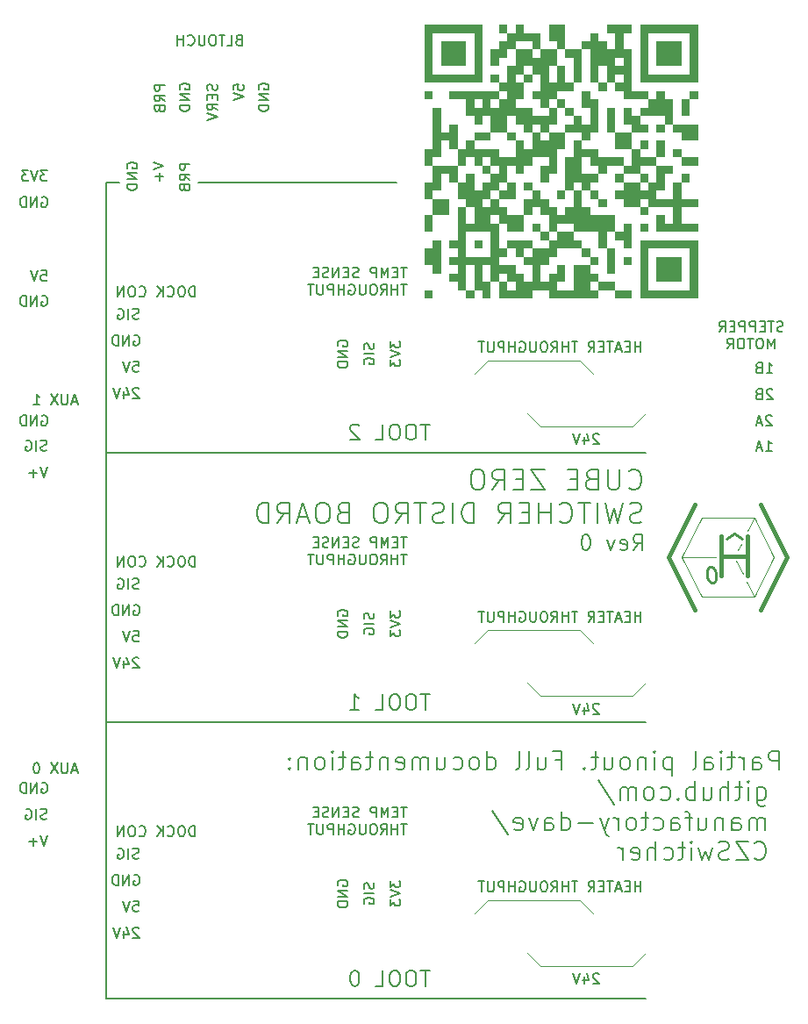
<source format=gbr>
%TF.GenerationSoftware,KiCad,Pcbnew,(5.1.9)-1*%
%TF.CreationDate,2021-01-06T12:08:29+00:00*%
%TF.ProjectId,switcherv0,73776974-6368-4657-9276-302e6b696361,rev?*%
%TF.SameCoordinates,Original*%
%TF.FileFunction,Legend,Bot*%
%TF.FilePolarity,Positive*%
%FSLAX46Y46*%
G04 Gerber Fmt 4.6, Leading zero omitted, Abs format (unit mm)*
G04 Created by KiCad (PCBNEW (5.1.9)-1) date 2021-01-06 12:08:29*
%MOMM*%
%LPD*%
G01*
G04 APERTURE LIST*
%ADD10C,0.150000*%
%ADD11C,0.200000*%
%ADD12C,0.120000*%
%ADD13C,0.250000*%
%ADD14C,0.400000*%
%ADD15C,0.100000*%
G04 APERTURE END LIST*
D10*
X134418928Y-116061761D02*
X134276071Y-116109380D01*
X134037976Y-116109380D01*
X133942738Y-116061761D01*
X133895119Y-116014142D01*
X133847500Y-115918904D01*
X133847500Y-115823666D01*
X133895119Y-115728428D01*
X133942738Y-115680809D01*
X134037976Y-115633190D01*
X134228452Y-115585571D01*
X134323690Y-115537952D01*
X134371309Y-115490333D01*
X134418928Y-115395095D01*
X134418928Y-115299857D01*
X134371309Y-115204619D01*
X134323690Y-115157000D01*
X134228452Y-115109380D01*
X133990357Y-115109380D01*
X133847500Y-115157000D01*
X133561785Y-115109380D02*
X132990357Y-115109380D01*
X133276071Y-116109380D02*
X133276071Y-115109380D01*
X132657023Y-115585571D02*
X132323690Y-115585571D01*
X132180833Y-116109380D02*
X132657023Y-116109380D01*
X132657023Y-115109380D01*
X132180833Y-115109380D01*
X131752261Y-116109380D02*
X131752261Y-115109380D01*
X131371309Y-115109380D01*
X131276071Y-115157000D01*
X131228452Y-115204619D01*
X131180833Y-115299857D01*
X131180833Y-115442714D01*
X131228452Y-115537952D01*
X131276071Y-115585571D01*
X131371309Y-115633190D01*
X131752261Y-115633190D01*
X130752261Y-116109380D02*
X130752261Y-115109380D01*
X130371309Y-115109380D01*
X130276071Y-115157000D01*
X130228452Y-115204619D01*
X130180833Y-115299857D01*
X130180833Y-115442714D01*
X130228452Y-115537952D01*
X130276071Y-115585571D01*
X130371309Y-115633190D01*
X130752261Y-115633190D01*
X129752261Y-115585571D02*
X129418928Y-115585571D01*
X129276071Y-116109380D02*
X129752261Y-116109380D01*
X129752261Y-115109380D01*
X129276071Y-115109380D01*
X128276071Y-116109380D02*
X128609404Y-115633190D01*
X128847500Y-116109380D02*
X128847500Y-115109380D01*
X128466547Y-115109380D01*
X128371309Y-115157000D01*
X128323690Y-115204619D01*
X128276071Y-115299857D01*
X128276071Y-115442714D01*
X128323690Y-115537952D01*
X128371309Y-115585571D01*
X128466547Y-115633190D01*
X128847500Y-115633190D01*
X133609404Y-117759380D02*
X133609404Y-116759380D01*
X133276071Y-117473666D01*
X132942738Y-116759380D01*
X132942738Y-117759380D01*
X132276071Y-116759380D02*
X132085595Y-116759380D01*
X131990357Y-116807000D01*
X131895119Y-116902238D01*
X131847500Y-117092714D01*
X131847500Y-117426047D01*
X131895119Y-117616523D01*
X131990357Y-117711761D01*
X132085595Y-117759380D01*
X132276071Y-117759380D01*
X132371309Y-117711761D01*
X132466547Y-117616523D01*
X132514166Y-117426047D01*
X132514166Y-117092714D01*
X132466547Y-116902238D01*
X132371309Y-116807000D01*
X132276071Y-116759380D01*
X131561785Y-116759380D02*
X130990357Y-116759380D01*
X131276071Y-117759380D02*
X131276071Y-116759380D01*
X130466547Y-116759380D02*
X130276071Y-116759380D01*
X130180833Y-116807000D01*
X130085595Y-116902238D01*
X130037976Y-117092714D01*
X130037976Y-117426047D01*
X130085595Y-117616523D01*
X130180833Y-117711761D01*
X130276071Y-117759380D01*
X130466547Y-117759380D01*
X130561785Y-117711761D01*
X130657023Y-117616523D01*
X130704642Y-117426047D01*
X130704642Y-117092714D01*
X130657023Y-116902238D01*
X130561785Y-116807000D01*
X130466547Y-116759380D01*
X129037976Y-117759380D02*
X129371309Y-117283190D01*
X129609404Y-117759380D02*
X129609404Y-116759380D01*
X129228452Y-116759380D01*
X129133214Y-116807000D01*
X129085595Y-116854619D01*
X129037976Y-116949857D01*
X129037976Y-117092714D01*
X129085595Y-117187952D01*
X129133214Y-117235571D01*
X129228452Y-117283190D01*
X129609404Y-117283190D01*
X81910571Y-87962571D02*
X81767714Y-88010190D01*
X81720095Y-88057809D01*
X81672476Y-88153047D01*
X81672476Y-88295904D01*
X81720095Y-88391142D01*
X81767714Y-88438761D01*
X81862952Y-88486380D01*
X82243904Y-88486380D01*
X82243904Y-87486380D01*
X81910571Y-87486380D01*
X81815333Y-87534000D01*
X81767714Y-87581619D01*
X81720095Y-87676857D01*
X81720095Y-87772095D01*
X81767714Y-87867333D01*
X81815333Y-87914952D01*
X81910571Y-87962571D01*
X82243904Y-87962571D01*
X80767714Y-88486380D02*
X81243904Y-88486380D01*
X81243904Y-87486380D01*
X80577238Y-87486380D02*
X80005809Y-87486380D01*
X80291523Y-88486380D02*
X80291523Y-87486380D01*
X79482000Y-87486380D02*
X79291523Y-87486380D01*
X79196285Y-87534000D01*
X79101047Y-87629238D01*
X79053428Y-87819714D01*
X79053428Y-88153047D01*
X79101047Y-88343523D01*
X79196285Y-88438761D01*
X79291523Y-88486380D01*
X79482000Y-88486380D01*
X79577238Y-88438761D01*
X79672476Y-88343523D01*
X79720095Y-88153047D01*
X79720095Y-87819714D01*
X79672476Y-87629238D01*
X79577238Y-87534000D01*
X79482000Y-87486380D01*
X78624857Y-87486380D02*
X78624857Y-88295904D01*
X78577238Y-88391142D01*
X78529619Y-88438761D01*
X78434380Y-88486380D01*
X78243904Y-88486380D01*
X78148666Y-88438761D01*
X78101047Y-88391142D01*
X78053428Y-88295904D01*
X78053428Y-87486380D01*
X77005809Y-88391142D02*
X77053428Y-88438761D01*
X77196285Y-88486380D01*
X77291523Y-88486380D01*
X77434380Y-88438761D01*
X77529619Y-88343523D01*
X77577238Y-88248285D01*
X77624857Y-88057809D01*
X77624857Y-87914952D01*
X77577238Y-87724476D01*
X77529619Y-87629238D01*
X77434380Y-87534000D01*
X77291523Y-87486380D01*
X77196285Y-87486380D01*
X77053428Y-87534000D01*
X77005809Y-87581619D01*
X76577238Y-88486380D02*
X76577238Y-87486380D01*
X76577238Y-87962571D02*
X76005809Y-87962571D01*
X76005809Y-88486380D02*
X76005809Y-87486380D01*
X66289523Y-158431666D02*
X65813333Y-158431666D01*
X66384761Y-158717380D02*
X66051428Y-157717380D01*
X65718095Y-158717380D01*
X65384761Y-157717380D02*
X65384761Y-158526904D01*
X65337142Y-158622142D01*
X65289523Y-158669761D01*
X65194285Y-158717380D01*
X65003809Y-158717380D01*
X64908571Y-158669761D01*
X64860952Y-158622142D01*
X64813333Y-158526904D01*
X64813333Y-157717380D01*
X64432380Y-157717380D02*
X63765714Y-158717380D01*
X63765714Y-157717380D02*
X64432380Y-158717380D01*
X62432380Y-157717380D02*
X62337142Y-157717380D01*
X62241904Y-157765000D01*
X62194285Y-157812619D01*
X62146666Y-157907857D01*
X62099047Y-158098333D01*
X62099047Y-158336428D01*
X62146666Y-158526904D01*
X62194285Y-158622142D01*
X62241904Y-158669761D01*
X62337142Y-158717380D01*
X62432380Y-158717380D01*
X62527619Y-158669761D01*
X62575238Y-158622142D01*
X62622857Y-158526904D01*
X62670476Y-158336428D01*
X62670476Y-158098333D01*
X62622857Y-157907857D01*
X62575238Y-157812619D01*
X62527619Y-157765000D01*
X62432380Y-157717380D01*
X66289523Y-122871666D02*
X65813333Y-122871666D01*
X66384761Y-123157380D02*
X66051428Y-122157380D01*
X65718095Y-123157380D01*
X65384761Y-122157380D02*
X65384761Y-122966904D01*
X65337142Y-123062142D01*
X65289523Y-123109761D01*
X65194285Y-123157380D01*
X65003809Y-123157380D01*
X64908571Y-123109761D01*
X64860952Y-123062142D01*
X64813333Y-122966904D01*
X64813333Y-122157380D01*
X64432380Y-122157380D02*
X63765714Y-123157380D01*
X63765714Y-122157380D02*
X64432380Y-123157380D01*
X62099047Y-123157380D02*
X62670476Y-123157380D01*
X62384761Y-123157380D02*
X62384761Y-122157380D01*
X62480000Y-122300238D01*
X62575238Y-122395476D01*
X62670476Y-122443095D01*
X120694404Y-170147380D02*
X120694404Y-169147380D01*
X120694404Y-169623571D02*
X120122976Y-169623571D01*
X120122976Y-170147380D02*
X120122976Y-169147380D01*
X119646785Y-169623571D02*
X119313452Y-169623571D01*
X119170595Y-170147380D02*
X119646785Y-170147380D01*
X119646785Y-169147380D01*
X119170595Y-169147380D01*
X118789642Y-169861666D02*
X118313452Y-169861666D01*
X118884880Y-170147380D02*
X118551547Y-169147380D01*
X118218214Y-170147380D01*
X118027738Y-169147380D02*
X117456309Y-169147380D01*
X117742023Y-170147380D02*
X117742023Y-169147380D01*
X117122976Y-169623571D02*
X116789642Y-169623571D01*
X116646785Y-170147380D02*
X117122976Y-170147380D01*
X117122976Y-169147380D01*
X116646785Y-169147380D01*
X115646785Y-170147380D02*
X115980119Y-169671190D01*
X116218214Y-170147380D02*
X116218214Y-169147380D01*
X115837261Y-169147380D01*
X115742023Y-169195000D01*
X115694404Y-169242619D01*
X115646785Y-169337857D01*
X115646785Y-169480714D01*
X115694404Y-169575952D01*
X115742023Y-169623571D01*
X115837261Y-169671190D01*
X116218214Y-169671190D01*
X114599166Y-169147380D02*
X114027738Y-169147380D01*
X114313452Y-170147380D02*
X114313452Y-169147380D01*
X113694404Y-170147380D02*
X113694404Y-169147380D01*
X113694404Y-169623571D02*
X113122976Y-169623571D01*
X113122976Y-170147380D02*
X113122976Y-169147380D01*
X112075357Y-170147380D02*
X112408690Y-169671190D01*
X112646785Y-170147380D02*
X112646785Y-169147380D01*
X112265833Y-169147380D01*
X112170595Y-169195000D01*
X112122976Y-169242619D01*
X112075357Y-169337857D01*
X112075357Y-169480714D01*
X112122976Y-169575952D01*
X112170595Y-169623571D01*
X112265833Y-169671190D01*
X112646785Y-169671190D01*
X111456309Y-169147380D02*
X111265833Y-169147380D01*
X111170595Y-169195000D01*
X111075357Y-169290238D01*
X111027738Y-169480714D01*
X111027738Y-169814047D01*
X111075357Y-170004523D01*
X111170595Y-170099761D01*
X111265833Y-170147380D01*
X111456309Y-170147380D01*
X111551547Y-170099761D01*
X111646785Y-170004523D01*
X111694404Y-169814047D01*
X111694404Y-169480714D01*
X111646785Y-169290238D01*
X111551547Y-169195000D01*
X111456309Y-169147380D01*
X110599166Y-169147380D02*
X110599166Y-169956904D01*
X110551547Y-170052142D01*
X110503928Y-170099761D01*
X110408690Y-170147380D01*
X110218214Y-170147380D01*
X110122976Y-170099761D01*
X110075357Y-170052142D01*
X110027738Y-169956904D01*
X110027738Y-169147380D01*
X109027738Y-169195000D02*
X109122976Y-169147380D01*
X109265833Y-169147380D01*
X109408690Y-169195000D01*
X109503928Y-169290238D01*
X109551547Y-169385476D01*
X109599166Y-169575952D01*
X109599166Y-169718809D01*
X109551547Y-169909285D01*
X109503928Y-170004523D01*
X109408690Y-170099761D01*
X109265833Y-170147380D01*
X109170595Y-170147380D01*
X109027738Y-170099761D01*
X108980119Y-170052142D01*
X108980119Y-169718809D01*
X109170595Y-169718809D01*
X108551547Y-170147380D02*
X108551547Y-169147380D01*
X108551547Y-169623571D02*
X107980119Y-169623571D01*
X107980119Y-170147380D02*
X107980119Y-169147380D01*
X107503928Y-170147380D02*
X107503928Y-169147380D01*
X107122976Y-169147380D01*
X107027738Y-169195000D01*
X106980119Y-169242619D01*
X106932500Y-169337857D01*
X106932500Y-169480714D01*
X106980119Y-169575952D01*
X107027738Y-169623571D01*
X107122976Y-169671190D01*
X107503928Y-169671190D01*
X106503928Y-169147380D02*
X106503928Y-169956904D01*
X106456309Y-170052142D01*
X106408690Y-170099761D01*
X106313452Y-170147380D01*
X106122976Y-170147380D01*
X106027738Y-170099761D01*
X105980119Y-170052142D01*
X105932500Y-169956904D01*
X105932500Y-169147380D01*
X105599166Y-169147380D02*
X105027738Y-169147380D01*
X105313452Y-170147380D02*
X105313452Y-169147380D01*
X120694404Y-144112380D02*
X120694404Y-143112380D01*
X120694404Y-143588571D02*
X120122976Y-143588571D01*
X120122976Y-144112380D02*
X120122976Y-143112380D01*
X119646785Y-143588571D02*
X119313452Y-143588571D01*
X119170595Y-144112380D02*
X119646785Y-144112380D01*
X119646785Y-143112380D01*
X119170595Y-143112380D01*
X118789642Y-143826666D02*
X118313452Y-143826666D01*
X118884880Y-144112380D02*
X118551547Y-143112380D01*
X118218214Y-144112380D01*
X118027738Y-143112380D02*
X117456309Y-143112380D01*
X117742023Y-144112380D02*
X117742023Y-143112380D01*
X117122976Y-143588571D02*
X116789642Y-143588571D01*
X116646785Y-144112380D02*
X117122976Y-144112380D01*
X117122976Y-143112380D01*
X116646785Y-143112380D01*
X115646785Y-144112380D02*
X115980119Y-143636190D01*
X116218214Y-144112380D02*
X116218214Y-143112380D01*
X115837261Y-143112380D01*
X115742023Y-143160000D01*
X115694404Y-143207619D01*
X115646785Y-143302857D01*
X115646785Y-143445714D01*
X115694404Y-143540952D01*
X115742023Y-143588571D01*
X115837261Y-143636190D01*
X116218214Y-143636190D01*
X114599166Y-143112380D02*
X114027738Y-143112380D01*
X114313452Y-144112380D02*
X114313452Y-143112380D01*
X113694404Y-144112380D02*
X113694404Y-143112380D01*
X113694404Y-143588571D02*
X113122976Y-143588571D01*
X113122976Y-144112380D02*
X113122976Y-143112380D01*
X112075357Y-144112380D02*
X112408690Y-143636190D01*
X112646785Y-144112380D02*
X112646785Y-143112380D01*
X112265833Y-143112380D01*
X112170595Y-143160000D01*
X112122976Y-143207619D01*
X112075357Y-143302857D01*
X112075357Y-143445714D01*
X112122976Y-143540952D01*
X112170595Y-143588571D01*
X112265833Y-143636190D01*
X112646785Y-143636190D01*
X111456309Y-143112380D02*
X111265833Y-143112380D01*
X111170595Y-143160000D01*
X111075357Y-143255238D01*
X111027738Y-143445714D01*
X111027738Y-143779047D01*
X111075357Y-143969523D01*
X111170595Y-144064761D01*
X111265833Y-144112380D01*
X111456309Y-144112380D01*
X111551547Y-144064761D01*
X111646785Y-143969523D01*
X111694404Y-143779047D01*
X111694404Y-143445714D01*
X111646785Y-143255238D01*
X111551547Y-143160000D01*
X111456309Y-143112380D01*
X110599166Y-143112380D02*
X110599166Y-143921904D01*
X110551547Y-144017142D01*
X110503928Y-144064761D01*
X110408690Y-144112380D01*
X110218214Y-144112380D01*
X110122976Y-144064761D01*
X110075357Y-144017142D01*
X110027738Y-143921904D01*
X110027738Y-143112380D01*
X109027738Y-143160000D02*
X109122976Y-143112380D01*
X109265833Y-143112380D01*
X109408690Y-143160000D01*
X109503928Y-143255238D01*
X109551547Y-143350476D01*
X109599166Y-143540952D01*
X109599166Y-143683809D01*
X109551547Y-143874285D01*
X109503928Y-143969523D01*
X109408690Y-144064761D01*
X109265833Y-144112380D01*
X109170595Y-144112380D01*
X109027738Y-144064761D01*
X108980119Y-144017142D01*
X108980119Y-143683809D01*
X109170595Y-143683809D01*
X108551547Y-144112380D02*
X108551547Y-143112380D01*
X108551547Y-143588571D02*
X107980119Y-143588571D01*
X107980119Y-144112380D02*
X107980119Y-143112380D01*
X107503928Y-144112380D02*
X107503928Y-143112380D01*
X107122976Y-143112380D01*
X107027738Y-143160000D01*
X106980119Y-143207619D01*
X106932500Y-143302857D01*
X106932500Y-143445714D01*
X106980119Y-143540952D01*
X107027738Y-143588571D01*
X107122976Y-143636190D01*
X107503928Y-143636190D01*
X106503928Y-143112380D02*
X106503928Y-143921904D01*
X106456309Y-144017142D01*
X106408690Y-144064761D01*
X106313452Y-144112380D01*
X106122976Y-144112380D01*
X106027738Y-144064761D01*
X105980119Y-144017142D01*
X105932500Y-143921904D01*
X105932500Y-143112380D01*
X105599166Y-143112380D02*
X105027738Y-143112380D01*
X105313452Y-144112380D02*
X105313452Y-143112380D01*
X98134761Y-161972380D02*
X97563333Y-161972380D01*
X97849047Y-162972380D02*
X97849047Y-161972380D01*
X97230000Y-162448571D02*
X96896666Y-162448571D01*
X96753809Y-162972380D02*
X97230000Y-162972380D01*
X97230000Y-161972380D01*
X96753809Y-161972380D01*
X96325238Y-162972380D02*
X96325238Y-161972380D01*
X95991904Y-162686666D01*
X95658571Y-161972380D01*
X95658571Y-162972380D01*
X95182380Y-162972380D02*
X95182380Y-161972380D01*
X94801428Y-161972380D01*
X94706190Y-162020000D01*
X94658571Y-162067619D01*
X94610952Y-162162857D01*
X94610952Y-162305714D01*
X94658571Y-162400952D01*
X94706190Y-162448571D01*
X94801428Y-162496190D01*
X95182380Y-162496190D01*
X93468095Y-162924761D02*
X93325238Y-162972380D01*
X93087142Y-162972380D01*
X92991904Y-162924761D01*
X92944285Y-162877142D01*
X92896666Y-162781904D01*
X92896666Y-162686666D01*
X92944285Y-162591428D01*
X92991904Y-162543809D01*
X93087142Y-162496190D01*
X93277619Y-162448571D01*
X93372857Y-162400952D01*
X93420476Y-162353333D01*
X93468095Y-162258095D01*
X93468095Y-162162857D01*
X93420476Y-162067619D01*
X93372857Y-162020000D01*
X93277619Y-161972380D01*
X93039523Y-161972380D01*
X92896666Y-162020000D01*
X92468095Y-162448571D02*
X92134761Y-162448571D01*
X91991904Y-162972380D02*
X92468095Y-162972380D01*
X92468095Y-161972380D01*
X91991904Y-161972380D01*
X91563333Y-162972380D02*
X91563333Y-161972380D01*
X90991904Y-162972380D01*
X90991904Y-161972380D01*
X90563333Y-162924761D02*
X90420476Y-162972380D01*
X90182380Y-162972380D01*
X90087142Y-162924761D01*
X90039523Y-162877142D01*
X89991904Y-162781904D01*
X89991904Y-162686666D01*
X90039523Y-162591428D01*
X90087142Y-162543809D01*
X90182380Y-162496190D01*
X90372857Y-162448571D01*
X90468095Y-162400952D01*
X90515714Y-162353333D01*
X90563333Y-162258095D01*
X90563333Y-162162857D01*
X90515714Y-162067619D01*
X90468095Y-162020000D01*
X90372857Y-161972380D01*
X90134761Y-161972380D01*
X89991904Y-162020000D01*
X89563333Y-162448571D02*
X89230000Y-162448571D01*
X89087142Y-162972380D02*
X89563333Y-162972380D01*
X89563333Y-161972380D01*
X89087142Y-161972380D01*
X98134761Y-163622380D02*
X97563333Y-163622380D01*
X97849047Y-164622380D02*
X97849047Y-163622380D01*
X97230000Y-164622380D02*
X97230000Y-163622380D01*
X97230000Y-164098571D02*
X96658571Y-164098571D01*
X96658571Y-164622380D02*
X96658571Y-163622380D01*
X95610952Y-164622380D02*
X95944285Y-164146190D01*
X96182380Y-164622380D02*
X96182380Y-163622380D01*
X95801428Y-163622380D01*
X95706190Y-163670000D01*
X95658571Y-163717619D01*
X95610952Y-163812857D01*
X95610952Y-163955714D01*
X95658571Y-164050952D01*
X95706190Y-164098571D01*
X95801428Y-164146190D01*
X96182380Y-164146190D01*
X94991904Y-163622380D02*
X94801428Y-163622380D01*
X94706190Y-163670000D01*
X94610952Y-163765238D01*
X94563333Y-163955714D01*
X94563333Y-164289047D01*
X94610952Y-164479523D01*
X94706190Y-164574761D01*
X94801428Y-164622380D01*
X94991904Y-164622380D01*
X95087142Y-164574761D01*
X95182380Y-164479523D01*
X95230000Y-164289047D01*
X95230000Y-163955714D01*
X95182380Y-163765238D01*
X95087142Y-163670000D01*
X94991904Y-163622380D01*
X94134761Y-163622380D02*
X94134761Y-164431904D01*
X94087142Y-164527142D01*
X94039523Y-164574761D01*
X93944285Y-164622380D01*
X93753809Y-164622380D01*
X93658571Y-164574761D01*
X93610952Y-164527142D01*
X93563333Y-164431904D01*
X93563333Y-163622380D01*
X92563333Y-163670000D02*
X92658571Y-163622380D01*
X92801428Y-163622380D01*
X92944285Y-163670000D01*
X93039523Y-163765238D01*
X93087142Y-163860476D01*
X93134761Y-164050952D01*
X93134761Y-164193809D01*
X93087142Y-164384285D01*
X93039523Y-164479523D01*
X92944285Y-164574761D01*
X92801428Y-164622380D01*
X92706190Y-164622380D01*
X92563333Y-164574761D01*
X92515714Y-164527142D01*
X92515714Y-164193809D01*
X92706190Y-164193809D01*
X92087142Y-164622380D02*
X92087142Y-163622380D01*
X92087142Y-164098571D02*
X91515714Y-164098571D01*
X91515714Y-164622380D02*
X91515714Y-163622380D01*
X91039523Y-164622380D02*
X91039523Y-163622380D01*
X90658571Y-163622380D01*
X90563333Y-163670000D01*
X90515714Y-163717619D01*
X90468095Y-163812857D01*
X90468095Y-163955714D01*
X90515714Y-164050952D01*
X90563333Y-164098571D01*
X90658571Y-164146190D01*
X91039523Y-164146190D01*
X90039523Y-163622380D02*
X90039523Y-164431904D01*
X89991904Y-164527142D01*
X89944285Y-164574761D01*
X89849047Y-164622380D01*
X89658571Y-164622380D01*
X89563333Y-164574761D01*
X89515714Y-164527142D01*
X89468095Y-164431904D01*
X89468095Y-163622380D01*
X89134761Y-163622380D02*
X88563333Y-163622380D01*
X88849047Y-164622380D02*
X88849047Y-163622380D01*
X77671904Y-164813380D02*
X77671904Y-163813380D01*
X77433809Y-163813380D01*
X77290952Y-163861000D01*
X77195714Y-163956238D01*
X77148095Y-164051476D01*
X77100476Y-164241952D01*
X77100476Y-164384809D01*
X77148095Y-164575285D01*
X77195714Y-164670523D01*
X77290952Y-164765761D01*
X77433809Y-164813380D01*
X77671904Y-164813380D01*
X76481428Y-163813380D02*
X76290952Y-163813380D01*
X76195714Y-163861000D01*
X76100476Y-163956238D01*
X76052857Y-164146714D01*
X76052857Y-164480047D01*
X76100476Y-164670523D01*
X76195714Y-164765761D01*
X76290952Y-164813380D01*
X76481428Y-164813380D01*
X76576666Y-164765761D01*
X76671904Y-164670523D01*
X76719523Y-164480047D01*
X76719523Y-164146714D01*
X76671904Y-163956238D01*
X76576666Y-163861000D01*
X76481428Y-163813380D01*
X75052857Y-164718142D02*
X75100476Y-164765761D01*
X75243333Y-164813380D01*
X75338571Y-164813380D01*
X75481428Y-164765761D01*
X75576666Y-164670523D01*
X75624285Y-164575285D01*
X75671904Y-164384809D01*
X75671904Y-164241952D01*
X75624285Y-164051476D01*
X75576666Y-163956238D01*
X75481428Y-163861000D01*
X75338571Y-163813380D01*
X75243333Y-163813380D01*
X75100476Y-163861000D01*
X75052857Y-163908619D01*
X74624285Y-164813380D02*
X74624285Y-163813380D01*
X74052857Y-164813380D02*
X74481428Y-164241952D01*
X74052857Y-163813380D02*
X74624285Y-164384809D01*
X72290952Y-164718142D02*
X72338571Y-164765761D01*
X72481428Y-164813380D01*
X72576666Y-164813380D01*
X72719523Y-164765761D01*
X72814761Y-164670523D01*
X72862380Y-164575285D01*
X72910000Y-164384809D01*
X72910000Y-164241952D01*
X72862380Y-164051476D01*
X72814761Y-163956238D01*
X72719523Y-163861000D01*
X72576666Y-163813380D01*
X72481428Y-163813380D01*
X72338571Y-163861000D01*
X72290952Y-163908619D01*
X71671904Y-163813380D02*
X71481428Y-163813380D01*
X71386190Y-163861000D01*
X71290952Y-163956238D01*
X71243333Y-164146714D01*
X71243333Y-164480047D01*
X71290952Y-164670523D01*
X71386190Y-164765761D01*
X71481428Y-164813380D01*
X71671904Y-164813380D01*
X71767142Y-164765761D01*
X71862380Y-164670523D01*
X71910000Y-164480047D01*
X71910000Y-164146714D01*
X71862380Y-163956238D01*
X71767142Y-163861000D01*
X71671904Y-163813380D01*
X70814761Y-164813380D02*
X70814761Y-163813380D01*
X70243333Y-164813380D01*
X70243333Y-163813380D01*
X98134761Y-135937380D02*
X97563333Y-135937380D01*
X97849047Y-136937380D02*
X97849047Y-135937380D01*
X97230000Y-136413571D02*
X96896666Y-136413571D01*
X96753809Y-136937380D02*
X97230000Y-136937380D01*
X97230000Y-135937380D01*
X96753809Y-135937380D01*
X96325238Y-136937380D02*
X96325238Y-135937380D01*
X95991904Y-136651666D01*
X95658571Y-135937380D01*
X95658571Y-136937380D01*
X95182380Y-136937380D02*
X95182380Y-135937380D01*
X94801428Y-135937380D01*
X94706190Y-135985000D01*
X94658571Y-136032619D01*
X94610952Y-136127857D01*
X94610952Y-136270714D01*
X94658571Y-136365952D01*
X94706190Y-136413571D01*
X94801428Y-136461190D01*
X95182380Y-136461190D01*
X93468095Y-136889761D02*
X93325238Y-136937380D01*
X93087142Y-136937380D01*
X92991904Y-136889761D01*
X92944285Y-136842142D01*
X92896666Y-136746904D01*
X92896666Y-136651666D01*
X92944285Y-136556428D01*
X92991904Y-136508809D01*
X93087142Y-136461190D01*
X93277619Y-136413571D01*
X93372857Y-136365952D01*
X93420476Y-136318333D01*
X93468095Y-136223095D01*
X93468095Y-136127857D01*
X93420476Y-136032619D01*
X93372857Y-135985000D01*
X93277619Y-135937380D01*
X93039523Y-135937380D01*
X92896666Y-135985000D01*
X92468095Y-136413571D02*
X92134761Y-136413571D01*
X91991904Y-136937380D02*
X92468095Y-136937380D01*
X92468095Y-135937380D01*
X91991904Y-135937380D01*
X91563333Y-136937380D02*
X91563333Y-135937380D01*
X90991904Y-136937380D01*
X90991904Y-135937380D01*
X90563333Y-136889761D02*
X90420476Y-136937380D01*
X90182380Y-136937380D01*
X90087142Y-136889761D01*
X90039523Y-136842142D01*
X89991904Y-136746904D01*
X89991904Y-136651666D01*
X90039523Y-136556428D01*
X90087142Y-136508809D01*
X90182380Y-136461190D01*
X90372857Y-136413571D01*
X90468095Y-136365952D01*
X90515714Y-136318333D01*
X90563333Y-136223095D01*
X90563333Y-136127857D01*
X90515714Y-136032619D01*
X90468095Y-135985000D01*
X90372857Y-135937380D01*
X90134761Y-135937380D01*
X89991904Y-135985000D01*
X89563333Y-136413571D02*
X89230000Y-136413571D01*
X89087142Y-136937380D02*
X89563333Y-136937380D01*
X89563333Y-135937380D01*
X89087142Y-135937380D01*
X98134761Y-137587380D02*
X97563333Y-137587380D01*
X97849047Y-138587380D02*
X97849047Y-137587380D01*
X97230000Y-138587380D02*
X97230000Y-137587380D01*
X97230000Y-138063571D02*
X96658571Y-138063571D01*
X96658571Y-138587380D02*
X96658571Y-137587380D01*
X95610952Y-138587380D02*
X95944285Y-138111190D01*
X96182380Y-138587380D02*
X96182380Y-137587380D01*
X95801428Y-137587380D01*
X95706190Y-137635000D01*
X95658571Y-137682619D01*
X95610952Y-137777857D01*
X95610952Y-137920714D01*
X95658571Y-138015952D01*
X95706190Y-138063571D01*
X95801428Y-138111190D01*
X96182380Y-138111190D01*
X94991904Y-137587380D02*
X94801428Y-137587380D01*
X94706190Y-137635000D01*
X94610952Y-137730238D01*
X94563333Y-137920714D01*
X94563333Y-138254047D01*
X94610952Y-138444523D01*
X94706190Y-138539761D01*
X94801428Y-138587380D01*
X94991904Y-138587380D01*
X95087142Y-138539761D01*
X95182380Y-138444523D01*
X95230000Y-138254047D01*
X95230000Y-137920714D01*
X95182380Y-137730238D01*
X95087142Y-137635000D01*
X94991904Y-137587380D01*
X94134761Y-137587380D02*
X94134761Y-138396904D01*
X94087142Y-138492142D01*
X94039523Y-138539761D01*
X93944285Y-138587380D01*
X93753809Y-138587380D01*
X93658571Y-138539761D01*
X93610952Y-138492142D01*
X93563333Y-138396904D01*
X93563333Y-137587380D01*
X92563333Y-137635000D02*
X92658571Y-137587380D01*
X92801428Y-137587380D01*
X92944285Y-137635000D01*
X93039523Y-137730238D01*
X93087142Y-137825476D01*
X93134761Y-138015952D01*
X93134761Y-138158809D01*
X93087142Y-138349285D01*
X93039523Y-138444523D01*
X92944285Y-138539761D01*
X92801428Y-138587380D01*
X92706190Y-138587380D01*
X92563333Y-138539761D01*
X92515714Y-138492142D01*
X92515714Y-138158809D01*
X92706190Y-138158809D01*
X92087142Y-138587380D02*
X92087142Y-137587380D01*
X92087142Y-138063571D02*
X91515714Y-138063571D01*
X91515714Y-138587380D02*
X91515714Y-137587380D01*
X91039523Y-138587380D02*
X91039523Y-137587380D01*
X90658571Y-137587380D01*
X90563333Y-137635000D01*
X90515714Y-137682619D01*
X90468095Y-137777857D01*
X90468095Y-137920714D01*
X90515714Y-138015952D01*
X90563333Y-138063571D01*
X90658571Y-138111190D01*
X91039523Y-138111190D01*
X90039523Y-137587380D02*
X90039523Y-138396904D01*
X89991904Y-138492142D01*
X89944285Y-138539761D01*
X89849047Y-138587380D01*
X89658571Y-138587380D01*
X89563333Y-138539761D01*
X89515714Y-138492142D01*
X89468095Y-138396904D01*
X89468095Y-137587380D01*
X89134761Y-137587380D02*
X88563333Y-137587380D01*
X88849047Y-138587380D02*
X88849047Y-137587380D01*
X77671904Y-138778380D02*
X77671904Y-137778380D01*
X77433809Y-137778380D01*
X77290952Y-137826000D01*
X77195714Y-137921238D01*
X77148095Y-138016476D01*
X77100476Y-138206952D01*
X77100476Y-138349809D01*
X77148095Y-138540285D01*
X77195714Y-138635523D01*
X77290952Y-138730761D01*
X77433809Y-138778380D01*
X77671904Y-138778380D01*
X76481428Y-137778380D02*
X76290952Y-137778380D01*
X76195714Y-137826000D01*
X76100476Y-137921238D01*
X76052857Y-138111714D01*
X76052857Y-138445047D01*
X76100476Y-138635523D01*
X76195714Y-138730761D01*
X76290952Y-138778380D01*
X76481428Y-138778380D01*
X76576666Y-138730761D01*
X76671904Y-138635523D01*
X76719523Y-138445047D01*
X76719523Y-138111714D01*
X76671904Y-137921238D01*
X76576666Y-137826000D01*
X76481428Y-137778380D01*
X75052857Y-138683142D02*
X75100476Y-138730761D01*
X75243333Y-138778380D01*
X75338571Y-138778380D01*
X75481428Y-138730761D01*
X75576666Y-138635523D01*
X75624285Y-138540285D01*
X75671904Y-138349809D01*
X75671904Y-138206952D01*
X75624285Y-138016476D01*
X75576666Y-137921238D01*
X75481428Y-137826000D01*
X75338571Y-137778380D01*
X75243333Y-137778380D01*
X75100476Y-137826000D01*
X75052857Y-137873619D01*
X74624285Y-138778380D02*
X74624285Y-137778380D01*
X74052857Y-138778380D02*
X74481428Y-138206952D01*
X74052857Y-137778380D02*
X74624285Y-138349809D01*
X72290952Y-138683142D02*
X72338571Y-138730761D01*
X72481428Y-138778380D01*
X72576666Y-138778380D01*
X72719523Y-138730761D01*
X72814761Y-138635523D01*
X72862380Y-138540285D01*
X72910000Y-138349809D01*
X72910000Y-138206952D01*
X72862380Y-138016476D01*
X72814761Y-137921238D01*
X72719523Y-137826000D01*
X72576666Y-137778380D01*
X72481428Y-137778380D01*
X72338571Y-137826000D01*
X72290952Y-137873619D01*
X71671904Y-137778380D02*
X71481428Y-137778380D01*
X71386190Y-137826000D01*
X71290952Y-137921238D01*
X71243333Y-138111714D01*
X71243333Y-138445047D01*
X71290952Y-138635523D01*
X71386190Y-138730761D01*
X71481428Y-138778380D01*
X71671904Y-138778380D01*
X71767142Y-138730761D01*
X71862380Y-138635523D01*
X71910000Y-138445047D01*
X71910000Y-138111714D01*
X71862380Y-137921238D01*
X71767142Y-137826000D01*
X71671904Y-137778380D01*
X70814761Y-138778380D02*
X70814761Y-137778380D01*
X70243333Y-138778380D01*
X70243333Y-137778380D01*
X77671904Y-112743380D02*
X77671904Y-111743380D01*
X77433809Y-111743380D01*
X77290952Y-111791000D01*
X77195714Y-111886238D01*
X77148095Y-111981476D01*
X77100476Y-112171952D01*
X77100476Y-112314809D01*
X77148095Y-112505285D01*
X77195714Y-112600523D01*
X77290952Y-112695761D01*
X77433809Y-112743380D01*
X77671904Y-112743380D01*
X76481428Y-111743380D02*
X76290952Y-111743380D01*
X76195714Y-111791000D01*
X76100476Y-111886238D01*
X76052857Y-112076714D01*
X76052857Y-112410047D01*
X76100476Y-112600523D01*
X76195714Y-112695761D01*
X76290952Y-112743380D01*
X76481428Y-112743380D01*
X76576666Y-112695761D01*
X76671904Y-112600523D01*
X76719523Y-112410047D01*
X76719523Y-112076714D01*
X76671904Y-111886238D01*
X76576666Y-111791000D01*
X76481428Y-111743380D01*
X75052857Y-112648142D02*
X75100476Y-112695761D01*
X75243333Y-112743380D01*
X75338571Y-112743380D01*
X75481428Y-112695761D01*
X75576666Y-112600523D01*
X75624285Y-112505285D01*
X75671904Y-112314809D01*
X75671904Y-112171952D01*
X75624285Y-111981476D01*
X75576666Y-111886238D01*
X75481428Y-111791000D01*
X75338571Y-111743380D01*
X75243333Y-111743380D01*
X75100476Y-111791000D01*
X75052857Y-111838619D01*
X74624285Y-112743380D02*
X74624285Y-111743380D01*
X74052857Y-112743380D02*
X74481428Y-112171952D01*
X74052857Y-111743380D02*
X74624285Y-112314809D01*
X72290952Y-112648142D02*
X72338571Y-112695761D01*
X72481428Y-112743380D01*
X72576666Y-112743380D01*
X72719523Y-112695761D01*
X72814761Y-112600523D01*
X72862380Y-112505285D01*
X72910000Y-112314809D01*
X72910000Y-112171952D01*
X72862380Y-111981476D01*
X72814761Y-111886238D01*
X72719523Y-111791000D01*
X72576666Y-111743380D01*
X72481428Y-111743380D01*
X72338571Y-111791000D01*
X72290952Y-111838619D01*
X71671904Y-111743380D02*
X71481428Y-111743380D01*
X71386190Y-111791000D01*
X71290952Y-111886238D01*
X71243333Y-112076714D01*
X71243333Y-112410047D01*
X71290952Y-112600523D01*
X71386190Y-112695761D01*
X71481428Y-112743380D01*
X71671904Y-112743380D01*
X71767142Y-112695761D01*
X71862380Y-112600523D01*
X71910000Y-112410047D01*
X71910000Y-112076714D01*
X71862380Y-111886238D01*
X71767142Y-111791000D01*
X71671904Y-111743380D01*
X70814761Y-112743380D02*
X70814761Y-111743380D01*
X70243333Y-112743380D01*
X70243333Y-111743380D01*
X98134761Y-109902380D02*
X97563333Y-109902380D01*
X97849047Y-110902380D02*
X97849047Y-109902380D01*
X97230000Y-110378571D02*
X96896666Y-110378571D01*
X96753809Y-110902380D02*
X97230000Y-110902380D01*
X97230000Y-109902380D01*
X96753809Y-109902380D01*
X96325238Y-110902380D02*
X96325238Y-109902380D01*
X95991904Y-110616666D01*
X95658571Y-109902380D01*
X95658571Y-110902380D01*
X95182380Y-110902380D02*
X95182380Y-109902380D01*
X94801428Y-109902380D01*
X94706190Y-109950000D01*
X94658571Y-109997619D01*
X94610952Y-110092857D01*
X94610952Y-110235714D01*
X94658571Y-110330952D01*
X94706190Y-110378571D01*
X94801428Y-110426190D01*
X95182380Y-110426190D01*
X93468095Y-110854761D02*
X93325238Y-110902380D01*
X93087142Y-110902380D01*
X92991904Y-110854761D01*
X92944285Y-110807142D01*
X92896666Y-110711904D01*
X92896666Y-110616666D01*
X92944285Y-110521428D01*
X92991904Y-110473809D01*
X93087142Y-110426190D01*
X93277619Y-110378571D01*
X93372857Y-110330952D01*
X93420476Y-110283333D01*
X93468095Y-110188095D01*
X93468095Y-110092857D01*
X93420476Y-109997619D01*
X93372857Y-109950000D01*
X93277619Y-109902380D01*
X93039523Y-109902380D01*
X92896666Y-109950000D01*
X92468095Y-110378571D02*
X92134761Y-110378571D01*
X91991904Y-110902380D02*
X92468095Y-110902380D01*
X92468095Y-109902380D01*
X91991904Y-109902380D01*
X91563333Y-110902380D02*
X91563333Y-109902380D01*
X90991904Y-110902380D01*
X90991904Y-109902380D01*
X90563333Y-110854761D02*
X90420476Y-110902380D01*
X90182380Y-110902380D01*
X90087142Y-110854761D01*
X90039523Y-110807142D01*
X89991904Y-110711904D01*
X89991904Y-110616666D01*
X90039523Y-110521428D01*
X90087142Y-110473809D01*
X90182380Y-110426190D01*
X90372857Y-110378571D01*
X90468095Y-110330952D01*
X90515714Y-110283333D01*
X90563333Y-110188095D01*
X90563333Y-110092857D01*
X90515714Y-109997619D01*
X90468095Y-109950000D01*
X90372857Y-109902380D01*
X90134761Y-109902380D01*
X89991904Y-109950000D01*
X89563333Y-110378571D02*
X89230000Y-110378571D01*
X89087142Y-110902380D02*
X89563333Y-110902380D01*
X89563333Y-109902380D01*
X89087142Y-109902380D01*
X98134761Y-111552380D02*
X97563333Y-111552380D01*
X97849047Y-112552380D02*
X97849047Y-111552380D01*
X97230000Y-112552380D02*
X97230000Y-111552380D01*
X97230000Y-112028571D02*
X96658571Y-112028571D01*
X96658571Y-112552380D02*
X96658571Y-111552380D01*
X95610952Y-112552380D02*
X95944285Y-112076190D01*
X96182380Y-112552380D02*
X96182380Y-111552380D01*
X95801428Y-111552380D01*
X95706190Y-111600000D01*
X95658571Y-111647619D01*
X95610952Y-111742857D01*
X95610952Y-111885714D01*
X95658571Y-111980952D01*
X95706190Y-112028571D01*
X95801428Y-112076190D01*
X96182380Y-112076190D01*
X94991904Y-111552380D02*
X94801428Y-111552380D01*
X94706190Y-111600000D01*
X94610952Y-111695238D01*
X94563333Y-111885714D01*
X94563333Y-112219047D01*
X94610952Y-112409523D01*
X94706190Y-112504761D01*
X94801428Y-112552380D01*
X94991904Y-112552380D01*
X95087142Y-112504761D01*
X95182380Y-112409523D01*
X95230000Y-112219047D01*
X95230000Y-111885714D01*
X95182380Y-111695238D01*
X95087142Y-111600000D01*
X94991904Y-111552380D01*
X94134761Y-111552380D02*
X94134761Y-112361904D01*
X94087142Y-112457142D01*
X94039523Y-112504761D01*
X93944285Y-112552380D01*
X93753809Y-112552380D01*
X93658571Y-112504761D01*
X93610952Y-112457142D01*
X93563333Y-112361904D01*
X93563333Y-111552380D01*
X92563333Y-111600000D02*
X92658571Y-111552380D01*
X92801428Y-111552380D01*
X92944285Y-111600000D01*
X93039523Y-111695238D01*
X93087142Y-111790476D01*
X93134761Y-111980952D01*
X93134761Y-112123809D01*
X93087142Y-112314285D01*
X93039523Y-112409523D01*
X92944285Y-112504761D01*
X92801428Y-112552380D01*
X92706190Y-112552380D01*
X92563333Y-112504761D01*
X92515714Y-112457142D01*
X92515714Y-112123809D01*
X92706190Y-112123809D01*
X92087142Y-112552380D02*
X92087142Y-111552380D01*
X92087142Y-112028571D02*
X91515714Y-112028571D01*
X91515714Y-112552380D02*
X91515714Y-111552380D01*
X91039523Y-112552380D02*
X91039523Y-111552380D01*
X90658571Y-111552380D01*
X90563333Y-111600000D01*
X90515714Y-111647619D01*
X90468095Y-111742857D01*
X90468095Y-111885714D01*
X90515714Y-111980952D01*
X90563333Y-112028571D01*
X90658571Y-112076190D01*
X91039523Y-112076190D01*
X90039523Y-111552380D02*
X90039523Y-112361904D01*
X89991904Y-112457142D01*
X89944285Y-112504761D01*
X89849047Y-112552380D01*
X89658571Y-112552380D01*
X89563333Y-112504761D01*
X89515714Y-112457142D01*
X89468095Y-112361904D01*
X89468095Y-111552380D01*
X89134761Y-111552380D02*
X88563333Y-111552380D01*
X88849047Y-112552380D02*
X88849047Y-111552380D01*
D11*
X100315357Y-177763571D02*
X99458214Y-177763571D01*
X99886785Y-179263571D02*
X99886785Y-177763571D01*
X98672500Y-177763571D02*
X98386785Y-177763571D01*
X98243928Y-177835000D01*
X98101071Y-177977857D01*
X98029642Y-178263571D01*
X98029642Y-178763571D01*
X98101071Y-179049285D01*
X98243928Y-179192142D01*
X98386785Y-179263571D01*
X98672500Y-179263571D01*
X98815357Y-179192142D01*
X98958214Y-179049285D01*
X99029642Y-178763571D01*
X99029642Y-178263571D01*
X98958214Y-177977857D01*
X98815357Y-177835000D01*
X98672500Y-177763571D01*
X97101071Y-177763571D02*
X96815357Y-177763571D01*
X96672500Y-177835000D01*
X96529642Y-177977857D01*
X96458214Y-178263571D01*
X96458214Y-178763571D01*
X96529642Y-179049285D01*
X96672500Y-179192142D01*
X96815357Y-179263571D01*
X97101071Y-179263571D01*
X97243928Y-179192142D01*
X97386785Y-179049285D01*
X97458214Y-178763571D01*
X97458214Y-178263571D01*
X97386785Y-177977857D01*
X97243928Y-177835000D01*
X97101071Y-177763571D01*
X95101071Y-179263571D02*
X95815357Y-179263571D01*
X95815357Y-177763571D01*
X93172500Y-177763571D02*
X93029642Y-177763571D01*
X92886785Y-177835000D01*
X92815357Y-177906428D01*
X92743928Y-178049285D01*
X92672500Y-178335000D01*
X92672500Y-178692142D01*
X92743928Y-178977857D01*
X92815357Y-179120714D01*
X92886785Y-179192142D01*
X93029642Y-179263571D01*
X93172500Y-179263571D01*
X93315357Y-179192142D01*
X93386785Y-179120714D01*
X93458214Y-178977857D01*
X93529642Y-178692142D01*
X93529642Y-178335000D01*
X93458214Y-178049285D01*
X93386785Y-177906428D01*
X93315357Y-177835000D01*
X93172500Y-177763571D01*
X100315357Y-151093571D02*
X99458214Y-151093571D01*
X99886785Y-152593571D02*
X99886785Y-151093571D01*
X98672500Y-151093571D02*
X98386785Y-151093571D01*
X98243928Y-151165000D01*
X98101071Y-151307857D01*
X98029642Y-151593571D01*
X98029642Y-152093571D01*
X98101071Y-152379285D01*
X98243928Y-152522142D01*
X98386785Y-152593571D01*
X98672500Y-152593571D01*
X98815357Y-152522142D01*
X98958214Y-152379285D01*
X99029642Y-152093571D01*
X99029642Y-151593571D01*
X98958214Y-151307857D01*
X98815357Y-151165000D01*
X98672500Y-151093571D01*
X97101071Y-151093571D02*
X96815357Y-151093571D01*
X96672500Y-151165000D01*
X96529642Y-151307857D01*
X96458214Y-151593571D01*
X96458214Y-152093571D01*
X96529642Y-152379285D01*
X96672500Y-152522142D01*
X96815357Y-152593571D01*
X97101071Y-152593571D01*
X97243928Y-152522142D01*
X97386785Y-152379285D01*
X97458214Y-152093571D01*
X97458214Y-151593571D01*
X97386785Y-151307857D01*
X97243928Y-151165000D01*
X97101071Y-151093571D01*
X95101071Y-152593571D02*
X95815357Y-152593571D01*
X95815357Y-151093571D01*
X92672500Y-152593571D02*
X93529642Y-152593571D01*
X93101071Y-152593571D02*
X93101071Y-151093571D01*
X93243928Y-151307857D01*
X93386785Y-151450714D01*
X93529642Y-151522142D01*
X100315357Y-125058571D02*
X99458214Y-125058571D01*
X99886785Y-126558571D02*
X99886785Y-125058571D01*
X98672500Y-125058571D02*
X98386785Y-125058571D01*
X98243928Y-125130000D01*
X98101071Y-125272857D01*
X98029642Y-125558571D01*
X98029642Y-126058571D01*
X98101071Y-126344285D01*
X98243928Y-126487142D01*
X98386785Y-126558571D01*
X98672500Y-126558571D01*
X98815357Y-126487142D01*
X98958214Y-126344285D01*
X99029642Y-126058571D01*
X99029642Y-125558571D01*
X98958214Y-125272857D01*
X98815357Y-125130000D01*
X98672500Y-125058571D01*
X97101071Y-125058571D02*
X96815357Y-125058571D01*
X96672500Y-125130000D01*
X96529642Y-125272857D01*
X96458214Y-125558571D01*
X96458214Y-126058571D01*
X96529642Y-126344285D01*
X96672500Y-126487142D01*
X96815357Y-126558571D01*
X97101071Y-126558571D01*
X97243928Y-126487142D01*
X97386785Y-126344285D01*
X97458214Y-126058571D01*
X97458214Y-125558571D01*
X97386785Y-125272857D01*
X97243928Y-125130000D01*
X97101071Y-125058571D01*
X95101071Y-126558571D02*
X95815357Y-126558571D01*
X95815357Y-125058571D01*
X93529642Y-125201428D02*
X93458214Y-125130000D01*
X93315357Y-125058571D01*
X92958214Y-125058571D01*
X92815357Y-125130000D01*
X92743928Y-125201428D01*
X92672500Y-125344285D01*
X92672500Y-125487142D01*
X92743928Y-125701428D01*
X93601071Y-126558571D01*
X92672500Y-126558571D01*
X134061428Y-158389285D02*
X134061428Y-156589285D01*
X133375714Y-156589285D01*
X133204285Y-156675000D01*
X133118571Y-156760714D01*
X133032857Y-156932142D01*
X133032857Y-157189285D01*
X133118571Y-157360714D01*
X133204285Y-157446428D01*
X133375714Y-157532142D01*
X134061428Y-157532142D01*
X131490000Y-158389285D02*
X131490000Y-157446428D01*
X131575714Y-157275000D01*
X131747142Y-157189285D01*
X132090000Y-157189285D01*
X132261428Y-157275000D01*
X131490000Y-158303571D02*
X131661428Y-158389285D01*
X132090000Y-158389285D01*
X132261428Y-158303571D01*
X132347142Y-158132142D01*
X132347142Y-157960714D01*
X132261428Y-157789285D01*
X132090000Y-157703571D01*
X131661428Y-157703571D01*
X131490000Y-157617857D01*
X130632857Y-158389285D02*
X130632857Y-157189285D01*
X130632857Y-157532142D02*
X130547142Y-157360714D01*
X130461428Y-157275000D01*
X130290000Y-157189285D01*
X130118571Y-157189285D01*
X129775714Y-157189285D02*
X129090000Y-157189285D01*
X129518571Y-156589285D02*
X129518571Y-158132142D01*
X129432857Y-158303571D01*
X129261428Y-158389285D01*
X129090000Y-158389285D01*
X128490000Y-158389285D02*
X128490000Y-157189285D01*
X128490000Y-156589285D02*
X128575714Y-156675000D01*
X128490000Y-156760714D01*
X128404285Y-156675000D01*
X128490000Y-156589285D01*
X128490000Y-156760714D01*
X126861428Y-158389285D02*
X126861428Y-157446428D01*
X126947142Y-157275000D01*
X127118571Y-157189285D01*
X127461428Y-157189285D01*
X127632857Y-157275000D01*
X126861428Y-158303571D02*
X127032857Y-158389285D01*
X127461428Y-158389285D01*
X127632857Y-158303571D01*
X127718571Y-158132142D01*
X127718571Y-157960714D01*
X127632857Y-157789285D01*
X127461428Y-157703571D01*
X127032857Y-157703571D01*
X126861428Y-157617857D01*
X125747142Y-158389285D02*
X125918571Y-158303571D01*
X126004285Y-158132142D01*
X126004285Y-156589285D01*
X123690000Y-157189285D02*
X123690000Y-158989285D01*
X123690000Y-157275000D02*
X123518571Y-157189285D01*
X123175714Y-157189285D01*
X123004285Y-157275000D01*
X122918571Y-157360714D01*
X122832857Y-157532142D01*
X122832857Y-158046428D01*
X122918571Y-158217857D01*
X123004285Y-158303571D01*
X123175714Y-158389285D01*
X123518571Y-158389285D01*
X123690000Y-158303571D01*
X122061428Y-158389285D02*
X122061428Y-157189285D01*
X122061428Y-156589285D02*
X122147142Y-156675000D01*
X122061428Y-156760714D01*
X121975714Y-156675000D01*
X122061428Y-156589285D01*
X122061428Y-156760714D01*
X121204285Y-157189285D02*
X121204285Y-158389285D01*
X121204285Y-157360714D02*
X121118571Y-157275000D01*
X120947142Y-157189285D01*
X120690000Y-157189285D01*
X120518571Y-157275000D01*
X120432857Y-157446428D01*
X120432857Y-158389285D01*
X119318571Y-158389285D02*
X119490000Y-158303571D01*
X119575714Y-158217857D01*
X119661428Y-158046428D01*
X119661428Y-157532142D01*
X119575714Y-157360714D01*
X119490000Y-157275000D01*
X119318571Y-157189285D01*
X119061428Y-157189285D01*
X118890000Y-157275000D01*
X118804285Y-157360714D01*
X118718571Y-157532142D01*
X118718571Y-158046428D01*
X118804285Y-158217857D01*
X118890000Y-158303571D01*
X119061428Y-158389285D01*
X119318571Y-158389285D01*
X117175714Y-157189285D02*
X117175714Y-158389285D01*
X117947142Y-157189285D02*
X117947142Y-158132142D01*
X117861428Y-158303571D01*
X117690000Y-158389285D01*
X117432857Y-158389285D01*
X117261428Y-158303571D01*
X117175714Y-158217857D01*
X116575714Y-157189285D02*
X115890000Y-157189285D01*
X116318571Y-156589285D02*
X116318571Y-158132142D01*
X116232857Y-158303571D01*
X116061428Y-158389285D01*
X115890000Y-158389285D01*
X115290000Y-158217857D02*
X115204285Y-158303571D01*
X115290000Y-158389285D01*
X115375714Y-158303571D01*
X115290000Y-158217857D01*
X115290000Y-158389285D01*
X112461428Y-157446428D02*
X113061428Y-157446428D01*
X113061428Y-158389285D02*
X113061428Y-156589285D01*
X112204285Y-156589285D01*
X110747142Y-157189285D02*
X110747142Y-158389285D01*
X111518571Y-157189285D02*
X111518571Y-158132142D01*
X111432857Y-158303571D01*
X111261428Y-158389285D01*
X111004285Y-158389285D01*
X110832857Y-158303571D01*
X110747142Y-158217857D01*
X109632857Y-158389285D02*
X109804285Y-158303571D01*
X109890000Y-158132142D01*
X109890000Y-156589285D01*
X108690000Y-158389285D02*
X108861428Y-158303571D01*
X108947142Y-158132142D01*
X108947142Y-156589285D01*
X105861428Y-158389285D02*
X105861428Y-156589285D01*
X105861428Y-158303571D02*
X106032857Y-158389285D01*
X106375714Y-158389285D01*
X106547142Y-158303571D01*
X106632857Y-158217857D01*
X106718571Y-158046428D01*
X106718571Y-157532142D01*
X106632857Y-157360714D01*
X106547142Y-157275000D01*
X106375714Y-157189285D01*
X106032857Y-157189285D01*
X105861428Y-157275000D01*
X104747142Y-158389285D02*
X104918571Y-158303571D01*
X105004285Y-158217857D01*
X105090000Y-158046428D01*
X105090000Y-157532142D01*
X105004285Y-157360714D01*
X104918571Y-157275000D01*
X104747142Y-157189285D01*
X104490000Y-157189285D01*
X104318571Y-157275000D01*
X104232857Y-157360714D01*
X104147142Y-157532142D01*
X104147142Y-158046428D01*
X104232857Y-158217857D01*
X104318571Y-158303571D01*
X104490000Y-158389285D01*
X104747142Y-158389285D01*
X102604285Y-158303571D02*
X102775714Y-158389285D01*
X103118571Y-158389285D01*
X103290000Y-158303571D01*
X103375714Y-158217857D01*
X103461428Y-158046428D01*
X103461428Y-157532142D01*
X103375714Y-157360714D01*
X103290000Y-157275000D01*
X103118571Y-157189285D01*
X102775714Y-157189285D01*
X102604285Y-157275000D01*
X101061428Y-157189285D02*
X101061428Y-158389285D01*
X101832857Y-157189285D02*
X101832857Y-158132142D01*
X101747142Y-158303571D01*
X101575714Y-158389285D01*
X101318571Y-158389285D01*
X101147142Y-158303571D01*
X101061428Y-158217857D01*
X100204285Y-158389285D02*
X100204285Y-157189285D01*
X100204285Y-157360714D02*
X100118571Y-157275000D01*
X99947142Y-157189285D01*
X99690000Y-157189285D01*
X99518571Y-157275000D01*
X99432857Y-157446428D01*
X99432857Y-158389285D01*
X99432857Y-157446428D02*
X99347142Y-157275000D01*
X99175714Y-157189285D01*
X98918571Y-157189285D01*
X98747142Y-157275000D01*
X98661428Y-157446428D01*
X98661428Y-158389285D01*
X97118571Y-158303571D02*
X97290000Y-158389285D01*
X97632857Y-158389285D01*
X97804285Y-158303571D01*
X97890000Y-158132142D01*
X97890000Y-157446428D01*
X97804285Y-157275000D01*
X97632857Y-157189285D01*
X97290000Y-157189285D01*
X97118571Y-157275000D01*
X97032857Y-157446428D01*
X97032857Y-157617857D01*
X97890000Y-157789285D01*
X96261428Y-157189285D02*
X96261428Y-158389285D01*
X96261428Y-157360714D02*
X96175714Y-157275000D01*
X96004285Y-157189285D01*
X95747142Y-157189285D01*
X95575714Y-157275000D01*
X95490000Y-157446428D01*
X95490000Y-158389285D01*
X94890000Y-157189285D02*
X94204285Y-157189285D01*
X94632857Y-156589285D02*
X94632857Y-158132142D01*
X94547142Y-158303571D01*
X94375714Y-158389285D01*
X94204285Y-158389285D01*
X92832857Y-158389285D02*
X92832857Y-157446428D01*
X92918571Y-157275000D01*
X93090000Y-157189285D01*
X93432857Y-157189285D01*
X93604285Y-157275000D01*
X92832857Y-158303571D02*
X93004285Y-158389285D01*
X93432857Y-158389285D01*
X93604285Y-158303571D01*
X93690000Y-158132142D01*
X93690000Y-157960714D01*
X93604285Y-157789285D01*
X93432857Y-157703571D01*
X93004285Y-157703571D01*
X92832857Y-157617857D01*
X92232857Y-157189285D02*
X91547142Y-157189285D01*
X91975714Y-156589285D02*
X91975714Y-158132142D01*
X91890000Y-158303571D01*
X91718571Y-158389285D01*
X91547142Y-158389285D01*
X90947142Y-158389285D02*
X90947142Y-157189285D01*
X90947142Y-156589285D02*
X91032857Y-156675000D01*
X90947142Y-156760714D01*
X90861428Y-156675000D01*
X90947142Y-156589285D01*
X90947142Y-156760714D01*
X89832857Y-158389285D02*
X90004285Y-158303571D01*
X90090000Y-158217857D01*
X90175714Y-158046428D01*
X90175714Y-157532142D01*
X90090000Y-157360714D01*
X90004285Y-157275000D01*
X89832857Y-157189285D01*
X89575714Y-157189285D01*
X89404285Y-157275000D01*
X89318571Y-157360714D01*
X89232857Y-157532142D01*
X89232857Y-158046428D01*
X89318571Y-158217857D01*
X89404285Y-158303571D01*
X89575714Y-158389285D01*
X89832857Y-158389285D01*
X88461428Y-157189285D02*
X88461428Y-158389285D01*
X88461428Y-157360714D02*
X88375714Y-157275000D01*
X88204285Y-157189285D01*
X87947142Y-157189285D01*
X87775714Y-157275000D01*
X87690000Y-157446428D01*
X87690000Y-158389285D01*
X86832857Y-158217857D02*
X86747142Y-158303571D01*
X86832857Y-158389285D01*
X86918571Y-158303571D01*
X86832857Y-158217857D01*
X86832857Y-158389285D01*
X86832857Y-157275000D02*
X86747142Y-157360714D01*
X86832857Y-157446428D01*
X86918571Y-157360714D01*
X86832857Y-157275000D01*
X86832857Y-157446428D01*
X131918571Y-160089285D02*
X131918571Y-161546428D01*
X132004285Y-161717857D01*
X132090000Y-161803571D01*
X132261428Y-161889285D01*
X132518571Y-161889285D01*
X132690000Y-161803571D01*
X131918571Y-161203571D02*
X132090000Y-161289285D01*
X132432857Y-161289285D01*
X132604285Y-161203571D01*
X132690000Y-161117857D01*
X132775714Y-160946428D01*
X132775714Y-160432142D01*
X132690000Y-160260714D01*
X132604285Y-160175000D01*
X132432857Y-160089285D01*
X132090000Y-160089285D01*
X131918571Y-160175000D01*
X131061428Y-161289285D02*
X131061428Y-160089285D01*
X131061428Y-159489285D02*
X131147142Y-159575000D01*
X131061428Y-159660714D01*
X130975714Y-159575000D01*
X131061428Y-159489285D01*
X131061428Y-159660714D01*
X130461428Y-160089285D02*
X129775714Y-160089285D01*
X130204285Y-159489285D02*
X130204285Y-161032142D01*
X130118571Y-161203571D01*
X129947142Y-161289285D01*
X129775714Y-161289285D01*
X129175714Y-161289285D02*
X129175714Y-159489285D01*
X128404285Y-161289285D02*
X128404285Y-160346428D01*
X128490000Y-160175000D01*
X128661428Y-160089285D01*
X128918571Y-160089285D01*
X129090000Y-160175000D01*
X129175714Y-160260714D01*
X126775714Y-160089285D02*
X126775714Y-161289285D01*
X127547142Y-160089285D02*
X127547142Y-161032142D01*
X127461428Y-161203571D01*
X127290000Y-161289285D01*
X127032857Y-161289285D01*
X126861428Y-161203571D01*
X126775714Y-161117857D01*
X125918571Y-161289285D02*
X125918571Y-159489285D01*
X125918571Y-160175000D02*
X125747142Y-160089285D01*
X125404285Y-160089285D01*
X125232857Y-160175000D01*
X125147142Y-160260714D01*
X125061428Y-160432142D01*
X125061428Y-160946428D01*
X125147142Y-161117857D01*
X125232857Y-161203571D01*
X125404285Y-161289285D01*
X125747142Y-161289285D01*
X125918571Y-161203571D01*
X124290000Y-161117857D02*
X124204285Y-161203571D01*
X124290000Y-161289285D01*
X124375714Y-161203571D01*
X124290000Y-161117857D01*
X124290000Y-161289285D01*
X122661428Y-161203571D02*
X122832857Y-161289285D01*
X123175714Y-161289285D01*
X123347142Y-161203571D01*
X123432857Y-161117857D01*
X123518571Y-160946428D01*
X123518571Y-160432142D01*
X123432857Y-160260714D01*
X123347142Y-160175000D01*
X123175714Y-160089285D01*
X122832857Y-160089285D01*
X122661428Y-160175000D01*
X121632857Y-161289285D02*
X121804285Y-161203571D01*
X121890000Y-161117857D01*
X121975714Y-160946428D01*
X121975714Y-160432142D01*
X121890000Y-160260714D01*
X121804285Y-160175000D01*
X121632857Y-160089285D01*
X121375714Y-160089285D01*
X121204285Y-160175000D01*
X121118571Y-160260714D01*
X121032857Y-160432142D01*
X121032857Y-160946428D01*
X121118571Y-161117857D01*
X121204285Y-161203571D01*
X121375714Y-161289285D01*
X121632857Y-161289285D01*
X120261428Y-161289285D02*
X120261428Y-160089285D01*
X120261428Y-160260714D02*
X120175714Y-160175000D01*
X120004285Y-160089285D01*
X119747142Y-160089285D01*
X119575714Y-160175000D01*
X119490000Y-160346428D01*
X119490000Y-161289285D01*
X119490000Y-160346428D02*
X119404285Y-160175000D01*
X119232857Y-160089285D01*
X118975714Y-160089285D01*
X118804285Y-160175000D01*
X118718571Y-160346428D01*
X118718571Y-161289285D01*
X116575714Y-159403571D02*
X118118571Y-161717857D01*
X132690000Y-164189285D02*
X132690000Y-162989285D01*
X132690000Y-163160714D02*
X132604285Y-163075000D01*
X132432857Y-162989285D01*
X132175714Y-162989285D01*
X132004285Y-163075000D01*
X131918571Y-163246428D01*
X131918571Y-164189285D01*
X131918571Y-163246428D02*
X131832857Y-163075000D01*
X131661428Y-162989285D01*
X131404285Y-162989285D01*
X131232857Y-163075000D01*
X131147142Y-163246428D01*
X131147142Y-164189285D01*
X129518571Y-164189285D02*
X129518571Y-163246428D01*
X129604285Y-163075000D01*
X129775714Y-162989285D01*
X130118571Y-162989285D01*
X130290000Y-163075000D01*
X129518571Y-164103571D02*
X129690000Y-164189285D01*
X130118571Y-164189285D01*
X130290000Y-164103571D01*
X130375714Y-163932142D01*
X130375714Y-163760714D01*
X130290000Y-163589285D01*
X130118571Y-163503571D01*
X129690000Y-163503571D01*
X129518571Y-163417857D01*
X128661428Y-162989285D02*
X128661428Y-164189285D01*
X128661428Y-163160714D02*
X128575714Y-163075000D01*
X128404285Y-162989285D01*
X128147142Y-162989285D01*
X127975714Y-163075000D01*
X127890000Y-163246428D01*
X127890000Y-164189285D01*
X126261428Y-162989285D02*
X126261428Y-164189285D01*
X127032857Y-162989285D02*
X127032857Y-163932142D01*
X126947142Y-164103571D01*
X126775714Y-164189285D01*
X126518571Y-164189285D01*
X126347142Y-164103571D01*
X126261428Y-164017857D01*
X125661428Y-162989285D02*
X124975714Y-162989285D01*
X125404285Y-164189285D02*
X125404285Y-162646428D01*
X125318571Y-162475000D01*
X125147142Y-162389285D01*
X124975714Y-162389285D01*
X123604285Y-164189285D02*
X123604285Y-163246428D01*
X123690000Y-163075000D01*
X123861428Y-162989285D01*
X124204285Y-162989285D01*
X124375714Y-163075000D01*
X123604285Y-164103571D02*
X123775714Y-164189285D01*
X124204285Y-164189285D01*
X124375714Y-164103571D01*
X124461428Y-163932142D01*
X124461428Y-163760714D01*
X124375714Y-163589285D01*
X124204285Y-163503571D01*
X123775714Y-163503571D01*
X123604285Y-163417857D01*
X121975714Y-164103571D02*
X122147142Y-164189285D01*
X122490000Y-164189285D01*
X122661428Y-164103571D01*
X122747142Y-164017857D01*
X122832857Y-163846428D01*
X122832857Y-163332142D01*
X122747142Y-163160714D01*
X122661428Y-163075000D01*
X122490000Y-162989285D01*
X122147142Y-162989285D01*
X121975714Y-163075000D01*
X121461428Y-162989285D02*
X120775714Y-162989285D01*
X121204285Y-162389285D02*
X121204285Y-163932142D01*
X121118571Y-164103571D01*
X120947142Y-164189285D01*
X120775714Y-164189285D01*
X119918571Y-164189285D02*
X120090000Y-164103571D01*
X120175714Y-164017857D01*
X120261428Y-163846428D01*
X120261428Y-163332142D01*
X120175714Y-163160714D01*
X120090000Y-163075000D01*
X119918571Y-162989285D01*
X119661428Y-162989285D01*
X119490000Y-163075000D01*
X119404285Y-163160714D01*
X119318571Y-163332142D01*
X119318571Y-163846428D01*
X119404285Y-164017857D01*
X119490000Y-164103571D01*
X119661428Y-164189285D01*
X119918571Y-164189285D01*
X118547142Y-164189285D02*
X118547142Y-162989285D01*
X118547142Y-163332142D02*
X118461428Y-163160714D01*
X118375714Y-163075000D01*
X118204285Y-162989285D01*
X118032857Y-162989285D01*
X117604285Y-162989285D02*
X117175714Y-164189285D01*
X116747142Y-162989285D02*
X117175714Y-164189285D01*
X117347142Y-164617857D01*
X117432857Y-164703571D01*
X117604285Y-164789285D01*
X116061428Y-163503571D02*
X114690000Y-163503571D01*
X113061428Y-164189285D02*
X113061428Y-162389285D01*
X113061428Y-164103571D02*
X113232857Y-164189285D01*
X113575714Y-164189285D01*
X113747142Y-164103571D01*
X113832857Y-164017857D01*
X113918571Y-163846428D01*
X113918571Y-163332142D01*
X113832857Y-163160714D01*
X113747142Y-163075000D01*
X113575714Y-162989285D01*
X113232857Y-162989285D01*
X113061428Y-163075000D01*
X111432857Y-164189285D02*
X111432857Y-163246428D01*
X111518571Y-163075000D01*
X111690000Y-162989285D01*
X112032857Y-162989285D01*
X112204285Y-163075000D01*
X111432857Y-164103571D02*
X111604285Y-164189285D01*
X112032857Y-164189285D01*
X112204285Y-164103571D01*
X112290000Y-163932142D01*
X112290000Y-163760714D01*
X112204285Y-163589285D01*
X112032857Y-163503571D01*
X111604285Y-163503571D01*
X111432857Y-163417857D01*
X110747142Y-162989285D02*
X110318571Y-164189285D01*
X109890000Y-162989285D01*
X108518571Y-164103571D02*
X108690000Y-164189285D01*
X109032857Y-164189285D01*
X109204285Y-164103571D01*
X109290000Y-163932142D01*
X109290000Y-163246428D01*
X109204285Y-163075000D01*
X109032857Y-162989285D01*
X108690000Y-162989285D01*
X108518571Y-163075000D01*
X108432857Y-163246428D01*
X108432857Y-163417857D01*
X109290000Y-163589285D01*
X106375714Y-162303571D02*
X107918571Y-164617857D01*
X131661428Y-166917857D02*
X131747142Y-167003571D01*
X132004285Y-167089285D01*
X132175714Y-167089285D01*
X132432857Y-167003571D01*
X132604285Y-166832142D01*
X132690000Y-166660714D01*
X132775714Y-166317857D01*
X132775714Y-166060714D01*
X132690000Y-165717857D01*
X132604285Y-165546428D01*
X132432857Y-165375000D01*
X132175714Y-165289285D01*
X132004285Y-165289285D01*
X131747142Y-165375000D01*
X131661428Y-165460714D01*
X131061428Y-165289285D02*
X129861428Y-165289285D01*
X131061428Y-167089285D01*
X129861428Y-167089285D01*
X129261428Y-167003571D02*
X129004285Y-167089285D01*
X128575714Y-167089285D01*
X128404285Y-167003571D01*
X128318571Y-166917857D01*
X128232857Y-166746428D01*
X128232857Y-166575000D01*
X128318571Y-166403571D01*
X128404285Y-166317857D01*
X128575714Y-166232142D01*
X128918571Y-166146428D01*
X129090000Y-166060714D01*
X129175714Y-165975000D01*
X129261428Y-165803571D01*
X129261428Y-165632142D01*
X129175714Y-165460714D01*
X129090000Y-165375000D01*
X128918571Y-165289285D01*
X128490000Y-165289285D01*
X128232857Y-165375000D01*
X127632857Y-165889285D02*
X127290000Y-167089285D01*
X126947142Y-166232142D01*
X126604285Y-167089285D01*
X126261428Y-165889285D01*
X125575714Y-167089285D02*
X125575714Y-165889285D01*
X125575714Y-165289285D02*
X125661428Y-165375000D01*
X125575714Y-165460714D01*
X125490000Y-165375000D01*
X125575714Y-165289285D01*
X125575714Y-165460714D01*
X124975714Y-165889285D02*
X124290000Y-165889285D01*
X124718571Y-165289285D02*
X124718571Y-166832142D01*
X124632857Y-167003571D01*
X124461428Y-167089285D01*
X124290000Y-167089285D01*
X122918571Y-167003571D02*
X123090000Y-167089285D01*
X123432857Y-167089285D01*
X123604285Y-167003571D01*
X123690000Y-166917857D01*
X123775714Y-166746428D01*
X123775714Y-166232142D01*
X123690000Y-166060714D01*
X123604285Y-165975000D01*
X123432857Y-165889285D01*
X123090000Y-165889285D01*
X122918571Y-165975000D01*
X122147142Y-167089285D02*
X122147142Y-165289285D01*
X121375714Y-167089285D02*
X121375714Y-166146428D01*
X121461428Y-165975000D01*
X121632857Y-165889285D01*
X121890000Y-165889285D01*
X122061428Y-165975000D01*
X122147142Y-166060714D01*
X119832857Y-167003571D02*
X120004285Y-167089285D01*
X120347142Y-167089285D01*
X120518571Y-167003571D01*
X120604285Y-166832142D01*
X120604285Y-166146428D01*
X120518571Y-165975000D01*
X120347142Y-165889285D01*
X120004285Y-165889285D01*
X119832857Y-165975000D01*
X119747142Y-166146428D01*
X119747142Y-166317857D01*
X120604285Y-166489285D01*
X118975714Y-167089285D02*
X118975714Y-165889285D01*
X118975714Y-166232142D02*
X118890000Y-166060714D01*
X118804285Y-165975000D01*
X118632857Y-165889285D01*
X118461428Y-165889285D01*
D10*
X119973214Y-137203571D02*
X120473214Y-136489285D01*
X120830357Y-137203571D02*
X120830357Y-135703571D01*
X120258928Y-135703571D01*
X120116071Y-135775000D01*
X120044642Y-135846428D01*
X119973214Y-135989285D01*
X119973214Y-136203571D01*
X120044642Y-136346428D01*
X120116071Y-136417857D01*
X120258928Y-136489285D01*
X120830357Y-136489285D01*
X118758928Y-137132142D02*
X118901785Y-137203571D01*
X119187500Y-137203571D01*
X119330357Y-137132142D01*
X119401785Y-136989285D01*
X119401785Y-136417857D01*
X119330357Y-136275000D01*
X119187500Y-136203571D01*
X118901785Y-136203571D01*
X118758928Y-136275000D01*
X118687500Y-136417857D01*
X118687500Y-136560714D01*
X119401785Y-136703571D01*
X118187500Y-136203571D02*
X117830357Y-137203571D01*
X117473214Y-136203571D01*
X115473214Y-135703571D02*
X115330357Y-135703571D01*
X115187500Y-135775000D01*
X115116071Y-135846428D01*
X115044642Y-135989285D01*
X114973214Y-136275000D01*
X114973214Y-136632142D01*
X115044642Y-136917857D01*
X115116071Y-137060714D01*
X115187500Y-137132142D01*
X115330357Y-137203571D01*
X115473214Y-137203571D01*
X115616071Y-137132142D01*
X115687500Y-137060714D01*
X115758928Y-136917857D01*
X115830357Y-136632142D01*
X115830357Y-136275000D01*
X115758928Y-135989285D01*
X115687500Y-135846428D01*
X115616071Y-135775000D01*
X115473214Y-135703571D01*
D11*
X119535952Y-131194285D02*
X119631190Y-131289523D01*
X119916904Y-131384761D01*
X120107380Y-131384761D01*
X120393095Y-131289523D01*
X120583571Y-131099047D01*
X120678809Y-130908571D01*
X120774047Y-130527619D01*
X120774047Y-130241904D01*
X120678809Y-129860952D01*
X120583571Y-129670476D01*
X120393095Y-129480000D01*
X120107380Y-129384761D01*
X119916904Y-129384761D01*
X119631190Y-129480000D01*
X119535952Y-129575238D01*
X118678809Y-129384761D02*
X118678809Y-131003809D01*
X118583571Y-131194285D01*
X118488333Y-131289523D01*
X118297857Y-131384761D01*
X117916904Y-131384761D01*
X117726428Y-131289523D01*
X117631190Y-131194285D01*
X117535952Y-131003809D01*
X117535952Y-129384761D01*
X115916904Y-130337142D02*
X115631190Y-130432380D01*
X115535952Y-130527619D01*
X115440714Y-130718095D01*
X115440714Y-131003809D01*
X115535952Y-131194285D01*
X115631190Y-131289523D01*
X115821666Y-131384761D01*
X116583571Y-131384761D01*
X116583571Y-129384761D01*
X115916904Y-129384761D01*
X115726428Y-129480000D01*
X115631190Y-129575238D01*
X115535952Y-129765714D01*
X115535952Y-129956190D01*
X115631190Y-130146666D01*
X115726428Y-130241904D01*
X115916904Y-130337142D01*
X116583571Y-130337142D01*
X114583571Y-130337142D02*
X113916904Y-130337142D01*
X113631190Y-131384761D02*
X114583571Y-131384761D01*
X114583571Y-129384761D01*
X113631190Y-129384761D01*
X111440714Y-129384761D02*
X110107380Y-129384761D01*
X111440714Y-131384761D01*
X110107380Y-131384761D01*
X109345476Y-130337142D02*
X108678809Y-130337142D01*
X108393095Y-131384761D02*
X109345476Y-131384761D01*
X109345476Y-129384761D01*
X108393095Y-129384761D01*
X106393095Y-131384761D02*
X107059761Y-130432380D01*
X107535952Y-131384761D02*
X107535952Y-129384761D01*
X106774047Y-129384761D01*
X106583571Y-129480000D01*
X106488333Y-129575238D01*
X106393095Y-129765714D01*
X106393095Y-130051428D01*
X106488333Y-130241904D01*
X106583571Y-130337142D01*
X106774047Y-130432380D01*
X107535952Y-130432380D01*
X105155000Y-129384761D02*
X104774047Y-129384761D01*
X104583571Y-129480000D01*
X104393095Y-129670476D01*
X104297857Y-130051428D01*
X104297857Y-130718095D01*
X104393095Y-131099047D01*
X104583571Y-131289523D01*
X104774047Y-131384761D01*
X105155000Y-131384761D01*
X105345476Y-131289523D01*
X105535952Y-131099047D01*
X105631190Y-130718095D01*
X105631190Y-130051428D01*
X105535952Y-129670476D01*
X105345476Y-129480000D01*
X105155000Y-129384761D01*
X120774047Y-134489523D02*
X120488333Y-134584761D01*
X120012142Y-134584761D01*
X119821666Y-134489523D01*
X119726428Y-134394285D01*
X119631190Y-134203809D01*
X119631190Y-134013333D01*
X119726428Y-133822857D01*
X119821666Y-133727619D01*
X120012142Y-133632380D01*
X120393095Y-133537142D01*
X120583571Y-133441904D01*
X120678809Y-133346666D01*
X120774047Y-133156190D01*
X120774047Y-132965714D01*
X120678809Y-132775238D01*
X120583571Y-132680000D01*
X120393095Y-132584761D01*
X119916904Y-132584761D01*
X119631190Y-132680000D01*
X118964523Y-132584761D02*
X118488333Y-134584761D01*
X118107380Y-133156190D01*
X117726428Y-134584761D01*
X117250238Y-132584761D01*
X116488333Y-134584761D02*
X116488333Y-132584761D01*
X115821666Y-132584761D02*
X114678809Y-132584761D01*
X115250238Y-134584761D02*
X115250238Y-132584761D01*
X112869285Y-134394285D02*
X112964523Y-134489523D01*
X113250238Y-134584761D01*
X113440714Y-134584761D01*
X113726428Y-134489523D01*
X113916904Y-134299047D01*
X114012142Y-134108571D01*
X114107380Y-133727619D01*
X114107380Y-133441904D01*
X114012142Y-133060952D01*
X113916904Y-132870476D01*
X113726428Y-132680000D01*
X113440714Y-132584761D01*
X113250238Y-132584761D01*
X112964523Y-132680000D01*
X112869285Y-132775238D01*
X112012142Y-134584761D02*
X112012142Y-132584761D01*
X112012142Y-133537142D02*
X110869285Y-133537142D01*
X110869285Y-134584761D02*
X110869285Y-132584761D01*
X109916904Y-133537142D02*
X109250238Y-133537142D01*
X108964523Y-134584761D02*
X109916904Y-134584761D01*
X109916904Y-132584761D01*
X108964523Y-132584761D01*
X106964523Y-134584761D02*
X107631190Y-133632380D01*
X108107380Y-134584761D02*
X108107380Y-132584761D01*
X107345476Y-132584761D01*
X107155000Y-132680000D01*
X107059761Y-132775238D01*
X106964523Y-132965714D01*
X106964523Y-133251428D01*
X107059761Y-133441904D01*
X107155000Y-133537142D01*
X107345476Y-133632380D01*
X108107380Y-133632380D01*
X104583571Y-134584761D02*
X104583571Y-132584761D01*
X104107380Y-132584761D01*
X103821666Y-132680000D01*
X103631190Y-132870476D01*
X103535952Y-133060952D01*
X103440714Y-133441904D01*
X103440714Y-133727619D01*
X103535952Y-134108571D01*
X103631190Y-134299047D01*
X103821666Y-134489523D01*
X104107380Y-134584761D01*
X104583571Y-134584761D01*
X102583571Y-134584761D02*
X102583571Y-132584761D01*
X101726428Y-134489523D02*
X101440714Y-134584761D01*
X100964523Y-134584761D01*
X100774047Y-134489523D01*
X100678809Y-134394285D01*
X100583571Y-134203809D01*
X100583571Y-134013333D01*
X100678809Y-133822857D01*
X100774047Y-133727619D01*
X100964523Y-133632380D01*
X101345476Y-133537142D01*
X101535952Y-133441904D01*
X101631190Y-133346666D01*
X101726428Y-133156190D01*
X101726428Y-132965714D01*
X101631190Y-132775238D01*
X101535952Y-132680000D01*
X101345476Y-132584761D01*
X100869285Y-132584761D01*
X100583571Y-132680000D01*
X100012142Y-132584761D02*
X98869285Y-132584761D01*
X99440714Y-134584761D02*
X99440714Y-132584761D01*
X97059761Y-134584761D02*
X97726428Y-133632380D01*
X98202619Y-134584761D02*
X98202619Y-132584761D01*
X97440714Y-132584761D01*
X97250238Y-132680000D01*
X97155000Y-132775238D01*
X97059761Y-132965714D01*
X97059761Y-133251428D01*
X97155000Y-133441904D01*
X97250238Y-133537142D01*
X97440714Y-133632380D01*
X98202619Y-133632380D01*
X95821666Y-132584761D02*
X95440714Y-132584761D01*
X95250238Y-132680000D01*
X95059761Y-132870476D01*
X94964523Y-133251428D01*
X94964523Y-133918095D01*
X95059761Y-134299047D01*
X95250238Y-134489523D01*
X95440714Y-134584761D01*
X95821666Y-134584761D01*
X96012142Y-134489523D01*
X96202619Y-134299047D01*
X96297857Y-133918095D01*
X96297857Y-133251428D01*
X96202619Y-132870476D01*
X96012142Y-132680000D01*
X95821666Y-132584761D01*
X91916904Y-133537142D02*
X91631190Y-133632380D01*
X91535952Y-133727619D01*
X91440714Y-133918095D01*
X91440714Y-134203809D01*
X91535952Y-134394285D01*
X91631190Y-134489523D01*
X91821666Y-134584761D01*
X92583571Y-134584761D01*
X92583571Y-132584761D01*
X91916904Y-132584761D01*
X91726428Y-132680000D01*
X91631190Y-132775238D01*
X91535952Y-132965714D01*
X91535952Y-133156190D01*
X91631190Y-133346666D01*
X91726428Y-133441904D01*
X91916904Y-133537142D01*
X92583571Y-133537142D01*
X90202619Y-132584761D02*
X89821666Y-132584761D01*
X89631190Y-132680000D01*
X89440714Y-132870476D01*
X89345476Y-133251428D01*
X89345476Y-133918095D01*
X89440714Y-134299047D01*
X89631190Y-134489523D01*
X89821666Y-134584761D01*
X90202619Y-134584761D01*
X90393095Y-134489523D01*
X90583571Y-134299047D01*
X90678809Y-133918095D01*
X90678809Y-133251428D01*
X90583571Y-132870476D01*
X90393095Y-132680000D01*
X90202619Y-132584761D01*
X88583571Y-134013333D02*
X87631190Y-134013333D01*
X88774047Y-134584761D02*
X88107380Y-132584761D01*
X87440714Y-134584761D01*
X85631190Y-134584761D02*
X86297857Y-133632380D01*
X86774047Y-134584761D02*
X86774047Y-132584761D01*
X86012142Y-132584761D01*
X85821666Y-132680000D01*
X85726428Y-132775238D01*
X85631190Y-132965714D01*
X85631190Y-133251428D01*
X85726428Y-133441904D01*
X85821666Y-133537142D01*
X86012142Y-133632380D01*
X86774047Y-133632380D01*
X84774047Y-134584761D02*
X84774047Y-132584761D01*
X84297857Y-132584761D01*
X84012142Y-132680000D01*
X83821666Y-132870476D01*
X83726428Y-133060952D01*
X83631190Y-133441904D01*
X83631190Y-133727619D01*
X83726428Y-134108571D01*
X83821666Y-134299047D01*
X84012142Y-134489523D01*
X84297857Y-134584761D01*
X84774047Y-134584761D01*
D12*
X131665000Y-134071500D02*
X133570000Y-137881500D01*
X133570000Y-137881500D02*
X131665000Y-141691500D01*
X126585000Y-134071500D02*
X124680000Y-137881500D01*
X124680000Y-137881500D02*
X126585000Y-141691500D01*
X127982000Y-137881500D02*
X124680000Y-137881500D01*
X126585000Y-141691500D02*
X131665000Y-141691500D01*
X131665000Y-134071500D02*
X126585000Y-134071500D01*
D13*
X127509937Y-138838071D02*
X127367080Y-138838071D01*
X127233151Y-138909500D01*
X127170651Y-138980928D01*
X127117080Y-139123785D01*
X127081366Y-139409500D01*
X127126008Y-139766642D01*
X127233151Y-140052357D01*
X127322437Y-140195214D01*
X127402794Y-140266642D01*
X127554580Y-140338071D01*
X127697437Y-140338071D01*
X127831366Y-140266642D01*
X127893866Y-140195214D01*
X127947437Y-140052357D01*
X127983151Y-139766642D01*
X127938508Y-139409500D01*
X127831366Y-139123785D01*
X127742080Y-138980928D01*
X127661723Y-138909500D01*
X127509937Y-138838071D01*
D12*
X130941100Y-140243700D02*
X131665000Y-141691500D01*
D14*
X132300000Y-132801500D02*
X134840000Y-137881500D01*
D12*
X131665000Y-134071500D02*
X131017300Y-135354200D01*
D14*
X125950000Y-132801500D02*
X123410000Y-137881500D01*
X134840000Y-137881500D02*
X132300000Y-142961500D01*
X123410000Y-137881500D02*
X125950000Y-142961500D01*
X131030000Y-135849500D02*
X131030000Y-139659500D01*
X128490000Y-137754500D02*
X131030000Y-137754500D01*
D12*
X130407700Y-136586100D02*
X130102900Y-137183000D01*
D13*
X129760000Y-135595500D02*
X128998000Y-136103500D01*
X130522000Y-136103500D02*
X129760000Y-135595500D01*
D14*
X128490000Y-135849500D02*
X128490000Y-139659500D01*
D12*
X129925100Y-138211700D02*
X130572800Y-139507100D01*
D10*
X71734714Y-118982380D02*
X72210904Y-118982380D01*
X72258523Y-119458571D01*
X72210904Y-119410952D01*
X72115666Y-119363333D01*
X71877571Y-119363333D01*
X71782333Y-119410952D01*
X71734714Y-119458571D01*
X71687095Y-119553809D01*
X71687095Y-119791904D01*
X71734714Y-119887142D01*
X71782333Y-119934761D01*
X71877571Y-119982380D01*
X72115666Y-119982380D01*
X72210904Y-119934761D01*
X72258523Y-119887142D01*
X71401380Y-118982380D02*
X71068047Y-119982380D01*
X70734714Y-118982380D01*
X71784404Y-116490000D02*
X71879642Y-116442380D01*
X72022500Y-116442380D01*
X72165357Y-116490000D01*
X72260595Y-116585238D01*
X72308214Y-116680476D01*
X72355833Y-116870952D01*
X72355833Y-117013809D01*
X72308214Y-117204285D01*
X72260595Y-117299523D01*
X72165357Y-117394761D01*
X72022500Y-117442380D01*
X71927261Y-117442380D01*
X71784404Y-117394761D01*
X71736785Y-117347142D01*
X71736785Y-117013809D01*
X71927261Y-117013809D01*
X71308214Y-117442380D02*
X71308214Y-116442380D01*
X70736785Y-117442380D01*
X70736785Y-116442380D01*
X70260595Y-117442380D02*
X70260595Y-116442380D01*
X70022500Y-116442380D01*
X69879642Y-116490000D01*
X69784404Y-116585238D01*
X69736785Y-116680476D01*
X69689166Y-116870952D01*
X69689166Y-117013809D01*
X69736785Y-117204285D01*
X69784404Y-117299523D01*
X69879642Y-117394761D01*
X70022500Y-117442380D01*
X70260595Y-117442380D01*
X120694404Y-118077380D02*
X120694404Y-117077380D01*
X120694404Y-117553571D02*
X120122976Y-117553571D01*
X120122976Y-118077380D02*
X120122976Y-117077380D01*
X119646785Y-117553571D02*
X119313452Y-117553571D01*
X119170595Y-118077380D02*
X119646785Y-118077380D01*
X119646785Y-117077380D01*
X119170595Y-117077380D01*
X118789642Y-117791666D02*
X118313452Y-117791666D01*
X118884880Y-118077380D02*
X118551547Y-117077380D01*
X118218214Y-118077380D01*
X118027738Y-117077380D02*
X117456309Y-117077380D01*
X117742023Y-118077380D02*
X117742023Y-117077380D01*
X117122976Y-117553571D02*
X116789642Y-117553571D01*
X116646785Y-118077380D02*
X117122976Y-118077380D01*
X117122976Y-117077380D01*
X116646785Y-117077380D01*
X115646785Y-118077380D02*
X115980119Y-117601190D01*
X116218214Y-118077380D02*
X116218214Y-117077380D01*
X115837261Y-117077380D01*
X115742023Y-117125000D01*
X115694404Y-117172619D01*
X115646785Y-117267857D01*
X115646785Y-117410714D01*
X115694404Y-117505952D01*
X115742023Y-117553571D01*
X115837261Y-117601190D01*
X116218214Y-117601190D01*
X114599166Y-117077380D02*
X114027738Y-117077380D01*
X114313452Y-118077380D02*
X114313452Y-117077380D01*
X113694404Y-118077380D02*
X113694404Y-117077380D01*
X113694404Y-117553571D02*
X113122976Y-117553571D01*
X113122976Y-118077380D02*
X113122976Y-117077380D01*
X112075357Y-118077380D02*
X112408690Y-117601190D01*
X112646785Y-118077380D02*
X112646785Y-117077380D01*
X112265833Y-117077380D01*
X112170595Y-117125000D01*
X112122976Y-117172619D01*
X112075357Y-117267857D01*
X112075357Y-117410714D01*
X112122976Y-117505952D01*
X112170595Y-117553571D01*
X112265833Y-117601190D01*
X112646785Y-117601190D01*
X111456309Y-117077380D02*
X111265833Y-117077380D01*
X111170595Y-117125000D01*
X111075357Y-117220238D01*
X111027738Y-117410714D01*
X111027738Y-117744047D01*
X111075357Y-117934523D01*
X111170595Y-118029761D01*
X111265833Y-118077380D01*
X111456309Y-118077380D01*
X111551547Y-118029761D01*
X111646785Y-117934523D01*
X111694404Y-117744047D01*
X111694404Y-117410714D01*
X111646785Y-117220238D01*
X111551547Y-117125000D01*
X111456309Y-117077380D01*
X110599166Y-117077380D02*
X110599166Y-117886904D01*
X110551547Y-117982142D01*
X110503928Y-118029761D01*
X110408690Y-118077380D01*
X110218214Y-118077380D01*
X110122976Y-118029761D01*
X110075357Y-117982142D01*
X110027738Y-117886904D01*
X110027738Y-117077380D01*
X109027738Y-117125000D02*
X109122976Y-117077380D01*
X109265833Y-117077380D01*
X109408690Y-117125000D01*
X109503928Y-117220238D01*
X109551547Y-117315476D01*
X109599166Y-117505952D01*
X109599166Y-117648809D01*
X109551547Y-117839285D01*
X109503928Y-117934523D01*
X109408690Y-118029761D01*
X109265833Y-118077380D01*
X109170595Y-118077380D01*
X109027738Y-118029761D01*
X108980119Y-117982142D01*
X108980119Y-117648809D01*
X109170595Y-117648809D01*
X108551547Y-118077380D02*
X108551547Y-117077380D01*
X108551547Y-117553571D02*
X107980119Y-117553571D01*
X107980119Y-118077380D02*
X107980119Y-117077380D01*
X107503928Y-118077380D02*
X107503928Y-117077380D01*
X107122976Y-117077380D01*
X107027738Y-117125000D01*
X106980119Y-117172619D01*
X106932500Y-117267857D01*
X106932500Y-117410714D01*
X106980119Y-117505952D01*
X107027738Y-117553571D01*
X107122976Y-117601190D01*
X107503928Y-117601190D01*
X106503928Y-117077380D02*
X106503928Y-117886904D01*
X106456309Y-117982142D01*
X106408690Y-118029761D01*
X106313452Y-118077380D01*
X106122976Y-118077380D01*
X106027738Y-118029761D01*
X105980119Y-117982142D01*
X105932500Y-117886904D01*
X105932500Y-117077380D01*
X105599166Y-117077380D02*
X105027738Y-117077380D01*
X105313452Y-118077380D02*
X105313452Y-117077380D01*
X94922261Y-117236190D02*
X94969880Y-117379047D01*
X94969880Y-117617142D01*
X94922261Y-117712380D01*
X94874642Y-117760000D01*
X94779404Y-117807619D01*
X94684166Y-117807619D01*
X94588928Y-117760000D01*
X94541309Y-117712380D01*
X94493690Y-117617142D01*
X94446071Y-117426666D01*
X94398452Y-117331428D01*
X94350833Y-117283809D01*
X94255595Y-117236190D01*
X94160357Y-117236190D01*
X94065119Y-117283809D01*
X94017500Y-117331428D01*
X93969880Y-117426666D01*
X93969880Y-117664761D01*
X94017500Y-117807619D01*
X94969880Y-118236190D02*
X93969880Y-118236190D01*
X94017500Y-119236190D02*
X93969880Y-119140952D01*
X93969880Y-118998095D01*
X94017500Y-118855238D01*
X94112738Y-118760000D01*
X94207976Y-118712380D01*
X94398452Y-118664761D01*
X94541309Y-118664761D01*
X94731785Y-118712380D01*
X94827023Y-118760000D01*
X94922261Y-118855238D01*
X94969880Y-118998095D01*
X94969880Y-119093333D01*
X94922261Y-119236190D01*
X94874642Y-119283809D01*
X94541309Y-119283809D01*
X94541309Y-119093333D01*
X72258523Y-114854761D02*
X72115666Y-114902380D01*
X71877571Y-114902380D01*
X71782333Y-114854761D01*
X71734714Y-114807142D01*
X71687095Y-114711904D01*
X71687095Y-114616666D01*
X71734714Y-114521428D01*
X71782333Y-114473809D01*
X71877571Y-114426190D01*
X72068047Y-114378571D01*
X72163285Y-114330952D01*
X72210904Y-114283333D01*
X72258523Y-114188095D01*
X72258523Y-114092857D01*
X72210904Y-113997619D01*
X72163285Y-113950000D01*
X72068047Y-113902380D01*
X71829952Y-113902380D01*
X71687095Y-113950000D01*
X71258523Y-114902380D02*
X71258523Y-113902380D01*
X70258523Y-113950000D02*
X70353761Y-113902380D01*
X70496619Y-113902380D01*
X70639476Y-113950000D01*
X70734714Y-114045238D01*
X70782333Y-114140476D01*
X70829952Y-114330952D01*
X70829952Y-114473809D01*
X70782333Y-114664285D01*
X70734714Y-114759523D01*
X70639476Y-114854761D01*
X70496619Y-114902380D01*
X70401380Y-114902380D01*
X70258523Y-114854761D01*
X70210904Y-114807142D01*
X70210904Y-114473809D01*
X70401380Y-114473809D01*
X96509880Y-117021904D02*
X96509880Y-117640952D01*
X96890833Y-117307619D01*
X96890833Y-117450476D01*
X96938452Y-117545714D01*
X96986071Y-117593333D01*
X97081309Y-117640952D01*
X97319404Y-117640952D01*
X97414642Y-117593333D01*
X97462261Y-117545714D01*
X97509880Y-117450476D01*
X97509880Y-117164761D01*
X97462261Y-117069523D01*
X97414642Y-117021904D01*
X96509880Y-117926666D02*
X97509880Y-118260000D01*
X96509880Y-118593333D01*
X96509880Y-118831428D02*
X96509880Y-119450476D01*
X96890833Y-119117142D01*
X96890833Y-119260000D01*
X96938452Y-119355238D01*
X96986071Y-119402857D01*
X97081309Y-119450476D01*
X97319404Y-119450476D01*
X97414642Y-119402857D01*
X97462261Y-119355238D01*
X97509880Y-119260000D01*
X97509880Y-118974285D01*
X97462261Y-118879047D01*
X97414642Y-118831428D01*
X72258523Y-121617619D02*
X72210904Y-121570000D01*
X72115666Y-121522380D01*
X71877571Y-121522380D01*
X71782333Y-121570000D01*
X71734714Y-121617619D01*
X71687095Y-121712857D01*
X71687095Y-121808095D01*
X71734714Y-121950952D01*
X72306142Y-122522380D01*
X71687095Y-122522380D01*
X70829952Y-121855714D02*
X70829952Y-122522380D01*
X71068047Y-121474761D02*
X71306142Y-122189047D01*
X70687095Y-122189047D01*
X70449000Y-121522380D02*
X70115666Y-122522380D01*
X69782333Y-121522380D01*
X91477500Y-117498095D02*
X91429880Y-117402857D01*
X91429880Y-117260000D01*
X91477500Y-117117142D01*
X91572738Y-117021904D01*
X91667976Y-116974285D01*
X91858452Y-116926666D01*
X92001309Y-116926666D01*
X92191785Y-116974285D01*
X92287023Y-117021904D01*
X92382261Y-117117142D01*
X92429880Y-117260000D01*
X92429880Y-117355238D01*
X92382261Y-117498095D01*
X92334642Y-117545714D01*
X92001309Y-117545714D01*
X92001309Y-117355238D01*
X92429880Y-117974285D02*
X91429880Y-117974285D01*
X92429880Y-118545714D01*
X91429880Y-118545714D01*
X92429880Y-119021904D02*
X91429880Y-119021904D01*
X91429880Y-119260000D01*
X91477500Y-119402857D01*
X91572738Y-119498095D01*
X91667976Y-119545714D01*
X91858452Y-119593333D01*
X92001309Y-119593333D01*
X92191785Y-119545714D01*
X92287023Y-119498095D01*
X92382261Y-119402857D01*
X92429880Y-119260000D01*
X92429880Y-119021904D01*
X116662976Y-126062619D02*
X116615357Y-126015000D01*
X116520119Y-125967380D01*
X116282023Y-125967380D01*
X116186785Y-126015000D01*
X116139166Y-126062619D01*
X116091547Y-126157857D01*
X116091547Y-126253095D01*
X116139166Y-126395952D01*
X116710595Y-126967380D01*
X116091547Y-126967380D01*
X115234404Y-126300714D02*
X115234404Y-126967380D01*
X115472500Y-125919761D02*
X115710595Y-126634047D01*
X115091547Y-126634047D01*
X114853452Y-125967380D02*
X114520119Y-126967380D01*
X114186785Y-125967380D01*
D12*
X111027500Y-125245000D02*
X119917500Y-125245000D01*
X116107500Y-120165000D02*
X114837500Y-118895000D01*
X109757500Y-123975000D02*
X111027500Y-125245000D01*
X105947500Y-118895000D02*
X104677500Y-120165000D01*
X114837500Y-118895000D02*
X105947500Y-118895000D01*
X119917500Y-125245000D02*
X121187500Y-123975000D01*
D10*
X94922261Y-143271190D02*
X94969880Y-143414047D01*
X94969880Y-143652142D01*
X94922261Y-143747380D01*
X94874642Y-143795000D01*
X94779404Y-143842619D01*
X94684166Y-143842619D01*
X94588928Y-143795000D01*
X94541309Y-143747380D01*
X94493690Y-143652142D01*
X94446071Y-143461666D01*
X94398452Y-143366428D01*
X94350833Y-143318809D01*
X94255595Y-143271190D01*
X94160357Y-143271190D01*
X94065119Y-143318809D01*
X94017500Y-143366428D01*
X93969880Y-143461666D01*
X93969880Y-143699761D01*
X94017500Y-143842619D01*
X94969880Y-144271190D02*
X93969880Y-144271190D01*
X94017500Y-145271190D02*
X93969880Y-145175952D01*
X93969880Y-145033095D01*
X94017500Y-144890238D01*
X94112738Y-144795000D01*
X94207976Y-144747380D01*
X94398452Y-144699761D01*
X94541309Y-144699761D01*
X94731785Y-144747380D01*
X94827023Y-144795000D01*
X94922261Y-144890238D01*
X94969880Y-145033095D01*
X94969880Y-145128333D01*
X94922261Y-145271190D01*
X94874642Y-145318809D01*
X94541309Y-145318809D01*
X94541309Y-145128333D01*
X96509880Y-143056904D02*
X96509880Y-143675952D01*
X96890833Y-143342619D01*
X96890833Y-143485476D01*
X96938452Y-143580714D01*
X96986071Y-143628333D01*
X97081309Y-143675952D01*
X97319404Y-143675952D01*
X97414642Y-143628333D01*
X97462261Y-143580714D01*
X97509880Y-143485476D01*
X97509880Y-143199761D01*
X97462261Y-143104523D01*
X97414642Y-143056904D01*
X96509880Y-143961666D02*
X97509880Y-144295000D01*
X96509880Y-144628333D01*
X96509880Y-144866428D02*
X96509880Y-145485476D01*
X96890833Y-145152142D01*
X96890833Y-145295000D01*
X96938452Y-145390238D01*
X96986071Y-145437857D01*
X97081309Y-145485476D01*
X97319404Y-145485476D01*
X97414642Y-145437857D01*
X97462261Y-145390238D01*
X97509880Y-145295000D01*
X97509880Y-145009285D01*
X97462261Y-144914047D01*
X97414642Y-144866428D01*
X72258523Y-147652619D02*
X72210904Y-147605000D01*
X72115666Y-147557380D01*
X71877571Y-147557380D01*
X71782333Y-147605000D01*
X71734714Y-147652619D01*
X71687095Y-147747857D01*
X71687095Y-147843095D01*
X71734714Y-147985952D01*
X72306142Y-148557380D01*
X71687095Y-148557380D01*
X70829952Y-147890714D02*
X70829952Y-148557380D01*
X71068047Y-147509761D02*
X71306142Y-148224047D01*
X70687095Y-148224047D01*
X70449000Y-147557380D02*
X70115666Y-148557380D01*
X69782333Y-147557380D01*
X91477500Y-143533095D02*
X91429880Y-143437857D01*
X91429880Y-143295000D01*
X91477500Y-143152142D01*
X91572738Y-143056904D01*
X91667976Y-143009285D01*
X91858452Y-142961666D01*
X92001309Y-142961666D01*
X92191785Y-143009285D01*
X92287023Y-143056904D01*
X92382261Y-143152142D01*
X92429880Y-143295000D01*
X92429880Y-143390238D01*
X92382261Y-143533095D01*
X92334642Y-143580714D01*
X92001309Y-143580714D01*
X92001309Y-143390238D01*
X92429880Y-144009285D02*
X91429880Y-144009285D01*
X92429880Y-144580714D01*
X91429880Y-144580714D01*
X92429880Y-145056904D02*
X91429880Y-145056904D01*
X91429880Y-145295000D01*
X91477500Y-145437857D01*
X91572738Y-145533095D01*
X91667976Y-145580714D01*
X91858452Y-145628333D01*
X92001309Y-145628333D01*
X92191785Y-145580714D01*
X92287023Y-145533095D01*
X92382261Y-145437857D01*
X92429880Y-145295000D01*
X92429880Y-145056904D01*
X71734714Y-145017380D02*
X72210904Y-145017380D01*
X72258523Y-145493571D01*
X72210904Y-145445952D01*
X72115666Y-145398333D01*
X71877571Y-145398333D01*
X71782333Y-145445952D01*
X71734714Y-145493571D01*
X71687095Y-145588809D01*
X71687095Y-145826904D01*
X71734714Y-145922142D01*
X71782333Y-145969761D01*
X71877571Y-146017380D01*
X72115666Y-146017380D01*
X72210904Y-145969761D01*
X72258523Y-145922142D01*
X71401380Y-145017380D02*
X71068047Y-146017380D01*
X70734714Y-145017380D01*
X71784404Y-142525000D02*
X71879642Y-142477380D01*
X72022500Y-142477380D01*
X72165357Y-142525000D01*
X72260595Y-142620238D01*
X72308214Y-142715476D01*
X72355833Y-142905952D01*
X72355833Y-143048809D01*
X72308214Y-143239285D01*
X72260595Y-143334523D01*
X72165357Y-143429761D01*
X72022500Y-143477380D01*
X71927261Y-143477380D01*
X71784404Y-143429761D01*
X71736785Y-143382142D01*
X71736785Y-143048809D01*
X71927261Y-143048809D01*
X71308214Y-143477380D02*
X71308214Y-142477380D01*
X70736785Y-143477380D01*
X70736785Y-142477380D01*
X70260595Y-143477380D02*
X70260595Y-142477380D01*
X70022500Y-142477380D01*
X69879642Y-142525000D01*
X69784404Y-142620238D01*
X69736785Y-142715476D01*
X69689166Y-142905952D01*
X69689166Y-143048809D01*
X69736785Y-143239285D01*
X69784404Y-143334523D01*
X69879642Y-143429761D01*
X70022500Y-143477380D01*
X70260595Y-143477380D01*
X116662976Y-152097619D02*
X116615357Y-152050000D01*
X116520119Y-152002380D01*
X116282023Y-152002380D01*
X116186785Y-152050000D01*
X116139166Y-152097619D01*
X116091547Y-152192857D01*
X116091547Y-152288095D01*
X116139166Y-152430952D01*
X116710595Y-153002380D01*
X116091547Y-153002380D01*
X115234404Y-152335714D02*
X115234404Y-153002380D01*
X115472500Y-151954761D02*
X115710595Y-152669047D01*
X115091547Y-152669047D01*
X114853452Y-152002380D02*
X114520119Y-153002380D01*
X114186785Y-152002380D01*
X72258523Y-140889761D02*
X72115666Y-140937380D01*
X71877571Y-140937380D01*
X71782333Y-140889761D01*
X71734714Y-140842142D01*
X71687095Y-140746904D01*
X71687095Y-140651666D01*
X71734714Y-140556428D01*
X71782333Y-140508809D01*
X71877571Y-140461190D01*
X72068047Y-140413571D01*
X72163285Y-140365952D01*
X72210904Y-140318333D01*
X72258523Y-140223095D01*
X72258523Y-140127857D01*
X72210904Y-140032619D01*
X72163285Y-139985000D01*
X72068047Y-139937380D01*
X71829952Y-139937380D01*
X71687095Y-139985000D01*
X71258523Y-140937380D02*
X71258523Y-139937380D01*
X70258523Y-139985000D02*
X70353761Y-139937380D01*
X70496619Y-139937380D01*
X70639476Y-139985000D01*
X70734714Y-140080238D01*
X70782333Y-140175476D01*
X70829952Y-140365952D01*
X70829952Y-140508809D01*
X70782333Y-140699285D01*
X70734714Y-140794523D01*
X70639476Y-140889761D01*
X70496619Y-140937380D01*
X70401380Y-140937380D01*
X70258523Y-140889761D01*
X70210904Y-140842142D01*
X70210904Y-140508809D01*
X70401380Y-140508809D01*
D12*
X111027500Y-151280000D02*
X119917500Y-151280000D01*
X116107500Y-146200000D02*
X114837500Y-144930000D01*
X109757500Y-150010000D02*
X111027500Y-151280000D01*
X114837500Y-144930000D02*
X105947500Y-144930000D01*
X105947500Y-144930000D02*
X104677500Y-146200000D01*
X119917500Y-151280000D02*
X121187500Y-150010000D01*
D10*
X116662976Y-178132619D02*
X116615357Y-178085000D01*
X116520119Y-178037380D01*
X116282023Y-178037380D01*
X116186785Y-178085000D01*
X116139166Y-178132619D01*
X116091547Y-178227857D01*
X116091547Y-178323095D01*
X116139166Y-178465952D01*
X116710595Y-179037380D01*
X116091547Y-179037380D01*
X115234404Y-178370714D02*
X115234404Y-179037380D01*
X115472500Y-177989761D02*
X115710595Y-178704047D01*
X115091547Y-178704047D01*
X114853452Y-178037380D02*
X114520119Y-179037380D01*
X114186785Y-178037380D01*
D12*
X119917500Y-177315000D02*
X121187500Y-176045000D01*
X111027500Y-177315000D02*
X119917500Y-177315000D01*
X109757500Y-176045000D02*
X111027500Y-177315000D01*
X105947500Y-170965000D02*
X104677500Y-172235000D01*
X114837500Y-170965000D02*
X105947500Y-170965000D01*
X116107500Y-172235000D02*
X114837500Y-170965000D01*
D10*
X69117500Y-180490000D02*
X69117500Y-165631000D01*
X72258523Y-166924761D02*
X72115666Y-166972380D01*
X71877571Y-166972380D01*
X71782333Y-166924761D01*
X71734714Y-166877142D01*
X71687095Y-166781904D01*
X71687095Y-166686666D01*
X71734714Y-166591428D01*
X71782333Y-166543809D01*
X71877571Y-166496190D01*
X72068047Y-166448571D01*
X72163285Y-166400952D01*
X72210904Y-166353333D01*
X72258523Y-166258095D01*
X72258523Y-166162857D01*
X72210904Y-166067619D01*
X72163285Y-166020000D01*
X72068047Y-165972380D01*
X71829952Y-165972380D01*
X71687095Y-166020000D01*
X71258523Y-166972380D02*
X71258523Y-165972380D01*
X70258523Y-166020000D02*
X70353761Y-165972380D01*
X70496619Y-165972380D01*
X70639476Y-166020000D01*
X70734714Y-166115238D01*
X70782333Y-166210476D01*
X70829952Y-166400952D01*
X70829952Y-166543809D01*
X70782333Y-166734285D01*
X70734714Y-166829523D01*
X70639476Y-166924761D01*
X70496619Y-166972380D01*
X70401380Y-166972380D01*
X70258523Y-166924761D01*
X70210904Y-166877142D01*
X70210904Y-166543809D01*
X70401380Y-166543809D01*
X96509880Y-169091904D02*
X96509880Y-169710952D01*
X96890833Y-169377619D01*
X96890833Y-169520476D01*
X96938452Y-169615714D01*
X96986071Y-169663333D01*
X97081309Y-169710952D01*
X97319404Y-169710952D01*
X97414642Y-169663333D01*
X97462261Y-169615714D01*
X97509880Y-169520476D01*
X97509880Y-169234761D01*
X97462261Y-169139523D01*
X97414642Y-169091904D01*
X96509880Y-169996666D02*
X97509880Y-170330000D01*
X96509880Y-170663333D01*
X96509880Y-170901428D02*
X96509880Y-171520476D01*
X96890833Y-171187142D01*
X96890833Y-171330000D01*
X96938452Y-171425238D01*
X96986071Y-171472857D01*
X97081309Y-171520476D01*
X97319404Y-171520476D01*
X97414642Y-171472857D01*
X97462261Y-171425238D01*
X97509880Y-171330000D01*
X97509880Y-171044285D01*
X97462261Y-170949047D01*
X97414642Y-170901428D01*
X94922261Y-169306190D02*
X94969880Y-169449047D01*
X94969880Y-169687142D01*
X94922261Y-169782380D01*
X94874642Y-169830000D01*
X94779404Y-169877619D01*
X94684166Y-169877619D01*
X94588928Y-169830000D01*
X94541309Y-169782380D01*
X94493690Y-169687142D01*
X94446071Y-169496666D01*
X94398452Y-169401428D01*
X94350833Y-169353809D01*
X94255595Y-169306190D01*
X94160357Y-169306190D01*
X94065119Y-169353809D01*
X94017500Y-169401428D01*
X93969880Y-169496666D01*
X93969880Y-169734761D01*
X94017500Y-169877619D01*
X94969880Y-170306190D02*
X93969880Y-170306190D01*
X94017500Y-171306190D02*
X93969880Y-171210952D01*
X93969880Y-171068095D01*
X94017500Y-170925238D01*
X94112738Y-170830000D01*
X94207976Y-170782380D01*
X94398452Y-170734761D01*
X94541309Y-170734761D01*
X94731785Y-170782380D01*
X94827023Y-170830000D01*
X94922261Y-170925238D01*
X94969880Y-171068095D01*
X94969880Y-171163333D01*
X94922261Y-171306190D01*
X94874642Y-171353809D01*
X94541309Y-171353809D01*
X94541309Y-171163333D01*
X63463761Y-164702380D02*
X63130428Y-165702380D01*
X62797095Y-164702380D01*
X62463761Y-165321428D02*
X61701857Y-165321428D01*
X62082809Y-165702380D02*
X62082809Y-164940476D01*
X63368523Y-163114761D02*
X63225666Y-163162380D01*
X62987571Y-163162380D01*
X62892333Y-163114761D01*
X62844714Y-163067142D01*
X62797095Y-162971904D01*
X62797095Y-162876666D01*
X62844714Y-162781428D01*
X62892333Y-162733809D01*
X62987571Y-162686190D01*
X63178047Y-162638571D01*
X63273285Y-162590952D01*
X63320904Y-162543333D01*
X63368523Y-162448095D01*
X63368523Y-162352857D01*
X63320904Y-162257619D01*
X63273285Y-162210000D01*
X63178047Y-162162380D01*
X62939952Y-162162380D01*
X62797095Y-162210000D01*
X62368523Y-163162380D02*
X62368523Y-162162380D01*
X61368523Y-162210000D02*
X61463761Y-162162380D01*
X61606619Y-162162380D01*
X61749476Y-162210000D01*
X61844714Y-162305238D01*
X61892333Y-162400476D01*
X61939952Y-162590952D01*
X61939952Y-162733809D01*
X61892333Y-162924285D01*
X61844714Y-163019523D01*
X61749476Y-163114761D01*
X61606619Y-163162380D01*
X61511380Y-163162380D01*
X61368523Y-163114761D01*
X61320904Y-163067142D01*
X61320904Y-162733809D01*
X61511380Y-162733809D01*
X63463761Y-129142380D02*
X63130428Y-130142380D01*
X62797095Y-129142380D01*
X62463761Y-129761428D02*
X61701857Y-129761428D01*
X62082809Y-130142380D02*
X62082809Y-129380476D01*
X63368523Y-127554761D02*
X63225666Y-127602380D01*
X62987571Y-127602380D01*
X62892333Y-127554761D01*
X62844714Y-127507142D01*
X62797095Y-127411904D01*
X62797095Y-127316666D01*
X62844714Y-127221428D01*
X62892333Y-127173809D01*
X62987571Y-127126190D01*
X63178047Y-127078571D01*
X63273285Y-127030952D01*
X63320904Y-126983333D01*
X63368523Y-126888095D01*
X63368523Y-126792857D01*
X63320904Y-126697619D01*
X63273285Y-126650000D01*
X63178047Y-126602380D01*
X62939952Y-126602380D01*
X62797095Y-126650000D01*
X62368523Y-127602380D02*
X62368523Y-126602380D01*
X61368523Y-126650000D02*
X61463761Y-126602380D01*
X61606619Y-126602380D01*
X61749476Y-126650000D01*
X61844714Y-126745238D01*
X61892333Y-126840476D01*
X61939952Y-127030952D01*
X61939952Y-127173809D01*
X61892333Y-127364285D01*
X61844714Y-127459523D01*
X61749476Y-127554761D01*
X61606619Y-127602380D01*
X61511380Y-127602380D01*
X61368523Y-127554761D01*
X61320904Y-127507142D01*
X61320904Y-127173809D01*
X61511380Y-127173809D01*
X73649880Y-99783738D02*
X74649880Y-100117071D01*
X73649880Y-100450404D01*
X74268928Y-100783738D02*
X74268928Y-101545642D01*
X74649880Y-101164690D02*
X73887976Y-101164690D01*
X77189880Y-99926595D02*
X76189880Y-99926595D01*
X76189880Y-100307547D01*
X76237500Y-100402785D01*
X76285119Y-100450404D01*
X76380357Y-100498023D01*
X76523214Y-100498023D01*
X76618452Y-100450404D01*
X76666071Y-100402785D01*
X76713690Y-100307547D01*
X76713690Y-99926595D01*
X77189880Y-101498023D02*
X76713690Y-101164690D01*
X77189880Y-100926595D02*
X76189880Y-100926595D01*
X76189880Y-101307547D01*
X76237500Y-101402785D01*
X76285119Y-101450404D01*
X76380357Y-101498023D01*
X76523214Y-101498023D01*
X76618452Y-101450404D01*
X76666071Y-101402785D01*
X76713690Y-101307547D01*
X76713690Y-100926595D01*
X76666071Y-102259928D02*
X76713690Y-102402785D01*
X76761309Y-102450404D01*
X76856547Y-102498023D01*
X76999404Y-102498023D01*
X77094642Y-102450404D01*
X77142261Y-102402785D01*
X77189880Y-102307547D01*
X77189880Y-101926595D01*
X76189880Y-101926595D01*
X76189880Y-102259928D01*
X76237500Y-102355166D01*
X76285119Y-102402785D01*
X76380357Y-102450404D01*
X76475595Y-102450404D01*
X76570833Y-102402785D01*
X76618452Y-102355166D01*
X76666071Y-102259928D01*
X76666071Y-101926595D01*
X74776880Y-92306595D02*
X73776880Y-92306595D01*
X73776880Y-92687547D01*
X73824500Y-92782785D01*
X73872119Y-92830404D01*
X73967357Y-92878023D01*
X74110214Y-92878023D01*
X74205452Y-92830404D01*
X74253071Y-92782785D01*
X74300690Y-92687547D01*
X74300690Y-92306595D01*
X74776880Y-93878023D02*
X74300690Y-93544690D01*
X74776880Y-93306595D02*
X73776880Y-93306595D01*
X73776880Y-93687547D01*
X73824500Y-93782785D01*
X73872119Y-93830404D01*
X73967357Y-93878023D01*
X74110214Y-93878023D01*
X74205452Y-93830404D01*
X74253071Y-93782785D01*
X74300690Y-93687547D01*
X74300690Y-93306595D01*
X74253071Y-94639928D02*
X74300690Y-94782785D01*
X74348309Y-94830404D01*
X74443547Y-94878023D01*
X74586404Y-94878023D01*
X74681642Y-94830404D01*
X74729261Y-94782785D01*
X74776880Y-94687547D01*
X74776880Y-94306595D01*
X73776880Y-94306595D01*
X73776880Y-94639928D01*
X73824500Y-94735166D01*
X73872119Y-94782785D01*
X73967357Y-94830404D01*
X74062595Y-94830404D01*
X74157833Y-94782785D01*
X74205452Y-94735166D01*
X74253071Y-94639928D01*
X74253071Y-94306595D01*
X79809261Y-92258976D02*
X79856880Y-92401833D01*
X79856880Y-92639928D01*
X79809261Y-92735166D01*
X79761642Y-92782785D01*
X79666404Y-92830404D01*
X79571166Y-92830404D01*
X79475928Y-92782785D01*
X79428309Y-92735166D01*
X79380690Y-92639928D01*
X79333071Y-92449452D01*
X79285452Y-92354214D01*
X79237833Y-92306595D01*
X79142595Y-92258976D01*
X79047357Y-92258976D01*
X78952119Y-92306595D01*
X78904500Y-92354214D01*
X78856880Y-92449452D01*
X78856880Y-92687547D01*
X78904500Y-92830404D01*
X79333071Y-93258976D02*
X79333071Y-93592309D01*
X79856880Y-93735166D02*
X79856880Y-93258976D01*
X78856880Y-93258976D01*
X78856880Y-93735166D01*
X79856880Y-94735166D02*
X79380690Y-94401833D01*
X79856880Y-94163738D02*
X78856880Y-94163738D01*
X78856880Y-94544690D01*
X78904500Y-94639928D01*
X78952119Y-94687547D01*
X79047357Y-94735166D01*
X79190214Y-94735166D01*
X79285452Y-94687547D01*
X79333071Y-94639928D01*
X79380690Y-94544690D01*
X79380690Y-94163738D01*
X78856880Y-95020880D02*
X79856880Y-95354214D01*
X78856880Y-95687547D01*
X81396880Y-92782785D02*
X81396880Y-92306595D01*
X81873071Y-92258976D01*
X81825452Y-92306595D01*
X81777833Y-92401833D01*
X81777833Y-92639928D01*
X81825452Y-92735166D01*
X81873071Y-92782785D01*
X81968309Y-92830404D01*
X82206404Y-92830404D01*
X82301642Y-92782785D01*
X82349261Y-92735166D01*
X82396880Y-92639928D01*
X82396880Y-92401833D01*
X82349261Y-92306595D01*
X82301642Y-92258976D01*
X81396880Y-93116119D02*
X82396880Y-93449452D01*
X81396880Y-93782785D01*
X63416142Y-100567380D02*
X62797095Y-100567380D01*
X63130428Y-100948333D01*
X62987571Y-100948333D01*
X62892333Y-100995952D01*
X62844714Y-101043571D01*
X62797095Y-101138809D01*
X62797095Y-101376904D01*
X62844714Y-101472142D01*
X62892333Y-101519761D01*
X62987571Y-101567380D01*
X63273285Y-101567380D01*
X63368523Y-101519761D01*
X63416142Y-101472142D01*
X62511380Y-100567380D02*
X62178047Y-101567380D01*
X61844714Y-100567380D01*
X61606619Y-100567380D02*
X60987571Y-100567380D01*
X61320904Y-100948333D01*
X61178047Y-100948333D01*
X61082809Y-100995952D01*
X61035190Y-101043571D01*
X60987571Y-101138809D01*
X60987571Y-101376904D01*
X61035190Y-101472142D01*
X61082809Y-101519761D01*
X61178047Y-101567380D01*
X61463761Y-101567380D01*
X61559000Y-101519761D01*
X61606619Y-101472142D01*
X62844714Y-110219380D02*
X63320904Y-110219380D01*
X63368523Y-110695571D01*
X63320904Y-110647952D01*
X63225666Y-110600333D01*
X62987571Y-110600333D01*
X62892333Y-110647952D01*
X62844714Y-110695571D01*
X62797095Y-110790809D01*
X62797095Y-111028904D01*
X62844714Y-111124142D01*
X62892333Y-111171761D01*
X62987571Y-111219380D01*
X63225666Y-111219380D01*
X63320904Y-111171761D01*
X63368523Y-111124142D01*
X62511380Y-110219380D02*
X62178047Y-111219380D01*
X61844714Y-110219380D01*
X72258523Y-173687619D02*
X72210904Y-173640000D01*
X72115666Y-173592380D01*
X71877571Y-173592380D01*
X71782333Y-173640000D01*
X71734714Y-173687619D01*
X71687095Y-173782857D01*
X71687095Y-173878095D01*
X71734714Y-174020952D01*
X72306142Y-174592380D01*
X71687095Y-174592380D01*
X70829952Y-173925714D02*
X70829952Y-174592380D01*
X71068047Y-173544761D02*
X71306142Y-174259047D01*
X70687095Y-174259047D01*
X70449000Y-173592380D02*
X70115666Y-174592380D01*
X69782333Y-173592380D01*
X71734714Y-171052380D02*
X72210904Y-171052380D01*
X72258523Y-171528571D01*
X72210904Y-171480952D01*
X72115666Y-171433333D01*
X71877571Y-171433333D01*
X71782333Y-171480952D01*
X71734714Y-171528571D01*
X71687095Y-171623809D01*
X71687095Y-171861904D01*
X71734714Y-171957142D01*
X71782333Y-172004761D01*
X71877571Y-172052380D01*
X72115666Y-172052380D01*
X72210904Y-172004761D01*
X72258523Y-171957142D01*
X71401380Y-171052380D02*
X71068047Y-172052380D01*
X70734714Y-171052380D01*
X62894404Y-103155000D02*
X62989642Y-103107380D01*
X63132500Y-103107380D01*
X63275357Y-103155000D01*
X63370595Y-103250238D01*
X63418214Y-103345476D01*
X63465833Y-103535952D01*
X63465833Y-103678809D01*
X63418214Y-103869285D01*
X63370595Y-103964523D01*
X63275357Y-104059761D01*
X63132500Y-104107380D01*
X63037261Y-104107380D01*
X62894404Y-104059761D01*
X62846785Y-104012142D01*
X62846785Y-103678809D01*
X63037261Y-103678809D01*
X62418214Y-104107380D02*
X62418214Y-103107380D01*
X61846785Y-104107380D01*
X61846785Y-103107380D01*
X61370595Y-104107380D02*
X61370595Y-103107380D01*
X61132500Y-103107380D01*
X60989642Y-103155000D01*
X60894404Y-103250238D01*
X60846785Y-103345476D01*
X60799166Y-103535952D01*
X60799166Y-103678809D01*
X60846785Y-103869285D01*
X60894404Y-103964523D01*
X60989642Y-104059761D01*
X61132500Y-104107380D01*
X61370595Y-104107380D01*
X62894404Y-112680000D02*
X62989642Y-112632380D01*
X63132500Y-112632380D01*
X63275357Y-112680000D01*
X63370595Y-112775238D01*
X63418214Y-112870476D01*
X63465833Y-113060952D01*
X63465833Y-113203809D01*
X63418214Y-113394285D01*
X63370595Y-113489523D01*
X63275357Y-113584761D01*
X63132500Y-113632380D01*
X63037261Y-113632380D01*
X62894404Y-113584761D01*
X62846785Y-113537142D01*
X62846785Y-113203809D01*
X63037261Y-113203809D01*
X62418214Y-113632380D02*
X62418214Y-112632380D01*
X61846785Y-113632380D01*
X61846785Y-112632380D01*
X61370595Y-113632380D02*
X61370595Y-112632380D01*
X61132500Y-112632380D01*
X60989642Y-112680000D01*
X60894404Y-112775238D01*
X60846785Y-112870476D01*
X60799166Y-113060952D01*
X60799166Y-113203809D01*
X60846785Y-113394285D01*
X60894404Y-113489523D01*
X60989642Y-113584761D01*
X61132500Y-113632380D01*
X61370595Y-113632380D01*
X78007500Y-101750000D02*
X97155000Y-101750000D01*
X71157500Y-100353095D02*
X71109880Y-100257857D01*
X71109880Y-100115000D01*
X71157500Y-99972142D01*
X71252738Y-99876904D01*
X71347976Y-99829285D01*
X71538452Y-99781666D01*
X71681309Y-99781666D01*
X71871785Y-99829285D01*
X71967023Y-99876904D01*
X72062261Y-99972142D01*
X72109880Y-100115000D01*
X72109880Y-100210238D01*
X72062261Y-100353095D01*
X72014642Y-100400714D01*
X71681309Y-100400714D01*
X71681309Y-100210238D01*
X72109880Y-100829285D02*
X71109880Y-100829285D01*
X72109880Y-101400714D01*
X71109880Y-101400714D01*
X72109880Y-101876904D02*
X71109880Y-101876904D01*
X71109880Y-102115000D01*
X71157500Y-102257857D01*
X71252738Y-102353095D01*
X71347976Y-102400714D01*
X71538452Y-102448333D01*
X71681309Y-102448333D01*
X71871785Y-102400714D01*
X71967023Y-102353095D01*
X72062261Y-102257857D01*
X72109880Y-102115000D01*
X72109880Y-101876904D01*
X76237500Y-92733095D02*
X76189880Y-92637857D01*
X76189880Y-92495000D01*
X76237500Y-92352142D01*
X76332738Y-92256904D01*
X76427976Y-92209285D01*
X76618452Y-92161666D01*
X76761309Y-92161666D01*
X76951785Y-92209285D01*
X77047023Y-92256904D01*
X77142261Y-92352142D01*
X77189880Y-92495000D01*
X77189880Y-92590238D01*
X77142261Y-92733095D01*
X77094642Y-92780714D01*
X76761309Y-92780714D01*
X76761309Y-92590238D01*
X77189880Y-93209285D02*
X76189880Y-93209285D01*
X77189880Y-93780714D01*
X76189880Y-93780714D01*
X77189880Y-94256904D02*
X76189880Y-94256904D01*
X76189880Y-94495000D01*
X76237500Y-94637857D01*
X76332738Y-94733095D01*
X76427976Y-94780714D01*
X76618452Y-94828333D01*
X76761309Y-94828333D01*
X76951785Y-94780714D01*
X77047023Y-94733095D01*
X77142261Y-94637857D01*
X77189880Y-94495000D01*
X77189880Y-94256904D01*
X83857500Y-92733095D02*
X83809880Y-92637857D01*
X83809880Y-92495000D01*
X83857500Y-92352142D01*
X83952738Y-92256904D01*
X84047976Y-92209285D01*
X84238452Y-92161666D01*
X84381309Y-92161666D01*
X84571785Y-92209285D01*
X84667023Y-92256904D01*
X84762261Y-92352142D01*
X84809880Y-92495000D01*
X84809880Y-92590238D01*
X84762261Y-92733095D01*
X84714642Y-92780714D01*
X84381309Y-92780714D01*
X84381309Y-92590238D01*
X84809880Y-93209285D02*
X83809880Y-93209285D01*
X84809880Y-93780714D01*
X83809880Y-93780714D01*
X84809880Y-94256904D02*
X83809880Y-94256904D01*
X83809880Y-94495000D01*
X83857500Y-94637857D01*
X83952738Y-94733095D01*
X84047976Y-94780714D01*
X84238452Y-94828333D01*
X84381309Y-94828333D01*
X84571785Y-94780714D01*
X84667023Y-94733095D01*
X84762261Y-94637857D01*
X84809880Y-94495000D01*
X84809880Y-94256904D01*
X91477500Y-169568095D02*
X91429880Y-169472857D01*
X91429880Y-169330000D01*
X91477500Y-169187142D01*
X91572738Y-169091904D01*
X91667976Y-169044285D01*
X91858452Y-168996666D01*
X92001309Y-168996666D01*
X92191785Y-169044285D01*
X92287023Y-169091904D01*
X92382261Y-169187142D01*
X92429880Y-169330000D01*
X92429880Y-169425238D01*
X92382261Y-169568095D01*
X92334642Y-169615714D01*
X92001309Y-169615714D01*
X92001309Y-169425238D01*
X92429880Y-170044285D02*
X91429880Y-170044285D01*
X92429880Y-170615714D01*
X91429880Y-170615714D01*
X92429880Y-171091904D02*
X91429880Y-171091904D01*
X91429880Y-171330000D01*
X91477500Y-171472857D01*
X91572738Y-171568095D01*
X91667976Y-171615714D01*
X91858452Y-171663333D01*
X92001309Y-171663333D01*
X92191785Y-171615714D01*
X92287023Y-171568095D01*
X92382261Y-171472857D01*
X92429880Y-171330000D01*
X92429880Y-171091904D01*
X71784404Y-168560000D02*
X71879642Y-168512380D01*
X72022500Y-168512380D01*
X72165357Y-168560000D01*
X72260595Y-168655238D01*
X72308214Y-168750476D01*
X72355833Y-168940952D01*
X72355833Y-169083809D01*
X72308214Y-169274285D01*
X72260595Y-169369523D01*
X72165357Y-169464761D01*
X72022500Y-169512380D01*
X71927261Y-169512380D01*
X71784404Y-169464761D01*
X71736785Y-169417142D01*
X71736785Y-169083809D01*
X71927261Y-169083809D01*
X71308214Y-169512380D02*
X71308214Y-168512380D01*
X70736785Y-169512380D01*
X70736785Y-168512380D01*
X70260595Y-169512380D02*
X70260595Y-168512380D01*
X70022500Y-168512380D01*
X69879642Y-168560000D01*
X69784404Y-168655238D01*
X69736785Y-168750476D01*
X69689166Y-168940952D01*
X69689166Y-169083809D01*
X69736785Y-169274285D01*
X69784404Y-169369523D01*
X69879642Y-169464761D01*
X70022500Y-169512380D01*
X70260595Y-169512380D01*
X62894404Y-159670000D02*
X62989642Y-159622380D01*
X63132500Y-159622380D01*
X63275357Y-159670000D01*
X63370595Y-159765238D01*
X63418214Y-159860476D01*
X63465833Y-160050952D01*
X63465833Y-160193809D01*
X63418214Y-160384285D01*
X63370595Y-160479523D01*
X63275357Y-160574761D01*
X63132500Y-160622380D01*
X63037261Y-160622380D01*
X62894404Y-160574761D01*
X62846785Y-160527142D01*
X62846785Y-160193809D01*
X63037261Y-160193809D01*
X62418214Y-160622380D02*
X62418214Y-159622380D01*
X61846785Y-160622380D01*
X61846785Y-159622380D01*
X61370595Y-160622380D02*
X61370595Y-159622380D01*
X61132500Y-159622380D01*
X60989642Y-159670000D01*
X60894404Y-159765238D01*
X60846785Y-159860476D01*
X60799166Y-160050952D01*
X60799166Y-160193809D01*
X60846785Y-160384285D01*
X60894404Y-160479523D01*
X60989642Y-160574761D01*
X61132500Y-160622380D01*
X61370595Y-160622380D01*
X62894404Y-124237000D02*
X62989642Y-124189380D01*
X63132500Y-124189380D01*
X63275357Y-124237000D01*
X63370595Y-124332238D01*
X63418214Y-124427476D01*
X63465833Y-124617952D01*
X63465833Y-124760809D01*
X63418214Y-124951285D01*
X63370595Y-125046523D01*
X63275357Y-125141761D01*
X63132500Y-125189380D01*
X63037261Y-125189380D01*
X62894404Y-125141761D01*
X62846785Y-125094142D01*
X62846785Y-124760809D01*
X63037261Y-124760809D01*
X62418214Y-125189380D02*
X62418214Y-124189380D01*
X61846785Y-125189380D01*
X61846785Y-124189380D01*
X61370595Y-125189380D02*
X61370595Y-124189380D01*
X61132500Y-124189380D01*
X60989642Y-124237000D01*
X60894404Y-124332238D01*
X60846785Y-124427476D01*
X60799166Y-124617952D01*
X60799166Y-124760809D01*
X60846785Y-124951285D01*
X60894404Y-125046523D01*
X60989642Y-125141761D01*
X61132500Y-125189380D01*
X61370595Y-125189380D01*
X132760357Y-127602380D02*
X133331785Y-127602380D01*
X133046071Y-127602380D02*
X133046071Y-126602380D01*
X133141309Y-126745238D01*
X133236547Y-126840476D01*
X133331785Y-126888095D01*
X132379404Y-127316666D02*
X131903214Y-127316666D01*
X132474642Y-127602380D02*
X132141309Y-126602380D01*
X131807976Y-127602380D01*
X133331785Y-124284619D02*
X133284166Y-124237000D01*
X133188928Y-124189380D01*
X132950833Y-124189380D01*
X132855595Y-124237000D01*
X132807976Y-124284619D01*
X132760357Y-124379857D01*
X132760357Y-124475095D01*
X132807976Y-124617952D01*
X133379404Y-125189380D01*
X132760357Y-125189380D01*
X132379404Y-124903666D02*
X131903214Y-124903666D01*
X132474642Y-125189380D02*
X132141309Y-124189380D01*
X131807976Y-125189380D01*
X133403214Y-121744619D02*
X133355595Y-121697000D01*
X133260357Y-121649380D01*
X133022261Y-121649380D01*
X132927023Y-121697000D01*
X132879404Y-121744619D01*
X132831785Y-121839857D01*
X132831785Y-121935095D01*
X132879404Y-122077952D01*
X133450833Y-122649380D01*
X132831785Y-122649380D01*
X132069880Y-122125571D02*
X131927023Y-122173190D01*
X131879404Y-122220809D01*
X131831785Y-122316047D01*
X131831785Y-122458904D01*
X131879404Y-122554142D01*
X131927023Y-122601761D01*
X132022261Y-122649380D01*
X132403214Y-122649380D01*
X132403214Y-121649380D01*
X132069880Y-121649380D01*
X131974642Y-121697000D01*
X131927023Y-121744619D01*
X131879404Y-121839857D01*
X131879404Y-121935095D01*
X131927023Y-122030333D01*
X131974642Y-122077952D01*
X132069880Y-122125571D01*
X132403214Y-122125571D01*
X132831785Y-120109380D02*
X133403214Y-120109380D01*
X133117500Y-120109380D02*
X133117500Y-119109380D01*
X133212738Y-119252238D01*
X133307976Y-119347476D01*
X133403214Y-119395095D01*
X132069880Y-119585571D02*
X131927023Y-119633190D01*
X131879404Y-119680809D01*
X131831785Y-119776047D01*
X131831785Y-119918904D01*
X131879404Y-120014142D01*
X131927023Y-120061761D01*
X132022261Y-120109380D01*
X132403214Y-120109380D01*
X132403214Y-119109380D01*
X132069880Y-119109380D01*
X131974642Y-119157000D01*
X131927023Y-119204619D01*
X131879404Y-119299857D01*
X131879404Y-119395095D01*
X131927023Y-119490333D01*
X131974642Y-119537952D01*
X132069880Y-119585571D01*
X132403214Y-119585571D01*
X69117500Y-127785000D02*
X121187500Y-127785000D01*
X121187500Y-180490000D02*
X69117500Y-180490000D01*
X69117500Y-153820000D02*
X69117500Y-127785000D01*
X69117500Y-101750000D02*
X70387500Y-101750000D01*
X69117500Y-127785000D02*
X69117500Y-101750000D01*
X69117500Y-153820000D02*
X121187500Y-153820000D01*
X69117500Y-165631000D02*
X69117500Y-153820000D01*
D15*
%TO.C,QR1*%
G36*
X99830000Y-112895000D02*
G01*
X99830000Y-112095000D01*
X100630000Y-112095000D01*
X100630000Y-112895000D01*
X99830000Y-112895000D01*
G37*
G36*
X103830000Y-112895000D02*
G01*
X103830000Y-112095000D01*
X104630000Y-112095000D01*
X104630000Y-112895000D01*
X103830000Y-112895000D01*
G37*
G36*
X105430000Y-112895000D02*
G01*
X105430000Y-112095000D01*
X106230000Y-112095000D01*
X106230000Y-112895000D01*
X105430000Y-112895000D01*
G37*
G36*
X107030000Y-112895000D02*
G01*
X107030000Y-112095000D01*
X107830000Y-112095000D01*
X107830000Y-112895000D01*
X107030000Y-112895000D01*
G37*
G36*
X107830000Y-112895000D02*
G01*
X107830000Y-112095000D01*
X108630000Y-112095000D01*
X108630000Y-112895000D01*
X107830000Y-112895000D01*
G37*
G36*
X108630000Y-112895000D02*
G01*
X108630000Y-112095000D01*
X109430000Y-112095000D01*
X109430000Y-112895000D01*
X108630000Y-112895000D01*
G37*
G36*
X109430000Y-112895000D02*
G01*
X109430000Y-112095000D01*
X110230000Y-112095000D01*
X110230000Y-112895000D01*
X109430000Y-112895000D01*
G37*
G36*
X111830000Y-112895000D02*
G01*
X111830000Y-112095000D01*
X112630000Y-112095000D01*
X112630000Y-112895000D01*
X111830000Y-112895000D01*
G37*
G36*
X112630000Y-112895000D02*
G01*
X112630000Y-112095000D01*
X113430000Y-112095000D01*
X113430000Y-112895000D01*
X112630000Y-112895000D01*
G37*
G36*
X113430000Y-112895000D02*
G01*
X113430000Y-112095000D01*
X114230000Y-112095000D01*
X114230000Y-112895000D01*
X113430000Y-112895000D01*
G37*
G36*
X114230000Y-112895000D02*
G01*
X114230000Y-112095000D01*
X115030000Y-112095000D01*
X115030000Y-112895000D01*
X114230000Y-112895000D01*
G37*
G36*
X115030000Y-112895000D02*
G01*
X115030000Y-112095000D01*
X115830000Y-112095000D01*
X115830000Y-112895000D01*
X115030000Y-112895000D01*
G37*
G36*
X115830000Y-112895000D02*
G01*
X115830000Y-112095000D01*
X116630000Y-112095000D01*
X116630000Y-112895000D01*
X115830000Y-112895000D01*
G37*
G36*
X118230000Y-112895000D02*
G01*
X118230000Y-112095000D01*
X119030000Y-112095000D01*
X119030000Y-112895000D01*
X118230000Y-112895000D01*
G37*
G36*
X119030000Y-112895000D02*
G01*
X119030000Y-112095000D01*
X119830000Y-112095000D01*
X119830000Y-112895000D01*
X119030000Y-112895000D01*
G37*
G36*
X120630000Y-112895000D02*
G01*
X120630000Y-112095000D01*
X121430000Y-112095000D01*
X121430000Y-112895000D01*
X120630000Y-112895000D01*
G37*
G36*
X121430000Y-112895000D02*
G01*
X121430000Y-112095000D01*
X122230000Y-112095000D01*
X122230000Y-112895000D01*
X121430000Y-112895000D01*
G37*
G36*
X122230000Y-112895000D02*
G01*
X122230000Y-112095000D01*
X123030000Y-112095000D01*
X123030000Y-112895000D01*
X122230000Y-112895000D01*
G37*
G36*
X123030000Y-112895000D02*
G01*
X123030000Y-112095000D01*
X123830000Y-112095000D01*
X123830000Y-112895000D01*
X123030000Y-112895000D01*
G37*
G36*
X123830000Y-112895000D02*
G01*
X123830000Y-112095000D01*
X124630000Y-112095000D01*
X124630000Y-112895000D01*
X123830000Y-112895000D01*
G37*
G36*
X124630000Y-112895000D02*
G01*
X124630000Y-112095000D01*
X125430000Y-112095000D01*
X125430000Y-112895000D01*
X124630000Y-112895000D01*
G37*
G36*
X125430000Y-112895000D02*
G01*
X125430000Y-112095000D01*
X126230000Y-112095000D01*
X126230000Y-112895000D01*
X125430000Y-112895000D01*
G37*
G36*
X103030000Y-112095000D02*
G01*
X103030000Y-111295000D01*
X103830000Y-111295000D01*
X103830000Y-112095000D01*
X103030000Y-112095000D01*
G37*
G36*
X104630000Y-112095000D02*
G01*
X104630000Y-111295000D01*
X105430000Y-111295000D01*
X105430000Y-112095000D01*
X104630000Y-112095000D01*
G37*
G36*
X105430000Y-112095000D02*
G01*
X105430000Y-111295000D01*
X106230000Y-111295000D01*
X106230000Y-112095000D01*
X105430000Y-112095000D01*
G37*
G36*
X107030000Y-112095000D02*
G01*
X107030000Y-111295000D01*
X107830000Y-111295000D01*
X107830000Y-112095000D01*
X107030000Y-112095000D01*
G37*
G36*
X108630000Y-112095000D02*
G01*
X108630000Y-111295000D01*
X109430000Y-111295000D01*
X109430000Y-112095000D01*
X108630000Y-112095000D01*
G37*
G36*
X109430000Y-112095000D02*
G01*
X109430000Y-111295000D01*
X110230000Y-111295000D01*
X110230000Y-112095000D01*
X109430000Y-112095000D01*
G37*
G36*
X110230000Y-112095000D02*
G01*
X110230000Y-111295000D01*
X111030000Y-111295000D01*
X111030000Y-112095000D01*
X110230000Y-112095000D01*
G37*
G36*
X111030000Y-112095000D02*
G01*
X111030000Y-111295000D01*
X111830000Y-111295000D01*
X111830000Y-112095000D01*
X111030000Y-112095000D01*
G37*
G36*
X111830000Y-112095000D02*
G01*
X111830000Y-111295000D01*
X112630000Y-111295000D01*
X112630000Y-112095000D01*
X111830000Y-112095000D01*
G37*
G36*
X114230000Y-112095000D02*
G01*
X114230000Y-111295000D01*
X115030000Y-111295000D01*
X115030000Y-112095000D01*
X114230000Y-112095000D01*
G37*
G36*
X115030000Y-112095000D02*
G01*
X115030000Y-111295000D01*
X115830000Y-111295000D01*
X115830000Y-112095000D01*
X115030000Y-112095000D01*
G37*
G36*
X116630000Y-112095000D02*
G01*
X116630000Y-111295000D01*
X117430000Y-111295000D01*
X117430000Y-112095000D01*
X116630000Y-112095000D01*
G37*
G36*
X117430000Y-112095000D02*
G01*
X117430000Y-111295000D01*
X118230000Y-111295000D01*
X118230000Y-112095000D01*
X117430000Y-112095000D01*
G37*
G36*
X120630000Y-112095000D02*
G01*
X120630000Y-111295000D01*
X121430000Y-111295000D01*
X121430000Y-112095000D01*
X120630000Y-112095000D01*
G37*
G36*
X125430000Y-112095000D02*
G01*
X125430000Y-111295000D01*
X126230000Y-111295000D01*
X126230000Y-112095000D01*
X125430000Y-112095000D01*
G37*
G36*
X102230000Y-111295000D02*
G01*
X102230000Y-110495000D01*
X103030000Y-110495000D01*
X103030000Y-111295000D01*
X102230000Y-111295000D01*
G37*
G36*
X103030000Y-111295000D02*
G01*
X103030000Y-110495000D01*
X103830000Y-110495000D01*
X103830000Y-111295000D01*
X103030000Y-111295000D01*
G37*
G36*
X104630000Y-111295000D02*
G01*
X104630000Y-110495000D01*
X105430000Y-110495000D01*
X105430000Y-111295000D01*
X104630000Y-111295000D01*
G37*
G36*
X106230000Y-111295000D02*
G01*
X106230000Y-110495000D01*
X107030000Y-110495000D01*
X107030000Y-111295000D01*
X106230000Y-111295000D01*
G37*
G36*
X107830000Y-111295000D02*
G01*
X107830000Y-110495000D01*
X108630000Y-110495000D01*
X108630000Y-111295000D01*
X107830000Y-111295000D01*
G37*
G36*
X108630000Y-111295000D02*
G01*
X108630000Y-110495000D01*
X109430000Y-110495000D01*
X109430000Y-111295000D01*
X108630000Y-111295000D01*
G37*
G36*
X110230000Y-111295000D02*
G01*
X110230000Y-110495000D01*
X111030000Y-110495000D01*
X111030000Y-111295000D01*
X110230000Y-111295000D01*
G37*
G36*
X111830000Y-111295000D02*
G01*
X111830000Y-110495000D01*
X112630000Y-110495000D01*
X112630000Y-111295000D01*
X111830000Y-111295000D01*
G37*
G36*
X112630000Y-111295000D02*
G01*
X112630000Y-110495000D01*
X113430000Y-110495000D01*
X113430000Y-111295000D01*
X112630000Y-111295000D01*
G37*
G36*
X114230000Y-111295000D02*
G01*
X114230000Y-110495000D01*
X115030000Y-110495000D01*
X115030000Y-111295000D01*
X114230000Y-111295000D01*
G37*
G36*
X115030000Y-111295000D02*
G01*
X115030000Y-110495000D01*
X115830000Y-110495000D01*
X115830000Y-111295000D01*
X115030000Y-111295000D01*
G37*
G36*
X115830000Y-111295000D02*
G01*
X115830000Y-110495000D01*
X116630000Y-110495000D01*
X116630000Y-111295000D01*
X115830000Y-111295000D01*
G37*
G36*
X120630000Y-111295000D02*
G01*
X120630000Y-110495000D01*
X121430000Y-110495000D01*
X121430000Y-111295000D01*
X120630000Y-111295000D01*
G37*
G36*
X122230000Y-111295000D02*
G01*
X122230000Y-110495000D01*
X123030000Y-110495000D01*
X123030000Y-111295000D01*
X122230000Y-111295000D01*
G37*
G36*
X123030000Y-111295000D02*
G01*
X123030000Y-110495000D01*
X123830000Y-110495000D01*
X123830000Y-111295000D01*
X123030000Y-111295000D01*
G37*
G36*
X123830000Y-111295000D02*
G01*
X123830000Y-110495000D01*
X124630000Y-110495000D01*
X124630000Y-111295000D01*
X123830000Y-111295000D01*
G37*
G36*
X125430000Y-111295000D02*
G01*
X125430000Y-110495000D01*
X126230000Y-110495000D01*
X126230000Y-111295000D01*
X125430000Y-111295000D01*
G37*
G36*
X100630000Y-110495000D02*
G01*
X100630000Y-109695000D01*
X101430000Y-109695000D01*
X101430000Y-110495000D01*
X100630000Y-110495000D01*
G37*
G36*
X103030000Y-110495000D02*
G01*
X103030000Y-109695000D01*
X103830000Y-109695000D01*
X103830000Y-110495000D01*
X103030000Y-110495000D01*
G37*
G36*
X104630000Y-110495000D02*
G01*
X104630000Y-109695000D01*
X105430000Y-109695000D01*
X105430000Y-110495000D01*
X104630000Y-110495000D01*
G37*
G36*
X106230000Y-110495000D02*
G01*
X106230000Y-109695000D01*
X107030000Y-109695000D01*
X107030000Y-110495000D01*
X106230000Y-110495000D01*
G37*
G36*
X107030000Y-110495000D02*
G01*
X107030000Y-109695000D01*
X107830000Y-109695000D01*
X107830000Y-110495000D01*
X107030000Y-110495000D01*
G37*
G36*
X107830000Y-110495000D02*
G01*
X107830000Y-109695000D01*
X108630000Y-109695000D01*
X108630000Y-110495000D01*
X107830000Y-110495000D01*
G37*
G36*
X110230000Y-110495000D02*
G01*
X110230000Y-109695000D01*
X111030000Y-109695000D01*
X111030000Y-110495000D01*
X110230000Y-110495000D01*
G37*
G36*
X112630000Y-110495000D02*
G01*
X112630000Y-109695000D01*
X113430000Y-109695000D01*
X113430000Y-110495000D01*
X112630000Y-110495000D01*
G37*
G36*
X114230000Y-110495000D02*
G01*
X114230000Y-109695000D01*
X115030000Y-109695000D01*
X115030000Y-110495000D01*
X114230000Y-110495000D01*
G37*
G36*
X115030000Y-110495000D02*
G01*
X115030000Y-109695000D01*
X115830000Y-109695000D01*
X115830000Y-110495000D01*
X115030000Y-110495000D01*
G37*
G36*
X117430000Y-110495000D02*
G01*
X117430000Y-109695000D01*
X118230000Y-109695000D01*
X118230000Y-110495000D01*
X117430000Y-110495000D01*
G37*
G36*
X120630000Y-110495000D02*
G01*
X120630000Y-109695000D01*
X121430000Y-109695000D01*
X121430000Y-110495000D01*
X120630000Y-110495000D01*
G37*
G36*
X122230000Y-110495000D02*
G01*
X122230000Y-109695000D01*
X123030000Y-109695000D01*
X123030000Y-110495000D01*
X122230000Y-110495000D01*
G37*
G36*
X123030000Y-110495000D02*
G01*
X123030000Y-109695000D01*
X123830000Y-109695000D01*
X123830000Y-110495000D01*
X123030000Y-110495000D01*
G37*
G36*
X123830000Y-110495000D02*
G01*
X123830000Y-109695000D01*
X124630000Y-109695000D01*
X124630000Y-110495000D01*
X123830000Y-110495000D01*
G37*
G36*
X125430000Y-110495000D02*
G01*
X125430000Y-109695000D01*
X126230000Y-109695000D01*
X126230000Y-110495000D01*
X125430000Y-110495000D01*
G37*
G36*
X99830000Y-109695000D02*
G01*
X99830000Y-108895000D01*
X100630000Y-108895000D01*
X100630000Y-109695000D01*
X99830000Y-109695000D01*
G37*
G36*
X100630000Y-109695000D02*
G01*
X100630000Y-108895000D01*
X101430000Y-108895000D01*
X101430000Y-109695000D01*
X100630000Y-109695000D01*
G37*
G36*
X102230000Y-109695000D02*
G01*
X102230000Y-108895000D01*
X103030000Y-108895000D01*
X103030000Y-109695000D01*
X102230000Y-109695000D01*
G37*
G36*
X103030000Y-109695000D02*
G01*
X103030000Y-108895000D01*
X103830000Y-108895000D01*
X103830000Y-109695000D01*
X103030000Y-109695000D01*
G37*
G36*
X103830000Y-109695000D02*
G01*
X103830000Y-108895000D01*
X104630000Y-108895000D01*
X104630000Y-109695000D01*
X103830000Y-109695000D01*
G37*
G36*
X104630000Y-109695000D02*
G01*
X104630000Y-108895000D01*
X105430000Y-108895000D01*
X105430000Y-109695000D01*
X104630000Y-109695000D01*
G37*
G36*
X105430000Y-109695000D02*
G01*
X105430000Y-108895000D01*
X106230000Y-108895000D01*
X106230000Y-109695000D01*
X105430000Y-109695000D01*
G37*
G36*
X106230000Y-109695000D02*
G01*
X106230000Y-108895000D01*
X107030000Y-108895000D01*
X107030000Y-109695000D01*
X106230000Y-109695000D01*
G37*
G36*
X109430000Y-109695000D02*
G01*
X109430000Y-108895000D01*
X110230000Y-108895000D01*
X110230000Y-109695000D01*
X109430000Y-109695000D01*
G37*
G36*
X110230000Y-109695000D02*
G01*
X110230000Y-108895000D01*
X111030000Y-108895000D01*
X111030000Y-109695000D01*
X110230000Y-109695000D01*
G37*
G36*
X111030000Y-109695000D02*
G01*
X111030000Y-108895000D01*
X111830000Y-108895000D01*
X111830000Y-109695000D01*
X111030000Y-109695000D01*
G37*
G36*
X115830000Y-109695000D02*
G01*
X115830000Y-108895000D01*
X116630000Y-108895000D01*
X116630000Y-109695000D01*
X115830000Y-109695000D01*
G37*
G36*
X117430000Y-109695000D02*
G01*
X117430000Y-108895000D01*
X118230000Y-108895000D01*
X118230000Y-109695000D01*
X117430000Y-109695000D01*
G37*
G36*
X119030000Y-109695000D02*
G01*
X119030000Y-108895000D01*
X119830000Y-108895000D01*
X119830000Y-109695000D01*
X119030000Y-109695000D01*
G37*
G36*
X120630000Y-109695000D02*
G01*
X120630000Y-108895000D01*
X121430000Y-108895000D01*
X121430000Y-109695000D01*
X120630000Y-109695000D01*
G37*
G36*
X122230000Y-109695000D02*
G01*
X122230000Y-108895000D01*
X123030000Y-108895000D01*
X123030000Y-109695000D01*
X122230000Y-109695000D01*
G37*
G36*
X123030000Y-109695000D02*
G01*
X123030000Y-108895000D01*
X123830000Y-108895000D01*
X123830000Y-109695000D01*
X123030000Y-109695000D01*
G37*
G36*
X123830000Y-109695000D02*
G01*
X123830000Y-108895000D01*
X124630000Y-108895000D01*
X124630000Y-109695000D01*
X123830000Y-109695000D01*
G37*
G36*
X125430000Y-109695000D02*
G01*
X125430000Y-108895000D01*
X126230000Y-108895000D01*
X126230000Y-109695000D01*
X125430000Y-109695000D01*
G37*
G36*
X99830000Y-108895000D02*
G01*
X99830000Y-108095000D01*
X100630000Y-108095000D01*
X100630000Y-108895000D01*
X99830000Y-108895000D01*
G37*
G36*
X100630000Y-108895000D02*
G01*
X100630000Y-108095000D01*
X101430000Y-108095000D01*
X101430000Y-108895000D01*
X100630000Y-108895000D01*
G37*
G36*
X103030000Y-108895000D02*
G01*
X103030000Y-108095000D01*
X103830000Y-108095000D01*
X103830000Y-108895000D01*
X103030000Y-108895000D01*
G37*
G36*
X106230000Y-108895000D02*
G01*
X106230000Y-108095000D01*
X107030000Y-108095000D01*
X107030000Y-108895000D01*
X106230000Y-108895000D01*
G37*
G36*
X107030000Y-108895000D02*
G01*
X107030000Y-108095000D01*
X107830000Y-108095000D01*
X107830000Y-108895000D01*
X107030000Y-108895000D01*
G37*
G36*
X108630000Y-108895000D02*
G01*
X108630000Y-108095000D01*
X109430000Y-108095000D01*
X109430000Y-108895000D01*
X108630000Y-108895000D01*
G37*
G36*
X110230000Y-108895000D02*
G01*
X110230000Y-108095000D01*
X111030000Y-108095000D01*
X111030000Y-108895000D01*
X110230000Y-108895000D01*
G37*
G36*
X111030000Y-108895000D02*
G01*
X111030000Y-108095000D01*
X111830000Y-108095000D01*
X111830000Y-108895000D01*
X111030000Y-108895000D01*
G37*
G36*
X111830000Y-108895000D02*
G01*
X111830000Y-108095000D01*
X112630000Y-108095000D01*
X112630000Y-108895000D01*
X111830000Y-108895000D01*
G37*
G36*
X115030000Y-108895000D02*
G01*
X115030000Y-108095000D01*
X115830000Y-108095000D01*
X115830000Y-108895000D01*
X115030000Y-108895000D01*
G37*
G36*
X117430000Y-108895000D02*
G01*
X117430000Y-108095000D01*
X118230000Y-108095000D01*
X118230000Y-108895000D01*
X117430000Y-108895000D01*
G37*
G36*
X120630000Y-108895000D02*
G01*
X120630000Y-108095000D01*
X121430000Y-108095000D01*
X121430000Y-108895000D01*
X120630000Y-108895000D01*
G37*
G36*
X125430000Y-108895000D02*
G01*
X125430000Y-108095000D01*
X126230000Y-108095000D01*
X126230000Y-108895000D01*
X125430000Y-108895000D01*
G37*
G36*
X100630000Y-108095000D02*
G01*
X100630000Y-107295000D01*
X101430000Y-107295000D01*
X101430000Y-108095000D01*
X100630000Y-108095000D01*
G37*
G36*
X102230000Y-108095000D02*
G01*
X102230000Y-107295000D01*
X103030000Y-107295000D01*
X103030000Y-108095000D01*
X102230000Y-108095000D01*
G37*
G36*
X103030000Y-108095000D02*
G01*
X103030000Y-107295000D01*
X103830000Y-107295000D01*
X103830000Y-108095000D01*
X103030000Y-108095000D01*
G37*
G36*
X104630000Y-108095000D02*
G01*
X104630000Y-107295000D01*
X105430000Y-107295000D01*
X105430000Y-108095000D01*
X104630000Y-108095000D01*
G37*
G36*
X106230000Y-108095000D02*
G01*
X106230000Y-107295000D01*
X107030000Y-107295000D01*
X107030000Y-108095000D01*
X106230000Y-108095000D01*
G37*
G36*
X107830000Y-108095000D02*
G01*
X107830000Y-107295000D01*
X108630000Y-107295000D01*
X108630000Y-108095000D01*
X107830000Y-108095000D01*
G37*
G36*
X108630000Y-108095000D02*
G01*
X108630000Y-107295000D01*
X109430000Y-107295000D01*
X109430000Y-108095000D01*
X108630000Y-108095000D01*
G37*
G36*
X109430000Y-108095000D02*
G01*
X109430000Y-107295000D01*
X110230000Y-107295000D01*
X110230000Y-108095000D01*
X109430000Y-108095000D01*
G37*
G36*
X111830000Y-108095000D02*
G01*
X111830000Y-107295000D01*
X112630000Y-107295000D01*
X112630000Y-108095000D01*
X111830000Y-108095000D01*
G37*
G36*
X112630000Y-108095000D02*
G01*
X112630000Y-107295000D01*
X113430000Y-107295000D01*
X113430000Y-108095000D01*
X112630000Y-108095000D01*
G37*
G36*
X113430000Y-108095000D02*
G01*
X113430000Y-107295000D01*
X114230000Y-107295000D01*
X114230000Y-108095000D01*
X113430000Y-108095000D01*
G37*
G36*
X114230000Y-108095000D02*
G01*
X114230000Y-107295000D01*
X115030000Y-107295000D01*
X115030000Y-108095000D01*
X114230000Y-108095000D01*
G37*
G36*
X116630000Y-108095000D02*
G01*
X116630000Y-107295000D01*
X117430000Y-107295000D01*
X117430000Y-108095000D01*
X116630000Y-108095000D01*
G37*
G36*
X119030000Y-108095000D02*
G01*
X119030000Y-107295000D01*
X119830000Y-107295000D01*
X119830000Y-108095000D01*
X119030000Y-108095000D01*
G37*
G36*
X120630000Y-108095000D02*
G01*
X120630000Y-107295000D01*
X121430000Y-107295000D01*
X121430000Y-108095000D01*
X120630000Y-108095000D01*
G37*
G36*
X121430000Y-108095000D02*
G01*
X121430000Y-107295000D01*
X122230000Y-107295000D01*
X122230000Y-108095000D01*
X121430000Y-108095000D01*
G37*
G36*
X122230000Y-108095000D02*
G01*
X122230000Y-107295000D01*
X123030000Y-107295000D01*
X123030000Y-108095000D01*
X122230000Y-108095000D01*
G37*
G36*
X123030000Y-108095000D02*
G01*
X123030000Y-107295000D01*
X123830000Y-107295000D01*
X123830000Y-108095000D01*
X123030000Y-108095000D01*
G37*
G36*
X123830000Y-108095000D02*
G01*
X123830000Y-107295000D01*
X124630000Y-107295000D01*
X124630000Y-108095000D01*
X123830000Y-108095000D01*
G37*
G36*
X124630000Y-108095000D02*
G01*
X124630000Y-107295000D01*
X125430000Y-107295000D01*
X125430000Y-108095000D01*
X124630000Y-108095000D01*
G37*
G36*
X125430000Y-108095000D02*
G01*
X125430000Y-107295000D01*
X126230000Y-107295000D01*
X126230000Y-108095000D01*
X125430000Y-108095000D01*
G37*
G36*
X103030000Y-107295000D02*
G01*
X103030000Y-106495000D01*
X103830000Y-106495000D01*
X103830000Y-107295000D01*
X103030000Y-107295000D01*
G37*
G36*
X106230000Y-107295000D02*
G01*
X106230000Y-106495000D01*
X107030000Y-106495000D01*
X107030000Y-107295000D01*
X106230000Y-107295000D01*
G37*
G36*
X111030000Y-107295000D02*
G01*
X111030000Y-106495000D01*
X111830000Y-106495000D01*
X111830000Y-107295000D01*
X111030000Y-107295000D01*
G37*
G36*
X112630000Y-107295000D02*
G01*
X112630000Y-106495000D01*
X113430000Y-106495000D01*
X113430000Y-107295000D01*
X112630000Y-107295000D01*
G37*
G36*
X113430000Y-107295000D02*
G01*
X113430000Y-106495000D01*
X114230000Y-106495000D01*
X114230000Y-107295000D01*
X113430000Y-107295000D01*
G37*
G36*
X116630000Y-107295000D02*
G01*
X116630000Y-106495000D01*
X117430000Y-106495000D01*
X117430000Y-107295000D01*
X116630000Y-107295000D01*
G37*
G36*
X118230000Y-107295000D02*
G01*
X118230000Y-106495000D01*
X119030000Y-106495000D01*
X119030000Y-107295000D01*
X118230000Y-107295000D01*
G37*
G36*
X119030000Y-107295000D02*
G01*
X119030000Y-106495000D01*
X119830000Y-106495000D01*
X119830000Y-107295000D01*
X119030000Y-107295000D01*
G37*
G36*
X99830000Y-106495000D02*
G01*
X99830000Y-105695000D01*
X100630000Y-105695000D01*
X100630000Y-106495000D01*
X99830000Y-106495000D01*
G37*
G36*
X103030000Y-106495000D02*
G01*
X103030000Y-105695000D01*
X103830000Y-105695000D01*
X103830000Y-106495000D01*
X103030000Y-106495000D01*
G37*
G36*
X103830000Y-106495000D02*
G01*
X103830000Y-105695000D01*
X104630000Y-105695000D01*
X104630000Y-106495000D01*
X103830000Y-106495000D01*
G37*
G36*
X104630000Y-106495000D02*
G01*
X104630000Y-105695000D01*
X105430000Y-105695000D01*
X105430000Y-106495000D01*
X104630000Y-106495000D01*
G37*
G36*
X105430000Y-106495000D02*
G01*
X105430000Y-105695000D01*
X106230000Y-105695000D01*
X106230000Y-106495000D01*
X105430000Y-106495000D01*
G37*
G36*
X106230000Y-106495000D02*
G01*
X106230000Y-105695000D01*
X107030000Y-105695000D01*
X107030000Y-106495000D01*
X106230000Y-106495000D01*
G37*
G36*
X107830000Y-106495000D02*
G01*
X107830000Y-105695000D01*
X108630000Y-105695000D01*
X108630000Y-106495000D01*
X107830000Y-106495000D01*
G37*
G36*
X108630000Y-106495000D02*
G01*
X108630000Y-105695000D01*
X109430000Y-105695000D01*
X109430000Y-106495000D01*
X108630000Y-106495000D01*
G37*
G36*
X110230000Y-106495000D02*
G01*
X110230000Y-105695000D01*
X111030000Y-105695000D01*
X111030000Y-106495000D01*
X110230000Y-106495000D01*
G37*
G36*
X111830000Y-106495000D02*
G01*
X111830000Y-105695000D01*
X112630000Y-105695000D01*
X112630000Y-106495000D01*
X111830000Y-106495000D01*
G37*
G36*
X114230000Y-106495000D02*
G01*
X114230000Y-105695000D01*
X115030000Y-105695000D01*
X115030000Y-106495000D01*
X114230000Y-106495000D01*
G37*
G36*
X115030000Y-106495000D02*
G01*
X115030000Y-105695000D01*
X115830000Y-105695000D01*
X115830000Y-106495000D01*
X115030000Y-106495000D01*
G37*
G36*
X115830000Y-106495000D02*
G01*
X115830000Y-105695000D01*
X116630000Y-105695000D01*
X116630000Y-106495000D01*
X115830000Y-106495000D01*
G37*
G36*
X116630000Y-106495000D02*
G01*
X116630000Y-105695000D01*
X117430000Y-105695000D01*
X117430000Y-106495000D01*
X116630000Y-106495000D01*
G37*
G36*
X117430000Y-106495000D02*
G01*
X117430000Y-105695000D01*
X118230000Y-105695000D01*
X118230000Y-106495000D01*
X117430000Y-106495000D01*
G37*
G36*
X119030000Y-106495000D02*
G01*
X119030000Y-105695000D01*
X119830000Y-105695000D01*
X119830000Y-106495000D01*
X119030000Y-106495000D01*
G37*
G36*
X120630000Y-106495000D02*
G01*
X120630000Y-105695000D01*
X121430000Y-105695000D01*
X121430000Y-106495000D01*
X120630000Y-106495000D01*
G37*
G36*
X122230000Y-106495000D02*
G01*
X122230000Y-105695000D01*
X123030000Y-105695000D01*
X123030000Y-106495000D01*
X122230000Y-106495000D01*
G37*
G36*
X123030000Y-106495000D02*
G01*
X123030000Y-105695000D01*
X123830000Y-105695000D01*
X123830000Y-106495000D01*
X123030000Y-106495000D01*
G37*
G36*
X123830000Y-106495000D02*
G01*
X123830000Y-105695000D01*
X124630000Y-105695000D01*
X124630000Y-106495000D01*
X123830000Y-106495000D01*
G37*
G36*
X124630000Y-106495000D02*
G01*
X124630000Y-105695000D01*
X125430000Y-105695000D01*
X125430000Y-106495000D01*
X124630000Y-106495000D01*
G37*
G36*
X125430000Y-106495000D02*
G01*
X125430000Y-105695000D01*
X126230000Y-105695000D01*
X126230000Y-106495000D01*
X125430000Y-106495000D01*
G37*
G36*
X99830000Y-105695000D02*
G01*
X99830000Y-104895000D01*
X100630000Y-104895000D01*
X100630000Y-105695000D01*
X99830000Y-105695000D01*
G37*
G36*
X103030000Y-105695000D02*
G01*
X103030000Y-104895000D01*
X103830000Y-104895000D01*
X103830000Y-105695000D01*
X103030000Y-105695000D01*
G37*
G36*
X104630000Y-105695000D02*
G01*
X104630000Y-104895000D01*
X105430000Y-104895000D01*
X105430000Y-105695000D01*
X104630000Y-105695000D01*
G37*
G36*
X105430000Y-105695000D02*
G01*
X105430000Y-104895000D01*
X106230000Y-104895000D01*
X106230000Y-105695000D01*
X105430000Y-105695000D01*
G37*
G36*
X107030000Y-105695000D02*
G01*
X107030000Y-104895000D01*
X107830000Y-104895000D01*
X107830000Y-105695000D01*
X107030000Y-105695000D01*
G37*
G36*
X107830000Y-105695000D02*
G01*
X107830000Y-104895000D01*
X108630000Y-104895000D01*
X108630000Y-105695000D01*
X107830000Y-105695000D01*
G37*
G36*
X108630000Y-105695000D02*
G01*
X108630000Y-104895000D01*
X109430000Y-104895000D01*
X109430000Y-105695000D01*
X108630000Y-105695000D01*
G37*
G36*
X111830000Y-105695000D02*
G01*
X111830000Y-104895000D01*
X112630000Y-104895000D01*
X112630000Y-105695000D01*
X111830000Y-105695000D01*
G37*
G36*
X112630000Y-105695000D02*
G01*
X112630000Y-104895000D01*
X113430000Y-104895000D01*
X113430000Y-105695000D01*
X112630000Y-105695000D01*
G37*
G36*
X113430000Y-105695000D02*
G01*
X113430000Y-104895000D01*
X114230000Y-104895000D01*
X114230000Y-105695000D01*
X113430000Y-105695000D01*
G37*
G36*
X114230000Y-105695000D02*
G01*
X114230000Y-104895000D01*
X115030000Y-104895000D01*
X115030000Y-105695000D01*
X114230000Y-105695000D01*
G37*
G36*
X115030000Y-105695000D02*
G01*
X115030000Y-104895000D01*
X115830000Y-104895000D01*
X115830000Y-105695000D01*
X115030000Y-105695000D01*
G37*
G36*
X115830000Y-105695000D02*
G01*
X115830000Y-104895000D01*
X116630000Y-104895000D01*
X116630000Y-105695000D01*
X115830000Y-105695000D01*
G37*
G36*
X116630000Y-105695000D02*
G01*
X116630000Y-104895000D01*
X117430000Y-104895000D01*
X117430000Y-105695000D01*
X116630000Y-105695000D01*
G37*
G36*
X117430000Y-105695000D02*
G01*
X117430000Y-104895000D01*
X118230000Y-104895000D01*
X118230000Y-105695000D01*
X117430000Y-105695000D01*
G37*
G36*
X122230000Y-105695000D02*
G01*
X122230000Y-104895000D01*
X123030000Y-104895000D01*
X123030000Y-105695000D01*
X122230000Y-105695000D01*
G37*
G36*
X123830000Y-105695000D02*
G01*
X123830000Y-104895000D01*
X124630000Y-104895000D01*
X124630000Y-105695000D01*
X123830000Y-105695000D01*
G37*
G36*
X100630000Y-104895000D02*
G01*
X100630000Y-104095000D01*
X101430000Y-104095000D01*
X101430000Y-104895000D01*
X100630000Y-104895000D01*
G37*
G36*
X101430000Y-104895000D02*
G01*
X101430000Y-104095000D01*
X102230000Y-104095000D01*
X102230000Y-104895000D01*
X101430000Y-104895000D01*
G37*
G36*
X103030000Y-104895000D02*
G01*
X103030000Y-104095000D01*
X103830000Y-104095000D01*
X103830000Y-104895000D01*
X103030000Y-104895000D01*
G37*
G36*
X104630000Y-104895000D02*
G01*
X104630000Y-104095000D01*
X105430000Y-104095000D01*
X105430000Y-104895000D01*
X104630000Y-104895000D01*
G37*
G36*
X105430000Y-104895000D02*
G01*
X105430000Y-104095000D01*
X106230000Y-104095000D01*
X106230000Y-104895000D01*
X105430000Y-104895000D01*
G37*
G36*
X106230000Y-104895000D02*
G01*
X106230000Y-104095000D01*
X107030000Y-104095000D01*
X107030000Y-104895000D01*
X106230000Y-104895000D01*
G37*
G36*
X107030000Y-104895000D02*
G01*
X107030000Y-104095000D01*
X107830000Y-104095000D01*
X107830000Y-104895000D01*
X107030000Y-104895000D01*
G37*
G36*
X109430000Y-104895000D02*
G01*
X109430000Y-104095000D01*
X110230000Y-104095000D01*
X110230000Y-104895000D01*
X109430000Y-104895000D01*
G37*
G36*
X111030000Y-104895000D02*
G01*
X111030000Y-104095000D01*
X111830000Y-104095000D01*
X111830000Y-104895000D01*
X111030000Y-104895000D01*
G37*
G36*
X111830000Y-104895000D02*
G01*
X111830000Y-104095000D01*
X112630000Y-104095000D01*
X112630000Y-104895000D01*
X111830000Y-104895000D01*
G37*
G36*
X113430000Y-104895000D02*
G01*
X113430000Y-104095000D01*
X114230000Y-104095000D01*
X114230000Y-104895000D01*
X113430000Y-104895000D01*
G37*
G36*
X114230000Y-104895000D02*
G01*
X114230000Y-104095000D01*
X115030000Y-104095000D01*
X115030000Y-104895000D01*
X114230000Y-104895000D01*
G37*
G36*
X115030000Y-104895000D02*
G01*
X115030000Y-104095000D01*
X115830000Y-104095000D01*
X115830000Y-104895000D01*
X115030000Y-104895000D01*
G37*
G36*
X120630000Y-104895000D02*
G01*
X120630000Y-104095000D01*
X121430000Y-104095000D01*
X121430000Y-104895000D01*
X120630000Y-104895000D01*
G37*
G36*
X123830000Y-104895000D02*
G01*
X123830000Y-104095000D01*
X124630000Y-104095000D01*
X124630000Y-104895000D01*
X123830000Y-104895000D01*
G37*
G36*
X100630000Y-104095000D02*
G01*
X100630000Y-103295000D01*
X101430000Y-103295000D01*
X101430000Y-104095000D01*
X100630000Y-104095000D01*
G37*
G36*
X101430000Y-104095000D02*
G01*
X101430000Y-103295000D01*
X102230000Y-103295000D01*
X102230000Y-104095000D01*
X101430000Y-104095000D01*
G37*
G36*
X103830000Y-104095000D02*
G01*
X103830000Y-103295000D01*
X104630000Y-103295000D01*
X104630000Y-104095000D01*
X103830000Y-104095000D01*
G37*
G36*
X104630000Y-104095000D02*
G01*
X104630000Y-103295000D01*
X105430000Y-103295000D01*
X105430000Y-104095000D01*
X104630000Y-104095000D01*
G37*
G36*
X106230000Y-104095000D02*
G01*
X106230000Y-103295000D01*
X107030000Y-103295000D01*
X107030000Y-104095000D01*
X106230000Y-104095000D01*
G37*
G36*
X109430000Y-104095000D02*
G01*
X109430000Y-103295000D01*
X110230000Y-103295000D01*
X110230000Y-104095000D01*
X109430000Y-104095000D01*
G37*
G36*
X110230000Y-104095000D02*
G01*
X110230000Y-103295000D01*
X111030000Y-103295000D01*
X111030000Y-104095000D01*
X110230000Y-104095000D01*
G37*
G36*
X111030000Y-104095000D02*
G01*
X111030000Y-103295000D01*
X111830000Y-103295000D01*
X111830000Y-104095000D01*
X111030000Y-104095000D01*
G37*
G36*
X114230000Y-104095000D02*
G01*
X114230000Y-103295000D01*
X115030000Y-103295000D01*
X115030000Y-104095000D01*
X114230000Y-104095000D01*
G37*
G36*
X116630000Y-104095000D02*
G01*
X116630000Y-103295000D01*
X117430000Y-103295000D01*
X117430000Y-104095000D01*
X116630000Y-104095000D01*
G37*
G36*
X119030000Y-104095000D02*
G01*
X119030000Y-103295000D01*
X119830000Y-103295000D01*
X119830000Y-104095000D01*
X119030000Y-104095000D01*
G37*
G36*
X119830000Y-104095000D02*
G01*
X119830000Y-103295000D01*
X120630000Y-103295000D01*
X120630000Y-104095000D01*
X119830000Y-104095000D01*
G37*
G36*
X121430000Y-104095000D02*
G01*
X121430000Y-103295000D01*
X122230000Y-103295000D01*
X122230000Y-104095000D01*
X121430000Y-104095000D01*
G37*
G36*
X122230000Y-104095000D02*
G01*
X122230000Y-103295000D01*
X123030000Y-103295000D01*
X123030000Y-104095000D01*
X122230000Y-104095000D01*
G37*
G36*
X123030000Y-104095000D02*
G01*
X123030000Y-103295000D01*
X123830000Y-103295000D01*
X123830000Y-104095000D01*
X123030000Y-104095000D01*
G37*
G36*
X123830000Y-104095000D02*
G01*
X123830000Y-103295000D01*
X124630000Y-103295000D01*
X124630000Y-104095000D01*
X123830000Y-104095000D01*
G37*
G36*
X124630000Y-104095000D02*
G01*
X124630000Y-103295000D01*
X125430000Y-103295000D01*
X125430000Y-104095000D01*
X124630000Y-104095000D01*
G37*
G36*
X125430000Y-104095000D02*
G01*
X125430000Y-103295000D01*
X126230000Y-103295000D01*
X126230000Y-104095000D01*
X125430000Y-104095000D01*
G37*
G36*
X99830000Y-103295000D02*
G01*
X99830000Y-102495000D01*
X100630000Y-102495000D01*
X100630000Y-103295000D01*
X99830000Y-103295000D01*
G37*
G36*
X103030000Y-103295000D02*
G01*
X103030000Y-102495000D01*
X103830000Y-102495000D01*
X103830000Y-103295000D01*
X103030000Y-103295000D01*
G37*
G36*
X103830000Y-103295000D02*
G01*
X103830000Y-102495000D01*
X104630000Y-102495000D01*
X104630000Y-103295000D01*
X103830000Y-103295000D01*
G37*
G36*
X104630000Y-103295000D02*
G01*
X104630000Y-102495000D01*
X105430000Y-102495000D01*
X105430000Y-103295000D01*
X104630000Y-103295000D01*
G37*
G36*
X105430000Y-103295000D02*
G01*
X105430000Y-102495000D01*
X106230000Y-102495000D01*
X106230000Y-103295000D01*
X105430000Y-103295000D01*
G37*
G36*
X107030000Y-103295000D02*
G01*
X107030000Y-102495000D01*
X107830000Y-102495000D01*
X107830000Y-103295000D01*
X107030000Y-103295000D01*
G37*
G36*
X107830000Y-103295000D02*
G01*
X107830000Y-102495000D01*
X108630000Y-102495000D01*
X108630000Y-103295000D01*
X107830000Y-103295000D01*
G37*
G36*
X110230000Y-103295000D02*
G01*
X110230000Y-102495000D01*
X111030000Y-102495000D01*
X111030000Y-103295000D01*
X110230000Y-103295000D01*
G37*
G36*
X112630000Y-103295000D02*
G01*
X112630000Y-102495000D01*
X113430000Y-102495000D01*
X113430000Y-103295000D01*
X112630000Y-103295000D01*
G37*
G36*
X114230000Y-103295000D02*
G01*
X114230000Y-102495000D01*
X115030000Y-102495000D01*
X115030000Y-103295000D01*
X114230000Y-103295000D01*
G37*
G36*
X115830000Y-103295000D02*
G01*
X115830000Y-102495000D01*
X116630000Y-102495000D01*
X116630000Y-103295000D01*
X115830000Y-103295000D01*
G37*
G36*
X118230000Y-103295000D02*
G01*
X118230000Y-102495000D01*
X119030000Y-102495000D01*
X119030000Y-103295000D01*
X118230000Y-103295000D01*
G37*
G36*
X119030000Y-103295000D02*
G01*
X119030000Y-102495000D01*
X119830000Y-102495000D01*
X119830000Y-103295000D01*
X119030000Y-103295000D01*
G37*
G36*
X119830000Y-103295000D02*
G01*
X119830000Y-102495000D01*
X120630000Y-102495000D01*
X120630000Y-103295000D01*
X119830000Y-103295000D01*
G37*
G36*
X120630000Y-103295000D02*
G01*
X120630000Y-102495000D01*
X121430000Y-102495000D01*
X121430000Y-103295000D01*
X120630000Y-103295000D01*
G37*
G36*
X121430000Y-103295000D02*
G01*
X121430000Y-102495000D01*
X122230000Y-102495000D01*
X122230000Y-103295000D01*
X121430000Y-103295000D01*
G37*
G36*
X123830000Y-103295000D02*
G01*
X123830000Y-102495000D01*
X124630000Y-102495000D01*
X124630000Y-103295000D01*
X123830000Y-103295000D01*
G37*
G36*
X99830000Y-102495000D02*
G01*
X99830000Y-101695000D01*
X100630000Y-101695000D01*
X100630000Y-102495000D01*
X99830000Y-102495000D01*
G37*
G36*
X100630000Y-102495000D02*
G01*
X100630000Y-101695000D01*
X101430000Y-101695000D01*
X101430000Y-102495000D01*
X100630000Y-102495000D01*
G37*
G36*
X103030000Y-102495000D02*
G01*
X103030000Y-101695000D01*
X103830000Y-101695000D01*
X103830000Y-102495000D01*
X103030000Y-102495000D01*
G37*
G36*
X103830000Y-102495000D02*
G01*
X103830000Y-101695000D01*
X104630000Y-101695000D01*
X104630000Y-102495000D01*
X103830000Y-102495000D01*
G37*
G36*
X105430000Y-102495000D02*
G01*
X105430000Y-101695000D01*
X106230000Y-101695000D01*
X106230000Y-102495000D01*
X105430000Y-102495000D01*
G37*
G36*
X106230000Y-102495000D02*
G01*
X106230000Y-101695000D01*
X107030000Y-101695000D01*
X107030000Y-102495000D01*
X106230000Y-102495000D01*
G37*
G36*
X107830000Y-102495000D02*
G01*
X107830000Y-101695000D01*
X108630000Y-101695000D01*
X108630000Y-102495000D01*
X107830000Y-102495000D01*
G37*
G36*
X109430000Y-102495000D02*
G01*
X109430000Y-101695000D01*
X110230000Y-101695000D01*
X110230000Y-102495000D01*
X109430000Y-102495000D01*
G37*
G36*
X113430000Y-102495000D02*
G01*
X113430000Y-101695000D01*
X114230000Y-101695000D01*
X114230000Y-102495000D01*
X113430000Y-102495000D01*
G37*
G36*
X115030000Y-102495000D02*
G01*
X115030000Y-101695000D01*
X115830000Y-101695000D01*
X115830000Y-102495000D01*
X115030000Y-102495000D01*
G37*
G36*
X119030000Y-102495000D02*
G01*
X119030000Y-101695000D01*
X119830000Y-101695000D01*
X119830000Y-102495000D01*
X119030000Y-102495000D01*
G37*
G36*
X119830000Y-102495000D02*
G01*
X119830000Y-101695000D01*
X120630000Y-101695000D01*
X120630000Y-102495000D01*
X119830000Y-102495000D01*
G37*
G36*
X121430000Y-102495000D02*
G01*
X121430000Y-101695000D01*
X122230000Y-101695000D01*
X122230000Y-102495000D01*
X121430000Y-102495000D01*
G37*
G36*
X122230000Y-102495000D02*
G01*
X122230000Y-101695000D01*
X123030000Y-101695000D01*
X123030000Y-102495000D01*
X122230000Y-102495000D01*
G37*
G36*
X123830000Y-102495000D02*
G01*
X123830000Y-101695000D01*
X124630000Y-101695000D01*
X124630000Y-102495000D01*
X123830000Y-102495000D01*
G37*
G36*
X100630000Y-101695000D02*
G01*
X100630000Y-100895000D01*
X101430000Y-100895000D01*
X101430000Y-101695000D01*
X100630000Y-101695000D01*
G37*
G36*
X102230000Y-101695000D02*
G01*
X102230000Y-100895000D01*
X103030000Y-100895000D01*
X103030000Y-101695000D01*
X102230000Y-101695000D01*
G37*
G36*
X103830000Y-101695000D02*
G01*
X103830000Y-100895000D01*
X104630000Y-100895000D01*
X104630000Y-101695000D01*
X103830000Y-101695000D01*
G37*
G36*
X106230000Y-101695000D02*
G01*
X106230000Y-100895000D01*
X107030000Y-100895000D01*
X107030000Y-101695000D01*
X106230000Y-101695000D01*
G37*
G36*
X107030000Y-101695000D02*
G01*
X107030000Y-100895000D01*
X107830000Y-100895000D01*
X107830000Y-101695000D01*
X107030000Y-101695000D01*
G37*
G36*
X111030000Y-101695000D02*
G01*
X111030000Y-100895000D01*
X111830000Y-100895000D01*
X111830000Y-101695000D01*
X111030000Y-101695000D01*
G37*
G36*
X113430000Y-101695000D02*
G01*
X113430000Y-100895000D01*
X114230000Y-100895000D01*
X114230000Y-101695000D01*
X113430000Y-101695000D01*
G37*
G36*
X114230000Y-101695000D02*
G01*
X114230000Y-100895000D01*
X115030000Y-100895000D01*
X115030000Y-101695000D01*
X114230000Y-101695000D01*
G37*
G36*
X115030000Y-101695000D02*
G01*
X115030000Y-100895000D01*
X115830000Y-100895000D01*
X115830000Y-101695000D01*
X115030000Y-101695000D01*
G37*
G36*
X115830000Y-101695000D02*
G01*
X115830000Y-100895000D01*
X116630000Y-100895000D01*
X116630000Y-101695000D01*
X115830000Y-101695000D01*
G37*
G36*
X118230000Y-101695000D02*
G01*
X118230000Y-100895000D01*
X119030000Y-100895000D01*
X119030000Y-101695000D01*
X118230000Y-101695000D01*
G37*
G36*
X120630000Y-101695000D02*
G01*
X120630000Y-100895000D01*
X121430000Y-100895000D01*
X121430000Y-101695000D01*
X120630000Y-101695000D01*
G37*
G36*
X122230000Y-101695000D02*
G01*
X122230000Y-100895000D01*
X123030000Y-100895000D01*
X123030000Y-101695000D01*
X122230000Y-101695000D01*
G37*
G36*
X124630000Y-101695000D02*
G01*
X124630000Y-100895000D01*
X125430000Y-100895000D01*
X125430000Y-101695000D01*
X124630000Y-101695000D01*
G37*
G36*
X100630000Y-100895000D02*
G01*
X100630000Y-100095000D01*
X101430000Y-100095000D01*
X101430000Y-100895000D01*
X100630000Y-100895000D01*
G37*
G36*
X101430000Y-100895000D02*
G01*
X101430000Y-100095000D01*
X102230000Y-100095000D01*
X102230000Y-100895000D01*
X101430000Y-100895000D01*
G37*
G36*
X102230000Y-100895000D02*
G01*
X102230000Y-100095000D01*
X103030000Y-100095000D01*
X103030000Y-100895000D01*
X102230000Y-100895000D01*
G37*
G36*
X105430000Y-100895000D02*
G01*
X105430000Y-100095000D01*
X106230000Y-100095000D01*
X106230000Y-100895000D01*
X105430000Y-100895000D01*
G37*
G36*
X107030000Y-100895000D02*
G01*
X107030000Y-100095000D01*
X107830000Y-100095000D01*
X107830000Y-100895000D01*
X107030000Y-100895000D01*
G37*
G36*
X108630000Y-100895000D02*
G01*
X108630000Y-100095000D01*
X109430000Y-100095000D01*
X109430000Y-100895000D01*
X108630000Y-100895000D01*
G37*
G36*
X111030000Y-100895000D02*
G01*
X111030000Y-100095000D01*
X111830000Y-100095000D01*
X111830000Y-100895000D01*
X111030000Y-100895000D01*
G37*
G36*
X111830000Y-100895000D02*
G01*
X111830000Y-100095000D01*
X112630000Y-100095000D01*
X112630000Y-100895000D01*
X111830000Y-100895000D01*
G37*
G36*
X113430000Y-100895000D02*
G01*
X113430000Y-100095000D01*
X114230000Y-100095000D01*
X114230000Y-100895000D01*
X113430000Y-100895000D01*
G37*
G36*
X114230000Y-100895000D02*
G01*
X114230000Y-100095000D01*
X115030000Y-100095000D01*
X115030000Y-100895000D01*
X114230000Y-100895000D01*
G37*
G36*
X116630000Y-100895000D02*
G01*
X116630000Y-100095000D01*
X117430000Y-100095000D01*
X117430000Y-100895000D01*
X116630000Y-100895000D01*
G37*
G36*
X119030000Y-100895000D02*
G01*
X119030000Y-100095000D01*
X119830000Y-100095000D01*
X119830000Y-100895000D01*
X119030000Y-100895000D01*
G37*
G36*
X119830000Y-100895000D02*
G01*
X119830000Y-100095000D01*
X120630000Y-100095000D01*
X120630000Y-100895000D01*
X119830000Y-100895000D01*
G37*
G36*
X122230000Y-100895000D02*
G01*
X122230000Y-100095000D01*
X123030000Y-100095000D01*
X123030000Y-100895000D01*
X122230000Y-100895000D01*
G37*
G36*
X123030000Y-100895000D02*
G01*
X123030000Y-100095000D01*
X123830000Y-100095000D01*
X123830000Y-100895000D01*
X123030000Y-100895000D01*
G37*
G36*
X99830000Y-100095000D02*
G01*
X99830000Y-99295000D01*
X100630000Y-99295000D01*
X100630000Y-100095000D01*
X99830000Y-100095000D01*
G37*
G36*
X103030000Y-100095000D02*
G01*
X103030000Y-99295000D01*
X103830000Y-99295000D01*
X103830000Y-100095000D01*
X103030000Y-100095000D01*
G37*
G36*
X104630000Y-100095000D02*
G01*
X104630000Y-99295000D01*
X105430000Y-99295000D01*
X105430000Y-100095000D01*
X104630000Y-100095000D01*
G37*
G36*
X106230000Y-100095000D02*
G01*
X106230000Y-99295000D01*
X107030000Y-99295000D01*
X107030000Y-100095000D01*
X106230000Y-100095000D01*
G37*
G36*
X107030000Y-100095000D02*
G01*
X107030000Y-99295000D01*
X107830000Y-99295000D01*
X107830000Y-100095000D01*
X107030000Y-100095000D01*
G37*
G36*
X107830000Y-100095000D02*
G01*
X107830000Y-99295000D01*
X108630000Y-99295000D01*
X108630000Y-100095000D01*
X107830000Y-100095000D01*
G37*
G36*
X108630000Y-100095000D02*
G01*
X108630000Y-99295000D01*
X109430000Y-99295000D01*
X109430000Y-100095000D01*
X108630000Y-100095000D01*
G37*
G36*
X109430000Y-100095000D02*
G01*
X109430000Y-99295000D01*
X110230000Y-99295000D01*
X110230000Y-100095000D01*
X109430000Y-100095000D01*
G37*
G36*
X111830000Y-100095000D02*
G01*
X111830000Y-99295000D01*
X112630000Y-99295000D01*
X112630000Y-100095000D01*
X111830000Y-100095000D01*
G37*
G36*
X113430000Y-100095000D02*
G01*
X113430000Y-99295000D01*
X114230000Y-99295000D01*
X114230000Y-100095000D01*
X113430000Y-100095000D01*
G37*
G36*
X114230000Y-100095000D02*
G01*
X114230000Y-99295000D01*
X115030000Y-99295000D01*
X115030000Y-100095000D01*
X114230000Y-100095000D01*
G37*
G36*
X115830000Y-100095000D02*
G01*
X115830000Y-99295000D01*
X116630000Y-99295000D01*
X116630000Y-100095000D01*
X115830000Y-100095000D01*
G37*
G36*
X116630000Y-100095000D02*
G01*
X116630000Y-99295000D01*
X117430000Y-99295000D01*
X117430000Y-100095000D01*
X116630000Y-100095000D01*
G37*
G36*
X117430000Y-100095000D02*
G01*
X117430000Y-99295000D01*
X118230000Y-99295000D01*
X118230000Y-100095000D01*
X117430000Y-100095000D01*
G37*
G36*
X118230000Y-100095000D02*
G01*
X118230000Y-99295000D01*
X119030000Y-99295000D01*
X119030000Y-100095000D01*
X118230000Y-100095000D01*
G37*
G36*
X119830000Y-100095000D02*
G01*
X119830000Y-99295000D01*
X120630000Y-99295000D01*
X120630000Y-100095000D01*
X119830000Y-100095000D01*
G37*
G36*
X120630000Y-100095000D02*
G01*
X120630000Y-99295000D01*
X121430000Y-99295000D01*
X121430000Y-100095000D01*
X120630000Y-100095000D01*
G37*
G36*
X121430000Y-100095000D02*
G01*
X121430000Y-99295000D01*
X122230000Y-99295000D01*
X122230000Y-100095000D01*
X121430000Y-100095000D01*
G37*
G36*
X124630000Y-100095000D02*
G01*
X124630000Y-99295000D01*
X125430000Y-99295000D01*
X125430000Y-100095000D01*
X124630000Y-100095000D01*
G37*
G36*
X125430000Y-100095000D02*
G01*
X125430000Y-99295000D01*
X126230000Y-99295000D01*
X126230000Y-100095000D01*
X125430000Y-100095000D01*
G37*
G36*
X99830000Y-99295000D02*
G01*
X99830000Y-98495000D01*
X100630000Y-98495000D01*
X100630000Y-99295000D01*
X99830000Y-99295000D01*
G37*
G36*
X100630000Y-99295000D02*
G01*
X100630000Y-98495000D01*
X101430000Y-98495000D01*
X101430000Y-99295000D01*
X100630000Y-99295000D01*
G37*
G36*
X103030000Y-99295000D02*
G01*
X103030000Y-98495000D01*
X103830000Y-98495000D01*
X103830000Y-99295000D01*
X103030000Y-99295000D01*
G37*
G36*
X103830000Y-99295000D02*
G01*
X103830000Y-98495000D01*
X104630000Y-98495000D01*
X104630000Y-99295000D01*
X103830000Y-99295000D01*
G37*
G36*
X104630000Y-99295000D02*
G01*
X104630000Y-98495000D01*
X105430000Y-98495000D01*
X105430000Y-99295000D01*
X104630000Y-99295000D01*
G37*
G36*
X105430000Y-99295000D02*
G01*
X105430000Y-98495000D01*
X106230000Y-98495000D01*
X106230000Y-99295000D01*
X105430000Y-99295000D01*
G37*
G36*
X106230000Y-99295000D02*
G01*
X106230000Y-98495000D01*
X107030000Y-98495000D01*
X107030000Y-99295000D01*
X106230000Y-99295000D01*
G37*
G36*
X108630000Y-99295000D02*
G01*
X108630000Y-98495000D01*
X109430000Y-98495000D01*
X109430000Y-99295000D01*
X108630000Y-99295000D01*
G37*
G36*
X109430000Y-99295000D02*
G01*
X109430000Y-98495000D01*
X110230000Y-98495000D01*
X110230000Y-99295000D01*
X109430000Y-99295000D01*
G37*
G36*
X110230000Y-99295000D02*
G01*
X110230000Y-98495000D01*
X111030000Y-98495000D01*
X111030000Y-99295000D01*
X110230000Y-99295000D01*
G37*
G36*
X111030000Y-99295000D02*
G01*
X111030000Y-98495000D01*
X111830000Y-98495000D01*
X111830000Y-99295000D01*
X111030000Y-99295000D01*
G37*
G36*
X111830000Y-99295000D02*
G01*
X111830000Y-98495000D01*
X112630000Y-98495000D01*
X112630000Y-99295000D01*
X111830000Y-99295000D01*
G37*
G36*
X114230000Y-99295000D02*
G01*
X114230000Y-98495000D01*
X115030000Y-98495000D01*
X115030000Y-99295000D01*
X114230000Y-99295000D01*
G37*
G36*
X115030000Y-99295000D02*
G01*
X115030000Y-98495000D01*
X115830000Y-98495000D01*
X115830000Y-99295000D01*
X115030000Y-99295000D01*
G37*
G36*
X115830000Y-99295000D02*
G01*
X115830000Y-98495000D01*
X116630000Y-98495000D01*
X116630000Y-99295000D01*
X115830000Y-99295000D01*
G37*
G36*
X119830000Y-99295000D02*
G01*
X119830000Y-98495000D01*
X120630000Y-98495000D01*
X120630000Y-99295000D01*
X119830000Y-99295000D01*
G37*
G36*
X122230000Y-99295000D02*
G01*
X122230000Y-98495000D01*
X123030000Y-98495000D01*
X123030000Y-99295000D01*
X122230000Y-99295000D01*
G37*
G36*
X123830000Y-99295000D02*
G01*
X123830000Y-98495000D01*
X124630000Y-98495000D01*
X124630000Y-99295000D01*
X123830000Y-99295000D01*
G37*
G36*
X100630000Y-98495000D02*
G01*
X100630000Y-97695000D01*
X101430000Y-97695000D01*
X101430000Y-98495000D01*
X100630000Y-98495000D01*
G37*
G36*
X102230000Y-98495000D02*
G01*
X102230000Y-97695000D01*
X103030000Y-97695000D01*
X103030000Y-98495000D01*
X102230000Y-98495000D01*
G37*
G36*
X103830000Y-98495000D02*
G01*
X103830000Y-97695000D01*
X104630000Y-97695000D01*
X104630000Y-98495000D01*
X103830000Y-98495000D01*
G37*
G36*
X108630000Y-98495000D02*
G01*
X108630000Y-97695000D01*
X109430000Y-97695000D01*
X109430000Y-98495000D01*
X108630000Y-98495000D01*
G37*
G36*
X110230000Y-98495000D02*
G01*
X110230000Y-97695000D01*
X111030000Y-97695000D01*
X111030000Y-98495000D01*
X110230000Y-98495000D01*
G37*
G36*
X111030000Y-98495000D02*
G01*
X111030000Y-97695000D01*
X111830000Y-97695000D01*
X111830000Y-98495000D01*
X111030000Y-98495000D01*
G37*
G36*
X111830000Y-98495000D02*
G01*
X111830000Y-97695000D01*
X112630000Y-97695000D01*
X112630000Y-98495000D01*
X111830000Y-98495000D01*
G37*
G36*
X112630000Y-98495000D02*
G01*
X112630000Y-97695000D01*
X113430000Y-97695000D01*
X113430000Y-98495000D01*
X112630000Y-98495000D01*
G37*
G36*
X114230000Y-98495000D02*
G01*
X114230000Y-97695000D01*
X115030000Y-97695000D01*
X115030000Y-98495000D01*
X114230000Y-98495000D01*
G37*
G36*
X118230000Y-98495000D02*
G01*
X118230000Y-97695000D01*
X119030000Y-97695000D01*
X119030000Y-98495000D01*
X118230000Y-98495000D01*
G37*
G36*
X119030000Y-98495000D02*
G01*
X119030000Y-97695000D01*
X119830000Y-97695000D01*
X119830000Y-98495000D01*
X119030000Y-98495000D01*
G37*
G36*
X120630000Y-98495000D02*
G01*
X120630000Y-97695000D01*
X121430000Y-97695000D01*
X121430000Y-98495000D01*
X120630000Y-98495000D01*
G37*
G36*
X122230000Y-98495000D02*
G01*
X122230000Y-97695000D01*
X123030000Y-97695000D01*
X123030000Y-98495000D01*
X122230000Y-98495000D01*
G37*
G36*
X100630000Y-97695000D02*
G01*
X100630000Y-96895000D01*
X101430000Y-96895000D01*
X101430000Y-97695000D01*
X100630000Y-97695000D01*
G37*
G36*
X101430000Y-97695000D02*
G01*
X101430000Y-96895000D01*
X102230000Y-96895000D01*
X102230000Y-97695000D01*
X101430000Y-97695000D01*
G37*
G36*
X102230000Y-97695000D02*
G01*
X102230000Y-96895000D01*
X103030000Y-96895000D01*
X103030000Y-97695000D01*
X102230000Y-97695000D01*
G37*
G36*
X104630000Y-97695000D02*
G01*
X104630000Y-96895000D01*
X105430000Y-96895000D01*
X105430000Y-97695000D01*
X104630000Y-97695000D01*
G37*
G36*
X105430000Y-97695000D02*
G01*
X105430000Y-96895000D01*
X106230000Y-96895000D01*
X106230000Y-97695000D01*
X105430000Y-97695000D01*
G37*
G36*
X107830000Y-97695000D02*
G01*
X107830000Y-96895000D01*
X108630000Y-96895000D01*
X108630000Y-97695000D01*
X107830000Y-97695000D01*
G37*
G36*
X110230000Y-97695000D02*
G01*
X110230000Y-96895000D01*
X111030000Y-96895000D01*
X111030000Y-97695000D01*
X110230000Y-97695000D01*
G37*
G36*
X111830000Y-97695000D02*
G01*
X111830000Y-96895000D01*
X112630000Y-96895000D01*
X112630000Y-97695000D01*
X111830000Y-97695000D01*
G37*
G36*
X112630000Y-97695000D02*
G01*
X112630000Y-96895000D01*
X113430000Y-96895000D01*
X113430000Y-97695000D01*
X112630000Y-97695000D01*
G37*
G36*
X115030000Y-97695000D02*
G01*
X115030000Y-96895000D01*
X115830000Y-96895000D01*
X115830000Y-97695000D01*
X115030000Y-97695000D01*
G37*
G36*
X118230000Y-97695000D02*
G01*
X118230000Y-96895000D01*
X119030000Y-96895000D01*
X119030000Y-97695000D01*
X118230000Y-97695000D01*
G37*
G36*
X119030000Y-97695000D02*
G01*
X119030000Y-96895000D01*
X119830000Y-96895000D01*
X119830000Y-97695000D01*
X119030000Y-97695000D01*
G37*
G36*
X124630000Y-97695000D02*
G01*
X124630000Y-96895000D01*
X125430000Y-96895000D01*
X125430000Y-97695000D01*
X124630000Y-97695000D01*
G37*
G36*
X125430000Y-97695000D02*
G01*
X125430000Y-96895000D01*
X126230000Y-96895000D01*
X126230000Y-97695000D01*
X125430000Y-97695000D01*
G37*
G36*
X100630000Y-96895000D02*
G01*
X100630000Y-96095000D01*
X101430000Y-96095000D01*
X101430000Y-96895000D01*
X100630000Y-96895000D01*
G37*
G36*
X102230000Y-96895000D02*
G01*
X102230000Y-96095000D01*
X103030000Y-96095000D01*
X103030000Y-96895000D01*
X102230000Y-96895000D01*
G37*
G36*
X106230000Y-96895000D02*
G01*
X106230000Y-96095000D01*
X107030000Y-96095000D01*
X107030000Y-96895000D01*
X106230000Y-96895000D01*
G37*
G36*
X107030000Y-96895000D02*
G01*
X107030000Y-96095000D01*
X107830000Y-96095000D01*
X107830000Y-96895000D01*
X107030000Y-96895000D01*
G37*
G36*
X109430000Y-96895000D02*
G01*
X109430000Y-96095000D01*
X110230000Y-96095000D01*
X110230000Y-96895000D01*
X109430000Y-96895000D01*
G37*
G36*
X111030000Y-96895000D02*
G01*
X111030000Y-96095000D01*
X111830000Y-96095000D01*
X111830000Y-96895000D01*
X111030000Y-96895000D01*
G37*
G36*
X113430000Y-96895000D02*
G01*
X113430000Y-96095000D01*
X114230000Y-96095000D01*
X114230000Y-96895000D01*
X113430000Y-96895000D01*
G37*
G36*
X114230000Y-96895000D02*
G01*
X114230000Y-96095000D01*
X115030000Y-96095000D01*
X115030000Y-96895000D01*
X114230000Y-96895000D01*
G37*
G36*
X115030000Y-96895000D02*
G01*
X115030000Y-96095000D01*
X115830000Y-96095000D01*
X115830000Y-96895000D01*
X115030000Y-96895000D01*
G37*
G36*
X115830000Y-96895000D02*
G01*
X115830000Y-96095000D01*
X116630000Y-96095000D01*
X116630000Y-96895000D01*
X115830000Y-96895000D01*
G37*
G36*
X117430000Y-96895000D02*
G01*
X117430000Y-96095000D01*
X118230000Y-96095000D01*
X118230000Y-96895000D01*
X117430000Y-96895000D01*
G37*
G36*
X119830000Y-96895000D02*
G01*
X119830000Y-96095000D01*
X120630000Y-96095000D01*
X120630000Y-96895000D01*
X119830000Y-96895000D01*
G37*
G36*
X120630000Y-96895000D02*
G01*
X120630000Y-96095000D01*
X121430000Y-96095000D01*
X121430000Y-96895000D01*
X120630000Y-96895000D01*
G37*
G36*
X122230000Y-96895000D02*
G01*
X122230000Y-96095000D01*
X123030000Y-96095000D01*
X123030000Y-96895000D01*
X122230000Y-96895000D01*
G37*
G36*
X123830000Y-96895000D02*
G01*
X123830000Y-96095000D01*
X124630000Y-96095000D01*
X124630000Y-96895000D01*
X123830000Y-96895000D01*
G37*
G36*
X124630000Y-96895000D02*
G01*
X124630000Y-96095000D01*
X125430000Y-96095000D01*
X125430000Y-96895000D01*
X124630000Y-96895000D01*
G37*
G36*
X125430000Y-96895000D02*
G01*
X125430000Y-96095000D01*
X126230000Y-96095000D01*
X126230000Y-96895000D01*
X125430000Y-96895000D01*
G37*
G36*
X100630000Y-96095000D02*
G01*
X100630000Y-95295000D01*
X101430000Y-95295000D01*
X101430000Y-96095000D01*
X100630000Y-96095000D01*
G37*
G36*
X104630000Y-96095000D02*
G01*
X104630000Y-95295000D01*
X105430000Y-95295000D01*
X105430000Y-96095000D01*
X104630000Y-96095000D01*
G37*
G36*
X106230000Y-96095000D02*
G01*
X106230000Y-95295000D01*
X107030000Y-95295000D01*
X107030000Y-96095000D01*
X106230000Y-96095000D01*
G37*
G36*
X107030000Y-96095000D02*
G01*
X107030000Y-95295000D01*
X107830000Y-95295000D01*
X107830000Y-96095000D01*
X107030000Y-96095000D01*
G37*
G36*
X108630000Y-96095000D02*
G01*
X108630000Y-95295000D01*
X109430000Y-95295000D01*
X109430000Y-96095000D01*
X108630000Y-96095000D01*
G37*
G36*
X109430000Y-96095000D02*
G01*
X109430000Y-95295000D01*
X110230000Y-95295000D01*
X110230000Y-96095000D01*
X109430000Y-96095000D01*
G37*
G36*
X110230000Y-96095000D02*
G01*
X110230000Y-95295000D01*
X111030000Y-95295000D01*
X111030000Y-96095000D01*
X110230000Y-96095000D01*
G37*
G36*
X111030000Y-96095000D02*
G01*
X111030000Y-95295000D01*
X111830000Y-95295000D01*
X111830000Y-96095000D01*
X111030000Y-96095000D01*
G37*
G36*
X111830000Y-96095000D02*
G01*
X111830000Y-95295000D01*
X112630000Y-95295000D01*
X112630000Y-96095000D01*
X111830000Y-96095000D01*
G37*
G36*
X114230000Y-96095000D02*
G01*
X114230000Y-95295000D01*
X115030000Y-95295000D01*
X115030000Y-96095000D01*
X114230000Y-96095000D01*
G37*
G36*
X115830000Y-96095000D02*
G01*
X115830000Y-95295000D01*
X116630000Y-95295000D01*
X116630000Y-96095000D01*
X115830000Y-96095000D01*
G37*
G36*
X117430000Y-96095000D02*
G01*
X117430000Y-95295000D01*
X118230000Y-95295000D01*
X118230000Y-96095000D01*
X117430000Y-96095000D01*
G37*
G36*
X119030000Y-96095000D02*
G01*
X119030000Y-95295000D01*
X119830000Y-95295000D01*
X119830000Y-96095000D01*
X119030000Y-96095000D01*
G37*
G36*
X119830000Y-96095000D02*
G01*
X119830000Y-95295000D01*
X120630000Y-95295000D01*
X120630000Y-96095000D01*
X119830000Y-96095000D01*
G37*
G36*
X123030000Y-96095000D02*
G01*
X123030000Y-95295000D01*
X123830000Y-95295000D01*
X123830000Y-96095000D01*
X123030000Y-96095000D01*
G37*
G36*
X100630000Y-95295000D02*
G01*
X100630000Y-94495000D01*
X101430000Y-94495000D01*
X101430000Y-95295000D01*
X100630000Y-95295000D01*
G37*
G36*
X103830000Y-95295000D02*
G01*
X103830000Y-94495000D01*
X104630000Y-94495000D01*
X104630000Y-95295000D01*
X103830000Y-95295000D01*
G37*
G36*
X104630000Y-95295000D02*
G01*
X104630000Y-94495000D01*
X105430000Y-94495000D01*
X105430000Y-95295000D01*
X104630000Y-95295000D01*
G37*
G36*
X105430000Y-95295000D02*
G01*
X105430000Y-94495000D01*
X106230000Y-94495000D01*
X106230000Y-95295000D01*
X105430000Y-95295000D01*
G37*
G36*
X106230000Y-95295000D02*
G01*
X106230000Y-94495000D01*
X107030000Y-94495000D01*
X107030000Y-95295000D01*
X106230000Y-95295000D01*
G37*
G36*
X107030000Y-95295000D02*
G01*
X107030000Y-94495000D01*
X107830000Y-94495000D01*
X107830000Y-95295000D01*
X107030000Y-95295000D01*
G37*
G36*
X107830000Y-95295000D02*
G01*
X107830000Y-94495000D01*
X108630000Y-94495000D01*
X108630000Y-95295000D01*
X107830000Y-95295000D01*
G37*
G36*
X108630000Y-95295000D02*
G01*
X108630000Y-94495000D01*
X109430000Y-94495000D01*
X109430000Y-95295000D01*
X108630000Y-95295000D01*
G37*
G36*
X109430000Y-95295000D02*
G01*
X109430000Y-94495000D01*
X110230000Y-94495000D01*
X110230000Y-95295000D01*
X109430000Y-95295000D01*
G37*
G36*
X111830000Y-95295000D02*
G01*
X111830000Y-94495000D01*
X112630000Y-94495000D01*
X112630000Y-95295000D01*
X111830000Y-95295000D01*
G37*
G36*
X113430000Y-95295000D02*
G01*
X113430000Y-94495000D01*
X114230000Y-94495000D01*
X114230000Y-95295000D01*
X113430000Y-95295000D01*
G37*
G36*
X115830000Y-95295000D02*
G01*
X115830000Y-94495000D01*
X116630000Y-94495000D01*
X116630000Y-95295000D01*
X115830000Y-95295000D01*
G37*
G36*
X117430000Y-95295000D02*
G01*
X117430000Y-94495000D01*
X118230000Y-94495000D01*
X118230000Y-95295000D01*
X117430000Y-95295000D01*
G37*
G36*
X119030000Y-95295000D02*
G01*
X119030000Y-94495000D01*
X119830000Y-94495000D01*
X119830000Y-95295000D01*
X119030000Y-95295000D01*
G37*
G36*
X120630000Y-95295000D02*
G01*
X120630000Y-94495000D01*
X121430000Y-94495000D01*
X121430000Y-95295000D01*
X120630000Y-95295000D01*
G37*
G36*
X121430000Y-95295000D02*
G01*
X121430000Y-94495000D01*
X122230000Y-94495000D01*
X122230000Y-95295000D01*
X121430000Y-95295000D01*
G37*
G36*
X122230000Y-95295000D02*
G01*
X122230000Y-94495000D01*
X123030000Y-94495000D01*
X123030000Y-95295000D01*
X122230000Y-95295000D01*
G37*
G36*
X123030000Y-95295000D02*
G01*
X123030000Y-94495000D01*
X123830000Y-94495000D01*
X123830000Y-95295000D01*
X123030000Y-95295000D01*
G37*
G36*
X124630000Y-95295000D02*
G01*
X124630000Y-94495000D01*
X125430000Y-94495000D01*
X125430000Y-95295000D01*
X124630000Y-95295000D01*
G37*
G36*
X103830000Y-94495000D02*
G01*
X103830000Y-93695000D01*
X104630000Y-93695000D01*
X104630000Y-94495000D01*
X103830000Y-94495000D01*
G37*
G36*
X105430000Y-94495000D02*
G01*
X105430000Y-93695000D01*
X106230000Y-93695000D01*
X106230000Y-94495000D01*
X105430000Y-94495000D01*
G37*
G36*
X107030000Y-94495000D02*
G01*
X107030000Y-93695000D01*
X107830000Y-93695000D01*
X107830000Y-94495000D01*
X107030000Y-94495000D01*
G37*
G36*
X107830000Y-94495000D02*
G01*
X107830000Y-93695000D01*
X108630000Y-93695000D01*
X108630000Y-94495000D01*
X107830000Y-94495000D01*
G37*
G36*
X111030000Y-94495000D02*
G01*
X111030000Y-93695000D01*
X111830000Y-93695000D01*
X111830000Y-94495000D01*
X111030000Y-94495000D01*
G37*
G36*
X112630000Y-94495000D02*
G01*
X112630000Y-93695000D01*
X113430000Y-93695000D01*
X113430000Y-94495000D01*
X112630000Y-94495000D01*
G37*
G36*
X115030000Y-94495000D02*
G01*
X115030000Y-93695000D01*
X115830000Y-93695000D01*
X115830000Y-94495000D01*
X115030000Y-94495000D01*
G37*
G36*
X115830000Y-94495000D02*
G01*
X115830000Y-93695000D01*
X116630000Y-93695000D01*
X116630000Y-94495000D01*
X115830000Y-94495000D01*
G37*
G36*
X121430000Y-94495000D02*
G01*
X121430000Y-93695000D01*
X122230000Y-93695000D01*
X122230000Y-94495000D01*
X121430000Y-94495000D01*
G37*
G36*
X122230000Y-94495000D02*
G01*
X122230000Y-93695000D01*
X123030000Y-93695000D01*
X123030000Y-94495000D01*
X122230000Y-94495000D01*
G37*
G36*
X123030000Y-94495000D02*
G01*
X123030000Y-93695000D01*
X123830000Y-93695000D01*
X123830000Y-94495000D01*
X123030000Y-94495000D01*
G37*
G36*
X124630000Y-94495000D02*
G01*
X124630000Y-93695000D01*
X125430000Y-93695000D01*
X125430000Y-94495000D01*
X124630000Y-94495000D01*
G37*
G36*
X99830000Y-93695000D02*
G01*
X99830000Y-92895000D01*
X100630000Y-92895000D01*
X100630000Y-93695000D01*
X99830000Y-93695000D01*
G37*
G36*
X102230000Y-93695000D02*
G01*
X102230000Y-92895000D01*
X103030000Y-92895000D01*
X103030000Y-93695000D01*
X102230000Y-93695000D01*
G37*
G36*
X103030000Y-93695000D02*
G01*
X103030000Y-92895000D01*
X103830000Y-92895000D01*
X103830000Y-93695000D01*
X103030000Y-93695000D01*
G37*
G36*
X103830000Y-93695000D02*
G01*
X103830000Y-92895000D01*
X104630000Y-92895000D01*
X104630000Y-93695000D01*
X103830000Y-93695000D01*
G37*
G36*
X104630000Y-93695000D02*
G01*
X104630000Y-92895000D01*
X105430000Y-92895000D01*
X105430000Y-93695000D01*
X104630000Y-93695000D01*
G37*
G36*
X105430000Y-93695000D02*
G01*
X105430000Y-92895000D01*
X106230000Y-92895000D01*
X106230000Y-93695000D01*
X105430000Y-93695000D01*
G37*
G36*
X106230000Y-93695000D02*
G01*
X106230000Y-92895000D01*
X107030000Y-92895000D01*
X107030000Y-93695000D01*
X106230000Y-93695000D01*
G37*
G36*
X107830000Y-93695000D02*
G01*
X107830000Y-92895000D01*
X108630000Y-92895000D01*
X108630000Y-93695000D01*
X107830000Y-93695000D01*
G37*
G36*
X108630000Y-93695000D02*
G01*
X108630000Y-92895000D01*
X109430000Y-92895000D01*
X109430000Y-93695000D01*
X108630000Y-93695000D01*
G37*
G36*
X110230000Y-93695000D02*
G01*
X110230000Y-92895000D01*
X111030000Y-92895000D01*
X111030000Y-93695000D01*
X110230000Y-93695000D01*
G37*
G36*
X111030000Y-93695000D02*
G01*
X111030000Y-92895000D01*
X111830000Y-92895000D01*
X111830000Y-93695000D01*
X111030000Y-93695000D01*
G37*
G36*
X111830000Y-93695000D02*
G01*
X111830000Y-92895000D01*
X112630000Y-92895000D01*
X112630000Y-93695000D01*
X111830000Y-93695000D01*
G37*
G36*
X115030000Y-93695000D02*
G01*
X115030000Y-92895000D01*
X115830000Y-92895000D01*
X115830000Y-93695000D01*
X115030000Y-93695000D01*
G37*
G36*
X119030000Y-93695000D02*
G01*
X119030000Y-92895000D01*
X119830000Y-92895000D01*
X119830000Y-93695000D01*
X119030000Y-93695000D01*
G37*
G36*
X119830000Y-93695000D02*
G01*
X119830000Y-92895000D01*
X120630000Y-92895000D01*
X120630000Y-93695000D01*
X119830000Y-93695000D01*
G37*
G36*
X120630000Y-93695000D02*
G01*
X120630000Y-92895000D01*
X121430000Y-92895000D01*
X121430000Y-93695000D01*
X120630000Y-93695000D01*
G37*
G36*
X122230000Y-93695000D02*
G01*
X122230000Y-92895000D01*
X123030000Y-92895000D01*
X123030000Y-93695000D01*
X122230000Y-93695000D01*
G37*
G36*
X125430000Y-93695000D02*
G01*
X125430000Y-92895000D01*
X126230000Y-92895000D01*
X126230000Y-93695000D01*
X125430000Y-93695000D01*
G37*
G36*
X107030000Y-92895000D02*
G01*
X107030000Y-92095000D01*
X107830000Y-92095000D01*
X107830000Y-92895000D01*
X107030000Y-92895000D01*
G37*
G36*
X107830000Y-92895000D02*
G01*
X107830000Y-92095000D01*
X108630000Y-92095000D01*
X108630000Y-92895000D01*
X107830000Y-92895000D01*
G37*
G36*
X108630000Y-92895000D02*
G01*
X108630000Y-92095000D01*
X109430000Y-92095000D01*
X109430000Y-92895000D01*
X108630000Y-92895000D01*
G37*
G36*
X111030000Y-92895000D02*
G01*
X111030000Y-92095000D01*
X111830000Y-92095000D01*
X111830000Y-92895000D01*
X111030000Y-92895000D01*
G37*
G36*
X111830000Y-92895000D02*
G01*
X111830000Y-92095000D01*
X112630000Y-92095000D01*
X112630000Y-92895000D01*
X111830000Y-92895000D01*
G37*
G36*
X112630000Y-92895000D02*
G01*
X112630000Y-92095000D01*
X113430000Y-92095000D01*
X113430000Y-92895000D01*
X112630000Y-92895000D01*
G37*
G36*
X113430000Y-92895000D02*
G01*
X113430000Y-92095000D01*
X114230000Y-92095000D01*
X114230000Y-92895000D01*
X113430000Y-92895000D01*
G37*
G36*
X116630000Y-92895000D02*
G01*
X116630000Y-92095000D01*
X117430000Y-92095000D01*
X117430000Y-92895000D01*
X116630000Y-92895000D01*
G37*
G36*
X118230000Y-92895000D02*
G01*
X118230000Y-92095000D01*
X119030000Y-92095000D01*
X119030000Y-92895000D01*
X118230000Y-92895000D01*
G37*
G36*
X119030000Y-92895000D02*
G01*
X119030000Y-92095000D01*
X119830000Y-92095000D01*
X119830000Y-92895000D01*
X119030000Y-92895000D01*
G37*
G36*
X99830000Y-92095000D02*
G01*
X99830000Y-91295000D01*
X100630000Y-91295000D01*
X100630000Y-92095000D01*
X99830000Y-92095000D01*
G37*
G36*
X100630000Y-92095000D02*
G01*
X100630000Y-91295000D01*
X101430000Y-91295000D01*
X101430000Y-92095000D01*
X100630000Y-92095000D01*
G37*
G36*
X101430000Y-92095000D02*
G01*
X101430000Y-91295000D01*
X102230000Y-91295000D01*
X102230000Y-92095000D01*
X101430000Y-92095000D01*
G37*
G36*
X102230000Y-92095000D02*
G01*
X102230000Y-91295000D01*
X103030000Y-91295000D01*
X103030000Y-92095000D01*
X102230000Y-92095000D01*
G37*
G36*
X103030000Y-92095000D02*
G01*
X103030000Y-91295000D01*
X103830000Y-91295000D01*
X103830000Y-92095000D01*
X103030000Y-92095000D01*
G37*
G36*
X103830000Y-92095000D02*
G01*
X103830000Y-91295000D01*
X104630000Y-91295000D01*
X104630000Y-92095000D01*
X103830000Y-92095000D01*
G37*
G36*
X104630000Y-92095000D02*
G01*
X104630000Y-91295000D01*
X105430000Y-91295000D01*
X105430000Y-92095000D01*
X104630000Y-92095000D01*
G37*
G36*
X106230000Y-92095000D02*
G01*
X106230000Y-91295000D01*
X107030000Y-91295000D01*
X107030000Y-92095000D01*
X106230000Y-92095000D01*
G37*
G36*
X107830000Y-92095000D02*
G01*
X107830000Y-91295000D01*
X108630000Y-91295000D01*
X108630000Y-92095000D01*
X107830000Y-92095000D01*
G37*
G36*
X109430000Y-92095000D02*
G01*
X109430000Y-91295000D01*
X110230000Y-91295000D01*
X110230000Y-92095000D01*
X109430000Y-92095000D01*
G37*
G36*
X111030000Y-92095000D02*
G01*
X111030000Y-91295000D01*
X111830000Y-91295000D01*
X111830000Y-92095000D01*
X111030000Y-92095000D01*
G37*
G36*
X112630000Y-92095000D02*
G01*
X112630000Y-91295000D01*
X113430000Y-91295000D01*
X113430000Y-92095000D01*
X112630000Y-92095000D01*
G37*
G36*
X114230000Y-92095000D02*
G01*
X114230000Y-91295000D01*
X115030000Y-91295000D01*
X115030000Y-92095000D01*
X114230000Y-92095000D01*
G37*
G36*
X115830000Y-92095000D02*
G01*
X115830000Y-91295000D01*
X116630000Y-91295000D01*
X116630000Y-92095000D01*
X115830000Y-92095000D01*
G37*
G36*
X117430000Y-92095000D02*
G01*
X117430000Y-91295000D01*
X118230000Y-91295000D01*
X118230000Y-92095000D01*
X117430000Y-92095000D01*
G37*
G36*
X119030000Y-92095000D02*
G01*
X119030000Y-91295000D01*
X119830000Y-91295000D01*
X119830000Y-92095000D01*
X119030000Y-92095000D01*
G37*
G36*
X120630000Y-92095000D02*
G01*
X120630000Y-91295000D01*
X121430000Y-91295000D01*
X121430000Y-92095000D01*
X120630000Y-92095000D01*
G37*
G36*
X121430000Y-92095000D02*
G01*
X121430000Y-91295000D01*
X122230000Y-91295000D01*
X122230000Y-92095000D01*
X121430000Y-92095000D01*
G37*
G36*
X122230000Y-92095000D02*
G01*
X122230000Y-91295000D01*
X123030000Y-91295000D01*
X123030000Y-92095000D01*
X122230000Y-92095000D01*
G37*
G36*
X123030000Y-92095000D02*
G01*
X123030000Y-91295000D01*
X123830000Y-91295000D01*
X123830000Y-92095000D01*
X123030000Y-92095000D01*
G37*
G36*
X123830000Y-92095000D02*
G01*
X123830000Y-91295000D01*
X124630000Y-91295000D01*
X124630000Y-92095000D01*
X123830000Y-92095000D01*
G37*
G36*
X124630000Y-92095000D02*
G01*
X124630000Y-91295000D01*
X125430000Y-91295000D01*
X125430000Y-92095000D01*
X124630000Y-92095000D01*
G37*
G36*
X125430000Y-92095000D02*
G01*
X125430000Y-91295000D01*
X126230000Y-91295000D01*
X126230000Y-92095000D01*
X125430000Y-92095000D01*
G37*
G36*
X99830000Y-91295000D02*
G01*
X99830000Y-90495000D01*
X100630000Y-90495000D01*
X100630000Y-91295000D01*
X99830000Y-91295000D01*
G37*
G36*
X104630000Y-91295000D02*
G01*
X104630000Y-90495000D01*
X105430000Y-90495000D01*
X105430000Y-91295000D01*
X104630000Y-91295000D01*
G37*
G36*
X107830000Y-91295000D02*
G01*
X107830000Y-90495000D01*
X108630000Y-90495000D01*
X108630000Y-91295000D01*
X107830000Y-91295000D01*
G37*
G36*
X108630000Y-91295000D02*
G01*
X108630000Y-90495000D01*
X109430000Y-90495000D01*
X109430000Y-91295000D01*
X108630000Y-91295000D01*
G37*
G36*
X110230000Y-91295000D02*
G01*
X110230000Y-90495000D01*
X111030000Y-90495000D01*
X111030000Y-91295000D01*
X110230000Y-91295000D01*
G37*
G36*
X111030000Y-91295000D02*
G01*
X111030000Y-90495000D01*
X111830000Y-90495000D01*
X111830000Y-91295000D01*
X111030000Y-91295000D01*
G37*
G36*
X112630000Y-91295000D02*
G01*
X112630000Y-90495000D01*
X113430000Y-90495000D01*
X113430000Y-91295000D01*
X112630000Y-91295000D01*
G37*
G36*
X114230000Y-91295000D02*
G01*
X114230000Y-90495000D01*
X115030000Y-90495000D01*
X115030000Y-91295000D01*
X114230000Y-91295000D01*
G37*
G36*
X115830000Y-91295000D02*
G01*
X115830000Y-90495000D01*
X116630000Y-90495000D01*
X116630000Y-91295000D01*
X115830000Y-91295000D01*
G37*
G36*
X117430000Y-91295000D02*
G01*
X117430000Y-90495000D01*
X118230000Y-90495000D01*
X118230000Y-91295000D01*
X117430000Y-91295000D01*
G37*
G36*
X118230000Y-91295000D02*
G01*
X118230000Y-90495000D01*
X119030000Y-90495000D01*
X119030000Y-91295000D01*
X118230000Y-91295000D01*
G37*
G36*
X119030000Y-91295000D02*
G01*
X119030000Y-90495000D01*
X119830000Y-90495000D01*
X119830000Y-91295000D01*
X119030000Y-91295000D01*
G37*
G36*
X120630000Y-91295000D02*
G01*
X120630000Y-90495000D01*
X121430000Y-90495000D01*
X121430000Y-91295000D01*
X120630000Y-91295000D01*
G37*
G36*
X125430000Y-91295000D02*
G01*
X125430000Y-90495000D01*
X126230000Y-90495000D01*
X126230000Y-91295000D01*
X125430000Y-91295000D01*
G37*
G36*
X99830000Y-90495000D02*
G01*
X99830000Y-89695000D01*
X100630000Y-89695000D01*
X100630000Y-90495000D01*
X99830000Y-90495000D01*
G37*
G36*
X101430000Y-90495000D02*
G01*
X101430000Y-89695000D01*
X102230000Y-89695000D01*
X102230000Y-90495000D01*
X101430000Y-90495000D01*
G37*
G36*
X102230000Y-90495000D02*
G01*
X102230000Y-89695000D01*
X103030000Y-89695000D01*
X103030000Y-90495000D01*
X102230000Y-90495000D01*
G37*
G36*
X103030000Y-90495000D02*
G01*
X103030000Y-89695000D01*
X103830000Y-89695000D01*
X103830000Y-90495000D01*
X103030000Y-90495000D01*
G37*
G36*
X104630000Y-90495000D02*
G01*
X104630000Y-89695000D01*
X105430000Y-89695000D01*
X105430000Y-90495000D01*
X104630000Y-90495000D01*
G37*
G36*
X106230000Y-90495000D02*
G01*
X106230000Y-89695000D01*
X107030000Y-89695000D01*
X107030000Y-90495000D01*
X106230000Y-90495000D01*
G37*
G36*
X108630000Y-90495000D02*
G01*
X108630000Y-89695000D01*
X109430000Y-89695000D01*
X109430000Y-90495000D01*
X108630000Y-90495000D01*
G37*
G36*
X109430000Y-90495000D02*
G01*
X109430000Y-89695000D01*
X110230000Y-89695000D01*
X110230000Y-90495000D01*
X109430000Y-90495000D01*
G37*
G36*
X110230000Y-90495000D02*
G01*
X110230000Y-89695000D01*
X111030000Y-89695000D01*
X111030000Y-90495000D01*
X110230000Y-90495000D01*
G37*
G36*
X111030000Y-90495000D02*
G01*
X111030000Y-89695000D01*
X111830000Y-89695000D01*
X111830000Y-90495000D01*
X111030000Y-90495000D01*
G37*
G36*
X111830000Y-90495000D02*
G01*
X111830000Y-89695000D01*
X112630000Y-89695000D01*
X112630000Y-90495000D01*
X111830000Y-90495000D01*
G37*
G36*
X114230000Y-90495000D02*
G01*
X114230000Y-89695000D01*
X115030000Y-89695000D01*
X115030000Y-90495000D01*
X114230000Y-90495000D01*
G37*
G36*
X115830000Y-90495000D02*
G01*
X115830000Y-89695000D01*
X116630000Y-89695000D01*
X116630000Y-90495000D01*
X115830000Y-90495000D01*
G37*
G36*
X116630000Y-90495000D02*
G01*
X116630000Y-89695000D01*
X117430000Y-89695000D01*
X117430000Y-90495000D01*
X116630000Y-90495000D01*
G37*
G36*
X117430000Y-90495000D02*
G01*
X117430000Y-89695000D01*
X118230000Y-89695000D01*
X118230000Y-90495000D01*
X117430000Y-90495000D01*
G37*
G36*
X119030000Y-90495000D02*
G01*
X119030000Y-89695000D01*
X119830000Y-89695000D01*
X119830000Y-90495000D01*
X119030000Y-90495000D01*
G37*
G36*
X120630000Y-90495000D02*
G01*
X120630000Y-89695000D01*
X121430000Y-89695000D01*
X121430000Y-90495000D01*
X120630000Y-90495000D01*
G37*
G36*
X122230000Y-90495000D02*
G01*
X122230000Y-89695000D01*
X123030000Y-89695000D01*
X123030000Y-90495000D01*
X122230000Y-90495000D01*
G37*
G36*
X123030000Y-90495000D02*
G01*
X123030000Y-89695000D01*
X123830000Y-89695000D01*
X123830000Y-90495000D01*
X123030000Y-90495000D01*
G37*
G36*
X123830000Y-90495000D02*
G01*
X123830000Y-89695000D01*
X124630000Y-89695000D01*
X124630000Y-90495000D01*
X123830000Y-90495000D01*
G37*
G36*
X125430000Y-90495000D02*
G01*
X125430000Y-89695000D01*
X126230000Y-89695000D01*
X126230000Y-90495000D01*
X125430000Y-90495000D01*
G37*
G36*
X99830000Y-89695000D02*
G01*
X99830000Y-88895000D01*
X100630000Y-88895000D01*
X100630000Y-89695000D01*
X99830000Y-89695000D01*
G37*
G36*
X101430000Y-89695000D02*
G01*
X101430000Y-88895000D01*
X102230000Y-88895000D01*
X102230000Y-89695000D01*
X101430000Y-89695000D01*
G37*
G36*
X102230000Y-89695000D02*
G01*
X102230000Y-88895000D01*
X103030000Y-88895000D01*
X103030000Y-89695000D01*
X102230000Y-89695000D01*
G37*
G36*
X103030000Y-89695000D02*
G01*
X103030000Y-88895000D01*
X103830000Y-88895000D01*
X103830000Y-89695000D01*
X103030000Y-89695000D01*
G37*
G36*
X104630000Y-89695000D02*
G01*
X104630000Y-88895000D01*
X105430000Y-88895000D01*
X105430000Y-89695000D01*
X104630000Y-89695000D01*
G37*
G36*
X106230000Y-89695000D02*
G01*
X106230000Y-88895000D01*
X107030000Y-88895000D01*
X107030000Y-89695000D01*
X106230000Y-89695000D01*
G37*
G36*
X107030000Y-89695000D02*
G01*
X107030000Y-88895000D01*
X107830000Y-88895000D01*
X107830000Y-89695000D01*
X107030000Y-89695000D01*
G37*
G36*
X108630000Y-89695000D02*
G01*
X108630000Y-88895000D01*
X109430000Y-88895000D01*
X109430000Y-89695000D01*
X108630000Y-89695000D01*
G37*
G36*
X109430000Y-89695000D02*
G01*
X109430000Y-88895000D01*
X110230000Y-88895000D01*
X110230000Y-89695000D01*
X109430000Y-89695000D01*
G37*
G36*
X111030000Y-89695000D02*
G01*
X111030000Y-88895000D01*
X111830000Y-88895000D01*
X111830000Y-89695000D01*
X111030000Y-89695000D01*
G37*
G36*
X111830000Y-89695000D02*
G01*
X111830000Y-88895000D01*
X112630000Y-88895000D01*
X112630000Y-89695000D01*
X111830000Y-89695000D01*
G37*
G36*
X113430000Y-89695000D02*
G01*
X113430000Y-88895000D01*
X114230000Y-88895000D01*
X114230000Y-89695000D01*
X113430000Y-89695000D01*
G37*
G36*
X114230000Y-89695000D02*
G01*
X114230000Y-88895000D01*
X115030000Y-88895000D01*
X115030000Y-89695000D01*
X114230000Y-89695000D01*
G37*
G36*
X115830000Y-89695000D02*
G01*
X115830000Y-88895000D01*
X116630000Y-88895000D01*
X116630000Y-89695000D01*
X115830000Y-89695000D01*
G37*
G36*
X116630000Y-89695000D02*
G01*
X116630000Y-88895000D01*
X117430000Y-88895000D01*
X117430000Y-89695000D01*
X116630000Y-89695000D01*
G37*
G36*
X117430000Y-89695000D02*
G01*
X117430000Y-88895000D01*
X118230000Y-88895000D01*
X118230000Y-89695000D01*
X117430000Y-89695000D01*
G37*
G36*
X118230000Y-89695000D02*
G01*
X118230000Y-88895000D01*
X119030000Y-88895000D01*
X119030000Y-89695000D01*
X118230000Y-89695000D01*
G37*
G36*
X119030000Y-89695000D02*
G01*
X119030000Y-88895000D01*
X119830000Y-88895000D01*
X119830000Y-89695000D01*
X119030000Y-89695000D01*
G37*
G36*
X120630000Y-89695000D02*
G01*
X120630000Y-88895000D01*
X121430000Y-88895000D01*
X121430000Y-89695000D01*
X120630000Y-89695000D01*
G37*
G36*
X122230000Y-89695000D02*
G01*
X122230000Y-88895000D01*
X123030000Y-88895000D01*
X123030000Y-89695000D01*
X122230000Y-89695000D01*
G37*
G36*
X123030000Y-89695000D02*
G01*
X123030000Y-88895000D01*
X123830000Y-88895000D01*
X123830000Y-89695000D01*
X123030000Y-89695000D01*
G37*
G36*
X123830000Y-89695000D02*
G01*
X123830000Y-88895000D01*
X124630000Y-88895000D01*
X124630000Y-89695000D01*
X123830000Y-89695000D01*
G37*
G36*
X125430000Y-89695000D02*
G01*
X125430000Y-88895000D01*
X126230000Y-88895000D01*
X126230000Y-89695000D01*
X125430000Y-89695000D01*
G37*
G36*
X99830000Y-88895000D02*
G01*
X99830000Y-88095000D01*
X100630000Y-88095000D01*
X100630000Y-88895000D01*
X99830000Y-88895000D01*
G37*
G36*
X101430000Y-88895000D02*
G01*
X101430000Y-88095000D01*
X102230000Y-88095000D01*
X102230000Y-88895000D01*
X101430000Y-88895000D01*
G37*
G36*
X102230000Y-88895000D02*
G01*
X102230000Y-88095000D01*
X103030000Y-88095000D01*
X103030000Y-88895000D01*
X102230000Y-88895000D01*
G37*
G36*
X103030000Y-88895000D02*
G01*
X103030000Y-88095000D01*
X103830000Y-88095000D01*
X103830000Y-88895000D01*
X103030000Y-88895000D01*
G37*
G36*
X104630000Y-88895000D02*
G01*
X104630000Y-88095000D01*
X105430000Y-88095000D01*
X105430000Y-88895000D01*
X104630000Y-88895000D01*
G37*
G36*
X107030000Y-88895000D02*
G01*
X107030000Y-88095000D01*
X107830000Y-88095000D01*
X107830000Y-88895000D01*
X107030000Y-88895000D01*
G37*
G36*
X107830000Y-88895000D02*
G01*
X107830000Y-88095000D01*
X108630000Y-88095000D01*
X108630000Y-88895000D01*
X107830000Y-88895000D01*
G37*
G36*
X110230000Y-88895000D02*
G01*
X110230000Y-88095000D01*
X111030000Y-88095000D01*
X111030000Y-88895000D01*
X110230000Y-88895000D01*
G37*
G36*
X112630000Y-88895000D02*
G01*
X112630000Y-88095000D01*
X113430000Y-88095000D01*
X113430000Y-88895000D01*
X112630000Y-88895000D01*
G37*
G36*
X115030000Y-88895000D02*
G01*
X115030000Y-88095000D01*
X115830000Y-88095000D01*
X115830000Y-88895000D01*
X115030000Y-88895000D01*
G37*
G36*
X115830000Y-88895000D02*
G01*
X115830000Y-88095000D01*
X116630000Y-88095000D01*
X116630000Y-88895000D01*
X115830000Y-88895000D01*
G37*
G36*
X116630000Y-88895000D02*
G01*
X116630000Y-88095000D01*
X117430000Y-88095000D01*
X117430000Y-88895000D01*
X116630000Y-88895000D01*
G37*
G36*
X118230000Y-88895000D02*
G01*
X118230000Y-88095000D01*
X119030000Y-88095000D01*
X119030000Y-88895000D01*
X118230000Y-88895000D01*
G37*
G36*
X120630000Y-88895000D02*
G01*
X120630000Y-88095000D01*
X121430000Y-88095000D01*
X121430000Y-88895000D01*
X120630000Y-88895000D01*
G37*
G36*
X122230000Y-88895000D02*
G01*
X122230000Y-88095000D01*
X123030000Y-88095000D01*
X123030000Y-88895000D01*
X122230000Y-88895000D01*
G37*
G36*
X123030000Y-88895000D02*
G01*
X123030000Y-88095000D01*
X123830000Y-88095000D01*
X123830000Y-88895000D01*
X123030000Y-88895000D01*
G37*
G36*
X123830000Y-88895000D02*
G01*
X123830000Y-88095000D01*
X124630000Y-88095000D01*
X124630000Y-88895000D01*
X123830000Y-88895000D01*
G37*
G36*
X125430000Y-88895000D02*
G01*
X125430000Y-88095000D01*
X126230000Y-88095000D01*
X126230000Y-88895000D01*
X125430000Y-88895000D01*
G37*
G36*
X99830000Y-88095000D02*
G01*
X99830000Y-87295000D01*
X100630000Y-87295000D01*
X100630000Y-88095000D01*
X99830000Y-88095000D01*
G37*
G36*
X104630000Y-88095000D02*
G01*
X104630000Y-87295000D01*
X105430000Y-87295000D01*
X105430000Y-88095000D01*
X104630000Y-88095000D01*
G37*
G36*
X107830000Y-88095000D02*
G01*
X107830000Y-87295000D01*
X108630000Y-87295000D01*
X108630000Y-88095000D01*
X107830000Y-88095000D01*
G37*
G36*
X108630000Y-88095000D02*
G01*
X108630000Y-87295000D01*
X109430000Y-87295000D01*
X109430000Y-88095000D01*
X108630000Y-88095000D01*
G37*
G36*
X109430000Y-88095000D02*
G01*
X109430000Y-87295000D01*
X110230000Y-87295000D01*
X110230000Y-88095000D01*
X109430000Y-88095000D01*
G37*
G36*
X110230000Y-88095000D02*
G01*
X110230000Y-87295000D01*
X111030000Y-87295000D01*
X111030000Y-88095000D01*
X110230000Y-88095000D01*
G37*
G36*
X111830000Y-88095000D02*
G01*
X111830000Y-87295000D01*
X112630000Y-87295000D01*
X112630000Y-88095000D01*
X111830000Y-88095000D01*
G37*
G36*
X112630000Y-88095000D02*
G01*
X112630000Y-87295000D01*
X113430000Y-87295000D01*
X113430000Y-88095000D01*
X112630000Y-88095000D01*
G37*
G36*
X115830000Y-88095000D02*
G01*
X115830000Y-87295000D01*
X116630000Y-87295000D01*
X116630000Y-88095000D01*
X115830000Y-88095000D01*
G37*
G36*
X118230000Y-88095000D02*
G01*
X118230000Y-87295000D01*
X119030000Y-87295000D01*
X119030000Y-88095000D01*
X118230000Y-88095000D01*
G37*
G36*
X120630000Y-88095000D02*
G01*
X120630000Y-87295000D01*
X121430000Y-87295000D01*
X121430000Y-88095000D01*
X120630000Y-88095000D01*
G37*
G36*
X125430000Y-88095000D02*
G01*
X125430000Y-87295000D01*
X126230000Y-87295000D01*
X126230000Y-88095000D01*
X125430000Y-88095000D01*
G37*
G36*
X99830000Y-87295000D02*
G01*
X99830000Y-86495000D01*
X100630000Y-86495000D01*
X100630000Y-87295000D01*
X99830000Y-87295000D01*
G37*
G36*
X100630000Y-87295000D02*
G01*
X100630000Y-86495000D01*
X101430000Y-86495000D01*
X101430000Y-87295000D01*
X100630000Y-87295000D01*
G37*
G36*
X101430000Y-87295000D02*
G01*
X101430000Y-86495000D01*
X102230000Y-86495000D01*
X102230000Y-87295000D01*
X101430000Y-87295000D01*
G37*
G36*
X102230000Y-87295000D02*
G01*
X102230000Y-86495000D01*
X103030000Y-86495000D01*
X103030000Y-87295000D01*
X102230000Y-87295000D01*
G37*
G36*
X103030000Y-87295000D02*
G01*
X103030000Y-86495000D01*
X103830000Y-86495000D01*
X103830000Y-87295000D01*
X103030000Y-87295000D01*
G37*
G36*
X103830000Y-87295000D02*
G01*
X103830000Y-86495000D01*
X104630000Y-86495000D01*
X104630000Y-87295000D01*
X103830000Y-87295000D01*
G37*
G36*
X104630000Y-87295000D02*
G01*
X104630000Y-86495000D01*
X105430000Y-86495000D01*
X105430000Y-87295000D01*
X104630000Y-87295000D01*
G37*
G36*
X107030000Y-87295000D02*
G01*
X107030000Y-86495000D01*
X107830000Y-86495000D01*
X107830000Y-87295000D01*
X107030000Y-87295000D01*
G37*
G36*
X108630000Y-87295000D02*
G01*
X108630000Y-86495000D01*
X109430000Y-86495000D01*
X109430000Y-87295000D01*
X108630000Y-87295000D01*
G37*
G36*
X111830000Y-87295000D02*
G01*
X111830000Y-86495000D01*
X112630000Y-86495000D01*
X112630000Y-87295000D01*
X111830000Y-87295000D01*
G37*
G36*
X112630000Y-87295000D02*
G01*
X112630000Y-86495000D01*
X113430000Y-86495000D01*
X113430000Y-87295000D01*
X112630000Y-87295000D01*
G37*
G36*
X117430000Y-87295000D02*
G01*
X117430000Y-86495000D01*
X118230000Y-86495000D01*
X118230000Y-87295000D01*
X117430000Y-87295000D01*
G37*
G36*
X118230000Y-87295000D02*
G01*
X118230000Y-86495000D01*
X119030000Y-86495000D01*
X119030000Y-87295000D01*
X118230000Y-87295000D01*
G37*
G36*
X119030000Y-87295000D02*
G01*
X119030000Y-86495000D01*
X119830000Y-86495000D01*
X119830000Y-87295000D01*
X119030000Y-87295000D01*
G37*
G36*
X120630000Y-87295000D02*
G01*
X120630000Y-86495000D01*
X121430000Y-86495000D01*
X121430000Y-87295000D01*
X120630000Y-87295000D01*
G37*
G36*
X121430000Y-87295000D02*
G01*
X121430000Y-86495000D01*
X122230000Y-86495000D01*
X122230000Y-87295000D01*
X121430000Y-87295000D01*
G37*
G36*
X122230000Y-87295000D02*
G01*
X122230000Y-86495000D01*
X123030000Y-86495000D01*
X123030000Y-87295000D01*
X122230000Y-87295000D01*
G37*
G36*
X123030000Y-87295000D02*
G01*
X123030000Y-86495000D01*
X123830000Y-86495000D01*
X123830000Y-87295000D01*
X123030000Y-87295000D01*
G37*
G36*
X123830000Y-87295000D02*
G01*
X123830000Y-86495000D01*
X124630000Y-86495000D01*
X124630000Y-87295000D01*
X123830000Y-87295000D01*
G37*
G36*
X124630000Y-87295000D02*
G01*
X124630000Y-86495000D01*
X125430000Y-86495000D01*
X125430000Y-87295000D01*
X124630000Y-87295000D01*
G37*
G36*
X125430000Y-87295000D02*
G01*
X125430000Y-86495000D01*
X126230000Y-86495000D01*
X126230000Y-87295000D01*
X125430000Y-87295000D01*
G37*
%TD*%
M02*

</source>
